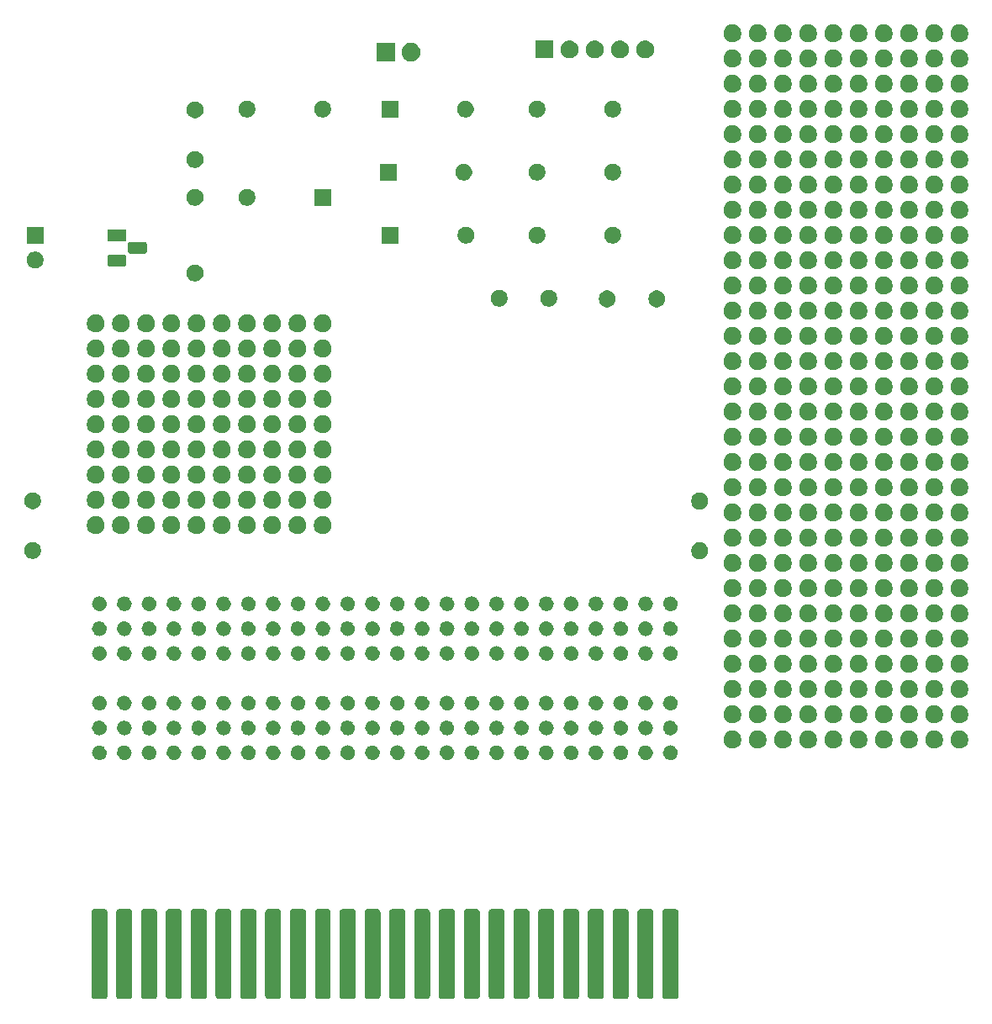
<source format=gbr>
G04 #@! TF.GenerationSoftware,KiCad,Pcbnew,(5.1.5)-3*
G04 #@! TF.CreationDate,2021-01-01T11:58:36-08:00*
G04 #@! TF.ProjectId,uknc_fdd_sds,756b6e63-5f66-4646-945f-7364732e6b69,rev?*
G04 #@! TF.SameCoordinates,Original*
G04 #@! TF.FileFunction,Soldermask,Bot*
G04 #@! TF.FilePolarity,Negative*
%FSLAX46Y46*%
G04 Gerber Fmt 4.6, Leading zero omitted, Abs format (unit mm)*
G04 Created by KiCad (PCBNEW (5.1.5)-3) date 2021-01-01 11:58:36*
%MOMM*%
%LPD*%
G04 APERTURE LIST*
%ADD10C,1.000000*%
%ADD11C,0.100000*%
G04 APERTURE END LIST*
D10*
X161001000Y-64994800D02*
G75*
G03X161001000Y-64994800I-250000J0D01*
G01*
X158501000Y-64994800D02*
G75*
G03X158501000Y-64994800I-250000J0D01*
G01*
X156001000Y-64994800D02*
G75*
G03X156001000Y-64994800I-250000J0D01*
G01*
X153501000Y-64994800D02*
G75*
G03X153501000Y-64994800I-250000J0D01*
G01*
X151001000Y-64994800D02*
G75*
G03X151001000Y-64994800I-250000J0D01*
G01*
X148501000Y-64994800D02*
G75*
G03X148501000Y-64994800I-250000J0D01*
G01*
X146001000Y-64994800D02*
G75*
G03X146001000Y-64994800I-250000J0D01*
G01*
X143501000Y-64994800D02*
G75*
G03X143501000Y-64994800I-250000J0D01*
G01*
X141001000Y-64994800D02*
G75*
G03X141001000Y-64994800I-250000J0D01*
G01*
X138501000Y-64994800D02*
G75*
G03X138501000Y-64994800I-250000J0D01*
G01*
X136001000Y-64994800D02*
G75*
G03X136001000Y-64994800I-250000J0D01*
G01*
X133501000Y-64994800D02*
G75*
G03X133501000Y-64994800I-250000J0D01*
G01*
X131001000Y-64994800D02*
G75*
G03X131001000Y-64994800I-250000J0D01*
G01*
X128501000Y-64994800D02*
G75*
G03X128501000Y-64994800I-250000J0D01*
G01*
X126001000Y-64994800D02*
G75*
G03X126001000Y-64994800I-250000J0D01*
G01*
X123501000Y-64994800D02*
G75*
G03X123501000Y-64994800I-250000J0D01*
G01*
X121001000Y-64994800D02*
G75*
G03X121001000Y-64994800I-250000J0D01*
G01*
X118501000Y-64994800D02*
G75*
G03X118501000Y-64994800I-250000J0D01*
G01*
X116001000Y-64994800D02*
G75*
G03X116001000Y-64994800I-250000J0D01*
G01*
X113501000Y-64994800D02*
G75*
G03X113501000Y-64994800I-250000J0D01*
G01*
X111001000Y-64994800D02*
G75*
G03X111001000Y-64994800I-250000J0D01*
G01*
X108501000Y-64994800D02*
G75*
G03X108501000Y-64994800I-250000J0D01*
G01*
X106001000Y-64994800D02*
G75*
G03X106001000Y-64994800I-250000J0D01*
G01*
X161001000Y-59994800D02*
G75*
G03X161001000Y-59994800I-250000J0D01*
G01*
X158501000Y-59994800D02*
G75*
G03X158501000Y-59994800I-250000J0D01*
G01*
X156001000Y-59994800D02*
G75*
G03X156001000Y-59994800I-250000J0D01*
G01*
X153501000Y-59994800D02*
G75*
G03X153501000Y-59994800I-250000J0D01*
G01*
X151001000Y-59994800D02*
G75*
G03X151001000Y-59994800I-250000J0D01*
G01*
X148501000Y-59994800D02*
G75*
G03X148501000Y-59994800I-250000J0D01*
G01*
X146001000Y-59994800D02*
G75*
G03X146001000Y-59994800I-250000J0D01*
G01*
X143501000Y-59994800D02*
G75*
G03X143501000Y-59994800I-250000J0D01*
G01*
X141001000Y-59994800D02*
G75*
G03X141001000Y-59994800I-250000J0D01*
G01*
X138501000Y-59994800D02*
G75*
G03X138501000Y-59994800I-250000J0D01*
G01*
X136001000Y-59994800D02*
G75*
G03X136001000Y-59994800I-250000J0D01*
G01*
X133501000Y-59994800D02*
G75*
G03X133501000Y-59994800I-250000J0D01*
G01*
X131001000Y-59994800D02*
G75*
G03X131001000Y-59994800I-250000J0D01*
G01*
X128501000Y-59994800D02*
G75*
G03X128501000Y-59994800I-250000J0D01*
G01*
X126001000Y-59994800D02*
G75*
G03X126001000Y-59994800I-250000J0D01*
G01*
X123501000Y-59994800D02*
G75*
G03X123501000Y-59994800I-250000J0D01*
G01*
X121001000Y-59994800D02*
G75*
G03X121001000Y-59994800I-250000J0D01*
G01*
X118501000Y-59994800D02*
G75*
G03X118501000Y-59994800I-250000J0D01*
G01*
X116001000Y-59994800D02*
G75*
G03X116001000Y-59994800I-250000J0D01*
G01*
X113501000Y-59994800D02*
G75*
G03X113501000Y-59994800I-250000J0D01*
G01*
X111001000Y-59994800D02*
G75*
G03X111001000Y-59994800I-250000J0D01*
G01*
X108501000Y-59994800D02*
G75*
G03X108501000Y-59994800I-250000J0D01*
G01*
X106001000Y-59994800D02*
G75*
G03X106001000Y-59994800I-250000J0D01*
G01*
X161001000Y-69994800D02*
G75*
G03X161001000Y-69994800I-250000J0D01*
G01*
X158501000Y-69994800D02*
G75*
G03X158501000Y-69994800I-250000J0D01*
G01*
X156001000Y-69994800D02*
G75*
G03X156001000Y-69994800I-250000J0D01*
G01*
X153501000Y-69994800D02*
G75*
G03X153501000Y-69994800I-250000J0D01*
G01*
X151001000Y-69994800D02*
G75*
G03X151001000Y-69994800I-250000J0D01*
G01*
X148501000Y-69994800D02*
G75*
G03X148501000Y-69994800I-250000J0D01*
G01*
X146001000Y-69994800D02*
G75*
G03X146001000Y-69994800I-250000J0D01*
G01*
X143501000Y-69994800D02*
G75*
G03X143501000Y-69994800I-250000J0D01*
G01*
X141001000Y-69994800D02*
G75*
G03X141001000Y-69994800I-250000J0D01*
G01*
X138501000Y-69994800D02*
G75*
G03X138501000Y-69994800I-250000J0D01*
G01*
X136001000Y-69994800D02*
G75*
G03X136001000Y-69994800I-250000J0D01*
G01*
X133501000Y-69994800D02*
G75*
G03X133501000Y-69994800I-250000J0D01*
G01*
X131001000Y-69994800D02*
G75*
G03X131001000Y-69994800I-250000J0D01*
G01*
X128501000Y-69994800D02*
G75*
G03X128501000Y-69994800I-250000J0D01*
G01*
X126001000Y-69994800D02*
G75*
G03X126001000Y-69994800I-250000J0D01*
G01*
X123501000Y-69994800D02*
G75*
G03X123501000Y-69994800I-250000J0D01*
G01*
X121001000Y-69994800D02*
G75*
G03X121001000Y-69994800I-250000J0D01*
G01*
X118501000Y-69994800D02*
G75*
G03X118501000Y-69994800I-250000J0D01*
G01*
X116001000Y-69994800D02*
G75*
G03X116001000Y-69994800I-250000J0D01*
G01*
X113501000Y-69994800D02*
G75*
G03X113501000Y-69994800I-250000J0D01*
G01*
X111001000Y-69994800D02*
G75*
G03X111001000Y-69994800I-250000J0D01*
G01*
X108501000Y-69994800D02*
G75*
G03X108501000Y-69994800I-250000J0D01*
G01*
X106001000Y-69994800D02*
G75*
G03X106001000Y-69994800I-250000J0D01*
G01*
X161001000Y-72494800D02*
G75*
G03X161001000Y-72494800I-250000J0D01*
G01*
X158501000Y-72494800D02*
G75*
G03X158501000Y-72494800I-250000J0D01*
G01*
X156001000Y-72494800D02*
G75*
G03X156001000Y-72494800I-250000J0D01*
G01*
X153501000Y-72494800D02*
G75*
G03X153501000Y-72494800I-250000J0D01*
G01*
X151001000Y-72494800D02*
G75*
G03X151001000Y-72494800I-250000J0D01*
G01*
X148501000Y-72494800D02*
G75*
G03X148501000Y-72494800I-250000J0D01*
G01*
X146001000Y-72494800D02*
G75*
G03X146001000Y-72494800I-250000J0D01*
G01*
X143501000Y-72494800D02*
G75*
G03X143501000Y-72494800I-250000J0D01*
G01*
X141001000Y-72494800D02*
G75*
G03X141001000Y-72494800I-250000J0D01*
G01*
X138501000Y-72494800D02*
G75*
G03X138501000Y-72494800I-250000J0D01*
G01*
X136001000Y-72494800D02*
G75*
G03X136001000Y-72494800I-250000J0D01*
G01*
X133501000Y-72494800D02*
G75*
G03X133501000Y-72494800I-250000J0D01*
G01*
X131001000Y-72494800D02*
G75*
G03X131001000Y-72494800I-250000J0D01*
G01*
X128501000Y-72494800D02*
G75*
G03X128501000Y-72494800I-250000J0D01*
G01*
X126001000Y-72494800D02*
G75*
G03X126001000Y-72494800I-250000J0D01*
G01*
X123501000Y-72494800D02*
G75*
G03X123501000Y-72494800I-250000J0D01*
G01*
X121001000Y-72494800D02*
G75*
G03X121001000Y-72494800I-250000J0D01*
G01*
X118501000Y-72494800D02*
G75*
G03X118501000Y-72494800I-250000J0D01*
G01*
X116001000Y-72494800D02*
G75*
G03X116001000Y-72494800I-250000J0D01*
G01*
X113501000Y-72494800D02*
G75*
G03X113501000Y-72494800I-250000J0D01*
G01*
X111001000Y-72494800D02*
G75*
G03X111001000Y-72494800I-250000J0D01*
G01*
X108501000Y-72494800D02*
G75*
G03X108501000Y-72494800I-250000J0D01*
G01*
X106001000Y-72494800D02*
G75*
G03X106001000Y-72494800I-250000J0D01*
G01*
X161001000Y-62494800D02*
G75*
G03X161001000Y-62494800I-250000J0D01*
G01*
X158501000Y-62494800D02*
G75*
G03X158501000Y-62494800I-250000J0D01*
G01*
X156001000Y-62494800D02*
G75*
G03X156001000Y-62494800I-250000J0D01*
G01*
X153501000Y-62494800D02*
G75*
G03X153501000Y-62494800I-250000J0D01*
G01*
X151001000Y-62494800D02*
G75*
G03X151001000Y-62494800I-250000J0D01*
G01*
X148501000Y-62494800D02*
G75*
G03X148501000Y-62494800I-250000J0D01*
G01*
X146001000Y-62494800D02*
G75*
G03X146001000Y-62494800I-250000J0D01*
G01*
X143501000Y-62494800D02*
G75*
G03X143501000Y-62494800I-250000J0D01*
G01*
X141001000Y-62494800D02*
G75*
G03X141001000Y-62494800I-250000J0D01*
G01*
X138501000Y-62494800D02*
G75*
G03X138501000Y-62494800I-250000J0D01*
G01*
X136001000Y-62494800D02*
G75*
G03X136001000Y-62494800I-250000J0D01*
G01*
X133501000Y-62494800D02*
G75*
G03X133501000Y-62494800I-250000J0D01*
G01*
X131001000Y-62494800D02*
G75*
G03X131001000Y-62494800I-250000J0D01*
G01*
X128501000Y-62494800D02*
G75*
G03X128501000Y-62494800I-250000J0D01*
G01*
X126001000Y-62494800D02*
G75*
G03X126001000Y-62494800I-250000J0D01*
G01*
X123501000Y-62494800D02*
G75*
G03X123501000Y-62494800I-250000J0D01*
G01*
X121001000Y-62494800D02*
G75*
G03X121001000Y-62494800I-250000J0D01*
G01*
X118501000Y-62494800D02*
G75*
G03X118501000Y-62494800I-250000J0D01*
G01*
X116001000Y-62494800D02*
G75*
G03X116001000Y-62494800I-250000J0D01*
G01*
X113501000Y-62494800D02*
G75*
G03X113501000Y-62494800I-250000J0D01*
G01*
X111001000Y-62494800D02*
G75*
G03X111001000Y-62494800I-250000J0D01*
G01*
X108501000Y-62494800D02*
G75*
G03X108501000Y-62494800I-250000J0D01*
G01*
X106001000Y-62494800D02*
G75*
G03X106001000Y-62494800I-250000J0D01*
G01*
X161001000Y-74994800D02*
G75*
G03X161001000Y-74994800I-250000J0D01*
G01*
X158501000Y-74994800D02*
G75*
G03X158501000Y-74994800I-250000J0D01*
G01*
X156001000Y-74994800D02*
G75*
G03X156001000Y-74994800I-250000J0D01*
G01*
X153501000Y-74994800D02*
G75*
G03X153501000Y-74994800I-250000J0D01*
G01*
X151001000Y-74994800D02*
G75*
G03X151001000Y-74994800I-250000J0D01*
G01*
X148501000Y-74994800D02*
G75*
G03X148501000Y-74994800I-250000J0D01*
G01*
X146001000Y-74994800D02*
G75*
G03X146001000Y-74994800I-250000J0D01*
G01*
X143501000Y-74994800D02*
G75*
G03X143501000Y-74994800I-250000J0D01*
G01*
X141001000Y-74994800D02*
G75*
G03X141001000Y-74994800I-250000J0D01*
G01*
X138501000Y-74994800D02*
G75*
G03X138501000Y-74994800I-250000J0D01*
G01*
X136001000Y-74994800D02*
G75*
G03X136001000Y-74994800I-250000J0D01*
G01*
X133501000Y-74994800D02*
G75*
G03X133501000Y-74994800I-250000J0D01*
G01*
X131001000Y-74994800D02*
G75*
G03X131001000Y-74994800I-250000J0D01*
G01*
X128501000Y-74994800D02*
G75*
G03X128501000Y-74994800I-250000J0D01*
G01*
X126001000Y-74994800D02*
G75*
G03X126001000Y-74994800I-250000J0D01*
G01*
X123501000Y-74994800D02*
G75*
G03X123501000Y-74994800I-250000J0D01*
G01*
X121001000Y-74994800D02*
G75*
G03X121001000Y-74994800I-250000J0D01*
G01*
X118501000Y-74994800D02*
G75*
G03X118501000Y-74994800I-250000J0D01*
G01*
X116001000Y-74994800D02*
G75*
G03X116001000Y-74994800I-250000J0D01*
G01*
X113501000Y-74994800D02*
G75*
G03X113501000Y-74994800I-250000J0D01*
G01*
X111001000Y-74994800D02*
G75*
G03X111001000Y-74994800I-250000J0D01*
G01*
X108501000Y-74994800D02*
G75*
G03X108501000Y-74994800I-250000J0D01*
G01*
X106001000Y-74994800D02*
G75*
G03X106001000Y-74994800I-250000J0D01*
G01*
X103501000Y-62494800D02*
G75*
G03X103501000Y-62494800I-250000J0D01*
G01*
X103501000Y-72494800D02*
G75*
G03X103501000Y-72494800I-250000J0D01*
G01*
X103501000Y-69994800D02*
G75*
G03X103501000Y-69994800I-250000J0D01*
G01*
X103501000Y-59994800D02*
G75*
G03X103501000Y-59994800I-250000J0D01*
G01*
X103501000Y-64994800D02*
G75*
G03X103501000Y-64994800I-250000J0D01*
G01*
X103501000Y-74994800D02*
G75*
G03X103501000Y-74994800I-250000J0D01*
G01*
D11*
G36*
X161278704Y-90706285D02*
G01*
X161341975Y-90725478D01*
X161400292Y-90756650D01*
X161451404Y-90798596D01*
X161493350Y-90849708D01*
X161524522Y-90908025D01*
X161543715Y-90971296D01*
X161550800Y-91043238D01*
X161550800Y-99456762D01*
X161543715Y-99528704D01*
X161524522Y-99591975D01*
X161493350Y-99650292D01*
X161451404Y-99701404D01*
X161400292Y-99743350D01*
X161341975Y-99774522D01*
X161278704Y-99793715D01*
X161206762Y-99800800D01*
X160293238Y-99800800D01*
X160221296Y-99793715D01*
X160158025Y-99774522D01*
X160099708Y-99743350D01*
X160048596Y-99701404D01*
X160006650Y-99650292D01*
X159975478Y-99591975D01*
X159956285Y-99528704D01*
X159949200Y-99456762D01*
X159949200Y-91043238D01*
X159956285Y-90971296D01*
X159975478Y-90908025D01*
X160006650Y-90849708D01*
X160048596Y-90798596D01*
X160099708Y-90756650D01*
X160158025Y-90725478D01*
X160221296Y-90706285D01*
X160293238Y-90699200D01*
X161206762Y-90699200D01*
X161278704Y-90706285D01*
G37*
G36*
X131278704Y-90706285D02*
G01*
X131341975Y-90725478D01*
X131400292Y-90756650D01*
X131451404Y-90798596D01*
X131493350Y-90849708D01*
X131524522Y-90908025D01*
X131543715Y-90971296D01*
X131550800Y-91043238D01*
X131550800Y-99456762D01*
X131543715Y-99528704D01*
X131524522Y-99591975D01*
X131493350Y-99650292D01*
X131451404Y-99701404D01*
X131400292Y-99743350D01*
X131341975Y-99774522D01*
X131278704Y-99793715D01*
X131206762Y-99800800D01*
X130293238Y-99800800D01*
X130221296Y-99793715D01*
X130158025Y-99774522D01*
X130099708Y-99743350D01*
X130048596Y-99701404D01*
X130006650Y-99650292D01*
X129975478Y-99591975D01*
X129956285Y-99528704D01*
X129949200Y-99456762D01*
X129949200Y-91043238D01*
X129956285Y-90971296D01*
X129975478Y-90908025D01*
X130006650Y-90849708D01*
X130048596Y-90798596D01*
X130099708Y-90756650D01*
X130158025Y-90725478D01*
X130221296Y-90706285D01*
X130293238Y-90699200D01*
X131206762Y-90699200D01*
X131278704Y-90706285D01*
G37*
G36*
X156278704Y-90706285D02*
G01*
X156341975Y-90725478D01*
X156400292Y-90756650D01*
X156451404Y-90798596D01*
X156493350Y-90849708D01*
X156524522Y-90908025D01*
X156543715Y-90971296D01*
X156550800Y-91043238D01*
X156550800Y-99456762D01*
X156543715Y-99528704D01*
X156524522Y-99591975D01*
X156493350Y-99650292D01*
X156451404Y-99701404D01*
X156400292Y-99743350D01*
X156341975Y-99774522D01*
X156278704Y-99793715D01*
X156206762Y-99800800D01*
X155293238Y-99800800D01*
X155221296Y-99793715D01*
X155158025Y-99774522D01*
X155099708Y-99743350D01*
X155048596Y-99701404D01*
X155006650Y-99650292D01*
X154975478Y-99591975D01*
X154956285Y-99528704D01*
X154949200Y-99456762D01*
X154949200Y-91043238D01*
X154956285Y-90971296D01*
X154975478Y-90908025D01*
X155006650Y-90849708D01*
X155048596Y-90798596D01*
X155099708Y-90756650D01*
X155158025Y-90725478D01*
X155221296Y-90706285D01*
X155293238Y-90699200D01*
X156206762Y-90699200D01*
X156278704Y-90706285D01*
G37*
G36*
X153778704Y-90706285D02*
G01*
X153841975Y-90725478D01*
X153900292Y-90756650D01*
X153951404Y-90798596D01*
X153993350Y-90849708D01*
X154024522Y-90908025D01*
X154043715Y-90971296D01*
X154050800Y-91043238D01*
X154050800Y-99456762D01*
X154043715Y-99528704D01*
X154024522Y-99591975D01*
X153993350Y-99650292D01*
X153951404Y-99701404D01*
X153900292Y-99743350D01*
X153841975Y-99774522D01*
X153778704Y-99793715D01*
X153706762Y-99800800D01*
X152793238Y-99800800D01*
X152721296Y-99793715D01*
X152658025Y-99774522D01*
X152599708Y-99743350D01*
X152548596Y-99701404D01*
X152506650Y-99650292D01*
X152475478Y-99591975D01*
X152456285Y-99528704D01*
X152449200Y-99456762D01*
X152449200Y-91043238D01*
X152456285Y-90971296D01*
X152475478Y-90908025D01*
X152506650Y-90849708D01*
X152548596Y-90798596D01*
X152599708Y-90756650D01*
X152658025Y-90725478D01*
X152721296Y-90706285D01*
X152793238Y-90699200D01*
X153706762Y-90699200D01*
X153778704Y-90706285D01*
G37*
G36*
X151278704Y-90706285D02*
G01*
X151341975Y-90725478D01*
X151400292Y-90756650D01*
X151451404Y-90798596D01*
X151493350Y-90849708D01*
X151524522Y-90908025D01*
X151543715Y-90971296D01*
X151550800Y-91043238D01*
X151550800Y-99456762D01*
X151543715Y-99528704D01*
X151524522Y-99591975D01*
X151493350Y-99650292D01*
X151451404Y-99701404D01*
X151400292Y-99743350D01*
X151341975Y-99774522D01*
X151278704Y-99793715D01*
X151206762Y-99800800D01*
X150293238Y-99800800D01*
X150221296Y-99793715D01*
X150158025Y-99774522D01*
X150099708Y-99743350D01*
X150048596Y-99701404D01*
X150006650Y-99650292D01*
X149975478Y-99591975D01*
X149956285Y-99528704D01*
X149949200Y-99456762D01*
X149949200Y-91043238D01*
X149956285Y-90971296D01*
X149975478Y-90908025D01*
X150006650Y-90849708D01*
X150048596Y-90798596D01*
X150099708Y-90756650D01*
X150158025Y-90725478D01*
X150221296Y-90706285D01*
X150293238Y-90699200D01*
X151206762Y-90699200D01*
X151278704Y-90706285D01*
G37*
G36*
X148778704Y-90706285D02*
G01*
X148841975Y-90725478D01*
X148900292Y-90756650D01*
X148951404Y-90798596D01*
X148993350Y-90849708D01*
X149024522Y-90908025D01*
X149043715Y-90971296D01*
X149050800Y-91043238D01*
X149050800Y-99456762D01*
X149043715Y-99528704D01*
X149024522Y-99591975D01*
X148993350Y-99650292D01*
X148951404Y-99701404D01*
X148900292Y-99743350D01*
X148841975Y-99774522D01*
X148778704Y-99793715D01*
X148706762Y-99800800D01*
X147793238Y-99800800D01*
X147721296Y-99793715D01*
X147658025Y-99774522D01*
X147599708Y-99743350D01*
X147548596Y-99701404D01*
X147506650Y-99650292D01*
X147475478Y-99591975D01*
X147456285Y-99528704D01*
X147449200Y-99456762D01*
X147449200Y-91043238D01*
X147456285Y-90971296D01*
X147475478Y-90908025D01*
X147506650Y-90849708D01*
X147548596Y-90798596D01*
X147599708Y-90756650D01*
X147658025Y-90725478D01*
X147721296Y-90706285D01*
X147793238Y-90699200D01*
X148706762Y-90699200D01*
X148778704Y-90706285D01*
G37*
G36*
X146278704Y-90706285D02*
G01*
X146341975Y-90725478D01*
X146400292Y-90756650D01*
X146451404Y-90798596D01*
X146493350Y-90849708D01*
X146524522Y-90908025D01*
X146543715Y-90971296D01*
X146550800Y-91043238D01*
X146550800Y-99456762D01*
X146543715Y-99528704D01*
X146524522Y-99591975D01*
X146493350Y-99650292D01*
X146451404Y-99701404D01*
X146400292Y-99743350D01*
X146341975Y-99774522D01*
X146278704Y-99793715D01*
X146206762Y-99800800D01*
X145293238Y-99800800D01*
X145221296Y-99793715D01*
X145158025Y-99774522D01*
X145099708Y-99743350D01*
X145048596Y-99701404D01*
X145006650Y-99650292D01*
X144975478Y-99591975D01*
X144956285Y-99528704D01*
X144949200Y-99456762D01*
X144949200Y-91043238D01*
X144956285Y-90971296D01*
X144975478Y-90908025D01*
X145006650Y-90849708D01*
X145048596Y-90798596D01*
X145099708Y-90756650D01*
X145158025Y-90725478D01*
X145221296Y-90706285D01*
X145293238Y-90699200D01*
X146206762Y-90699200D01*
X146278704Y-90706285D01*
G37*
G36*
X143778704Y-90706285D02*
G01*
X143841975Y-90725478D01*
X143900292Y-90756650D01*
X143951404Y-90798596D01*
X143993350Y-90849708D01*
X144024522Y-90908025D01*
X144043715Y-90971296D01*
X144050800Y-91043238D01*
X144050800Y-99456762D01*
X144043715Y-99528704D01*
X144024522Y-99591975D01*
X143993350Y-99650292D01*
X143951404Y-99701404D01*
X143900292Y-99743350D01*
X143841975Y-99774522D01*
X143778704Y-99793715D01*
X143706762Y-99800800D01*
X142793238Y-99800800D01*
X142721296Y-99793715D01*
X142658025Y-99774522D01*
X142599708Y-99743350D01*
X142548596Y-99701404D01*
X142506650Y-99650292D01*
X142475478Y-99591975D01*
X142456285Y-99528704D01*
X142449200Y-99456762D01*
X142449200Y-91043238D01*
X142456285Y-90971296D01*
X142475478Y-90908025D01*
X142506650Y-90849708D01*
X142548596Y-90798596D01*
X142599708Y-90756650D01*
X142658025Y-90725478D01*
X142721296Y-90706285D01*
X142793238Y-90699200D01*
X143706762Y-90699200D01*
X143778704Y-90706285D01*
G37*
G36*
X141278704Y-90706285D02*
G01*
X141341975Y-90725478D01*
X141400292Y-90756650D01*
X141451404Y-90798596D01*
X141493350Y-90849708D01*
X141524522Y-90908025D01*
X141543715Y-90971296D01*
X141550800Y-91043238D01*
X141550800Y-99456762D01*
X141543715Y-99528704D01*
X141524522Y-99591975D01*
X141493350Y-99650292D01*
X141451404Y-99701404D01*
X141400292Y-99743350D01*
X141341975Y-99774522D01*
X141278704Y-99793715D01*
X141206762Y-99800800D01*
X140293238Y-99800800D01*
X140221296Y-99793715D01*
X140158025Y-99774522D01*
X140099708Y-99743350D01*
X140048596Y-99701404D01*
X140006650Y-99650292D01*
X139975478Y-99591975D01*
X139956285Y-99528704D01*
X139949200Y-99456762D01*
X139949200Y-91043238D01*
X139956285Y-90971296D01*
X139975478Y-90908025D01*
X140006650Y-90849708D01*
X140048596Y-90798596D01*
X140099708Y-90756650D01*
X140158025Y-90725478D01*
X140221296Y-90706285D01*
X140293238Y-90699200D01*
X141206762Y-90699200D01*
X141278704Y-90706285D01*
G37*
G36*
X138778704Y-90706285D02*
G01*
X138841975Y-90725478D01*
X138900292Y-90756650D01*
X138951404Y-90798596D01*
X138993350Y-90849708D01*
X139024522Y-90908025D01*
X139043715Y-90971296D01*
X139050800Y-91043238D01*
X139050800Y-99456762D01*
X139043715Y-99528704D01*
X139024522Y-99591975D01*
X138993350Y-99650292D01*
X138951404Y-99701404D01*
X138900292Y-99743350D01*
X138841975Y-99774522D01*
X138778704Y-99793715D01*
X138706762Y-99800800D01*
X137793238Y-99800800D01*
X137721296Y-99793715D01*
X137658025Y-99774522D01*
X137599708Y-99743350D01*
X137548596Y-99701404D01*
X137506650Y-99650292D01*
X137475478Y-99591975D01*
X137456285Y-99528704D01*
X137449200Y-99456762D01*
X137449200Y-91043238D01*
X137456285Y-90971296D01*
X137475478Y-90908025D01*
X137506650Y-90849708D01*
X137548596Y-90798596D01*
X137599708Y-90756650D01*
X137658025Y-90725478D01*
X137721296Y-90706285D01*
X137793238Y-90699200D01*
X138706762Y-90699200D01*
X138778704Y-90706285D01*
G37*
G36*
X136278704Y-90706285D02*
G01*
X136341975Y-90725478D01*
X136400292Y-90756650D01*
X136451404Y-90798596D01*
X136493350Y-90849708D01*
X136524522Y-90908025D01*
X136543715Y-90971296D01*
X136550800Y-91043238D01*
X136550800Y-99456762D01*
X136543715Y-99528704D01*
X136524522Y-99591975D01*
X136493350Y-99650292D01*
X136451404Y-99701404D01*
X136400292Y-99743350D01*
X136341975Y-99774522D01*
X136278704Y-99793715D01*
X136206762Y-99800800D01*
X135293238Y-99800800D01*
X135221296Y-99793715D01*
X135158025Y-99774522D01*
X135099708Y-99743350D01*
X135048596Y-99701404D01*
X135006650Y-99650292D01*
X134975478Y-99591975D01*
X134956285Y-99528704D01*
X134949200Y-99456762D01*
X134949200Y-91043238D01*
X134956285Y-90971296D01*
X134975478Y-90908025D01*
X135006650Y-90849708D01*
X135048596Y-90798596D01*
X135099708Y-90756650D01*
X135158025Y-90725478D01*
X135221296Y-90706285D01*
X135293238Y-90699200D01*
X136206762Y-90699200D01*
X136278704Y-90706285D01*
G37*
G36*
X133778704Y-90706285D02*
G01*
X133841975Y-90725478D01*
X133900292Y-90756650D01*
X133951404Y-90798596D01*
X133993350Y-90849708D01*
X134024522Y-90908025D01*
X134043715Y-90971296D01*
X134050800Y-91043238D01*
X134050800Y-99456762D01*
X134043715Y-99528704D01*
X134024522Y-99591975D01*
X133993350Y-99650292D01*
X133951404Y-99701404D01*
X133900292Y-99743350D01*
X133841975Y-99774522D01*
X133778704Y-99793715D01*
X133706762Y-99800800D01*
X132793238Y-99800800D01*
X132721296Y-99793715D01*
X132658025Y-99774522D01*
X132599708Y-99743350D01*
X132548596Y-99701404D01*
X132506650Y-99650292D01*
X132475478Y-99591975D01*
X132456285Y-99528704D01*
X132449200Y-99456762D01*
X132449200Y-91043238D01*
X132456285Y-90971296D01*
X132475478Y-90908025D01*
X132506650Y-90849708D01*
X132548596Y-90798596D01*
X132599708Y-90756650D01*
X132658025Y-90725478D01*
X132721296Y-90706285D01*
X132793238Y-90699200D01*
X133706762Y-90699200D01*
X133778704Y-90706285D01*
G37*
G36*
X158778704Y-90706285D02*
G01*
X158841975Y-90725478D01*
X158900292Y-90756650D01*
X158951404Y-90798596D01*
X158993350Y-90849708D01*
X159024522Y-90908025D01*
X159043715Y-90971296D01*
X159050800Y-91043238D01*
X159050800Y-99456762D01*
X159043715Y-99528704D01*
X159024522Y-99591975D01*
X158993350Y-99650292D01*
X158951404Y-99701404D01*
X158900292Y-99743350D01*
X158841975Y-99774522D01*
X158778704Y-99793715D01*
X158706762Y-99800800D01*
X157793238Y-99800800D01*
X157721296Y-99793715D01*
X157658025Y-99774522D01*
X157599708Y-99743350D01*
X157548596Y-99701404D01*
X157506650Y-99650292D01*
X157475478Y-99591975D01*
X157456285Y-99528704D01*
X157449200Y-99456762D01*
X157449200Y-91043238D01*
X157456285Y-90971296D01*
X157475478Y-90908025D01*
X157506650Y-90849708D01*
X157548596Y-90798596D01*
X157599708Y-90756650D01*
X157658025Y-90725478D01*
X157721296Y-90706285D01*
X157793238Y-90699200D01*
X158706762Y-90699200D01*
X158778704Y-90706285D01*
G37*
G36*
X126278704Y-90706285D02*
G01*
X126341975Y-90725478D01*
X126400292Y-90756650D01*
X126451404Y-90798596D01*
X126493350Y-90849708D01*
X126524522Y-90908025D01*
X126543715Y-90971296D01*
X126550800Y-91043238D01*
X126550800Y-99456762D01*
X126543715Y-99528704D01*
X126524522Y-99591975D01*
X126493350Y-99650292D01*
X126451404Y-99701404D01*
X126400292Y-99743350D01*
X126341975Y-99774522D01*
X126278704Y-99793715D01*
X126206762Y-99800800D01*
X125293238Y-99800800D01*
X125221296Y-99793715D01*
X125158025Y-99774522D01*
X125099708Y-99743350D01*
X125048596Y-99701404D01*
X125006650Y-99650292D01*
X124975478Y-99591975D01*
X124956285Y-99528704D01*
X124949200Y-99456762D01*
X124949200Y-91043238D01*
X124956285Y-90971296D01*
X124975478Y-90908025D01*
X125006650Y-90849708D01*
X125048596Y-90798596D01*
X125099708Y-90756650D01*
X125158025Y-90725478D01*
X125221296Y-90706285D01*
X125293238Y-90699200D01*
X126206762Y-90699200D01*
X126278704Y-90706285D01*
G37*
G36*
X123778704Y-90706285D02*
G01*
X123841975Y-90725478D01*
X123900292Y-90756650D01*
X123951404Y-90798596D01*
X123993350Y-90849708D01*
X124024522Y-90908025D01*
X124043715Y-90971296D01*
X124050800Y-91043238D01*
X124050800Y-99456762D01*
X124043715Y-99528704D01*
X124024522Y-99591975D01*
X123993350Y-99650292D01*
X123951404Y-99701404D01*
X123900292Y-99743350D01*
X123841975Y-99774522D01*
X123778704Y-99793715D01*
X123706762Y-99800800D01*
X122793238Y-99800800D01*
X122721296Y-99793715D01*
X122658025Y-99774522D01*
X122599708Y-99743350D01*
X122548596Y-99701404D01*
X122506650Y-99650292D01*
X122475478Y-99591975D01*
X122456285Y-99528704D01*
X122449200Y-99456762D01*
X122449200Y-91043238D01*
X122456285Y-90971296D01*
X122475478Y-90908025D01*
X122506650Y-90849708D01*
X122548596Y-90798596D01*
X122599708Y-90756650D01*
X122658025Y-90725478D01*
X122721296Y-90706285D01*
X122793238Y-90699200D01*
X123706762Y-90699200D01*
X123778704Y-90706285D01*
G37*
G36*
X121278704Y-90706285D02*
G01*
X121341975Y-90725478D01*
X121400292Y-90756650D01*
X121451404Y-90798596D01*
X121493350Y-90849708D01*
X121524522Y-90908025D01*
X121543715Y-90971296D01*
X121550800Y-91043238D01*
X121550800Y-99456762D01*
X121543715Y-99528704D01*
X121524522Y-99591975D01*
X121493350Y-99650292D01*
X121451404Y-99701404D01*
X121400292Y-99743350D01*
X121341975Y-99774522D01*
X121278704Y-99793715D01*
X121206762Y-99800800D01*
X120293238Y-99800800D01*
X120221296Y-99793715D01*
X120158025Y-99774522D01*
X120099708Y-99743350D01*
X120048596Y-99701404D01*
X120006650Y-99650292D01*
X119975478Y-99591975D01*
X119956285Y-99528704D01*
X119949200Y-99456762D01*
X119949200Y-91043238D01*
X119956285Y-90971296D01*
X119975478Y-90908025D01*
X120006650Y-90849708D01*
X120048596Y-90798596D01*
X120099708Y-90756650D01*
X120158025Y-90725478D01*
X120221296Y-90706285D01*
X120293238Y-90699200D01*
X121206762Y-90699200D01*
X121278704Y-90706285D01*
G37*
G36*
X118778704Y-90706285D02*
G01*
X118841975Y-90725478D01*
X118900292Y-90756650D01*
X118951404Y-90798596D01*
X118993350Y-90849708D01*
X119024522Y-90908025D01*
X119043715Y-90971296D01*
X119050800Y-91043238D01*
X119050800Y-99456762D01*
X119043715Y-99528704D01*
X119024522Y-99591975D01*
X118993350Y-99650292D01*
X118951404Y-99701404D01*
X118900292Y-99743350D01*
X118841975Y-99774522D01*
X118778704Y-99793715D01*
X118706762Y-99800800D01*
X117793238Y-99800800D01*
X117721296Y-99793715D01*
X117658025Y-99774522D01*
X117599708Y-99743350D01*
X117548596Y-99701404D01*
X117506650Y-99650292D01*
X117475478Y-99591975D01*
X117456285Y-99528704D01*
X117449200Y-99456762D01*
X117449200Y-91043238D01*
X117456285Y-90971296D01*
X117475478Y-90908025D01*
X117506650Y-90849708D01*
X117548596Y-90798596D01*
X117599708Y-90756650D01*
X117658025Y-90725478D01*
X117721296Y-90706285D01*
X117793238Y-90699200D01*
X118706762Y-90699200D01*
X118778704Y-90706285D01*
G37*
G36*
X116278704Y-90706285D02*
G01*
X116341975Y-90725478D01*
X116400292Y-90756650D01*
X116451404Y-90798596D01*
X116493350Y-90849708D01*
X116524522Y-90908025D01*
X116543715Y-90971296D01*
X116550800Y-91043238D01*
X116550800Y-99456762D01*
X116543715Y-99528704D01*
X116524522Y-99591975D01*
X116493350Y-99650292D01*
X116451404Y-99701404D01*
X116400292Y-99743350D01*
X116341975Y-99774522D01*
X116278704Y-99793715D01*
X116206762Y-99800800D01*
X115293238Y-99800800D01*
X115221296Y-99793715D01*
X115158025Y-99774522D01*
X115099708Y-99743350D01*
X115048596Y-99701404D01*
X115006650Y-99650292D01*
X114975478Y-99591975D01*
X114956285Y-99528704D01*
X114949200Y-99456762D01*
X114949200Y-91043238D01*
X114956285Y-90971296D01*
X114975478Y-90908025D01*
X115006650Y-90849708D01*
X115048596Y-90798596D01*
X115099708Y-90756650D01*
X115158025Y-90725478D01*
X115221296Y-90706285D01*
X115293238Y-90699200D01*
X116206762Y-90699200D01*
X116278704Y-90706285D01*
G37*
G36*
X113778704Y-90706285D02*
G01*
X113841975Y-90725478D01*
X113900292Y-90756650D01*
X113951404Y-90798596D01*
X113993350Y-90849708D01*
X114024522Y-90908025D01*
X114043715Y-90971296D01*
X114050800Y-91043238D01*
X114050800Y-99456762D01*
X114043715Y-99528704D01*
X114024522Y-99591975D01*
X113993350Y-99650292D01*
X113951404Y-99701404D01*
X113900292Y-99743350D01*
X113841975Y-99774522D01*
X113778704Y-99793715D01*
X113706762Y-99800800D01*
X112793238Y-99800800D01*
X112721296Y-99793715D01*
X112658025Y-99774522D01*
X112599708Y-99743350D01*
X112548596Y-99701404D01*
X112506650Y-99650292D01*
X112475478Y-99591975D01*
X112456285Y-99528704D01*
X112449200Y-99456762D01*
X112449200Y-91043238D01*
X112456285Y-90971296D01*
X112475478Y-90908025D01*
X112506650Y-90849708D01*
X112548596Y-90798596D01*
X112599708Y-90756650D01*
X112658025Y-90725478D01*
X112721296Y-90706285D01*
X112793238Y-90699200D01*
X113706762Y-90699200D01*
X113778704Y-90706285D01*
G37*
G36*
X111278704Y-90706285D02*
G01*
X111341975Y-90725478D01*
X111400292Y-90756650D01*
X111451404Y-90798596D01*
X111493350Y-90849708D01*
X111524522Y-90908025D01*
X111543715Y-90971296D01*
X111550800Y-91043238D01*
X111550800Y-99456762D01*
X111543715Y-99528704D01*
X111524522Y-99591975D01*
X111493350Y-99650292D01*
X111451404Y-99701404D01*
X111400292Y-99743350D01*
X111341975Y-99774522D01*
X111278704Y-99793715D01*
X111206762Y-99800800D01*
X110293238Y-99800800D01*
X110221296Y-99793715D01*
X110158025Y-99774522D01*
X110099708Y-99743350D01*
X110048596Y-99701404D01*
X110006650Y-99650292D01*
X109975478Y-99591975D01*
X109956285Y-99528704D01*
X109949200Y-99456762D01*
X109949200Y-91043238D01*
X109956285Y-90971296D01*
X109975478Y-90908025D01*
X110006650Y-90849708D01*
X110048596Y-90798596D01*
X110099708Y-90756650D01*
X110158025Y-90725478D01*
X110221296Y-90706285D01*
X110293238Y-90699200D01*
X111206762Y-90699200D01*
X111278704Y-90706285D01*
G37*
G36*
X108778704Y-90706285D02*
G01*
X108841975Y-90725478D01*
X108900292Y-90756650D01*
X108951404Y-90798596D01*
X108993350Y-90849708D01*
X109024522Y-90908025D01*
X109043715Y-90971296D01*
X109050800Y-91043238D01*
X109050800Y-99456762D01*
X109043715Y-99528704D01*
X109024522Y-99591975D01*
X108993350Y-99650292D01*
X108951404Y-99701404D01*
X108900292Y-99743350D01*
X108841975Y-99774522D01*
X108778704Y-99793715D01*
X108706762Y-99800800D01*
X107793238Y-99800800D01*
X107721296Y-99793715D01*
X107658025Y-99774522D01*
X107599708Y-99743350D01*
X107548596Y-99701404D01*
X107506650Y-99650292D01*
X107475478Y-99591975D01*
X107456285Y-99528704D01*
X107449200Y-99456762D01*
X107449200Y-91043238D01*
X107456285Y-90971296D01*
X107475478Y-90908025D01*
X107506650Y-90849708D01*
X107548596Y-90798596D01*
X107599708Y-90756650D01*
X107658025Y-90725478D01*
X107721296Y-90706285D01*
X107793238Y-90699200D01*
X108706762Y-90699200D01*
X108778704Y-90706285D01*
G37*
G36*
X106278704Y-90706285D02*
G01*
X106341975Y-90725478D01*
X106400292Y-90756650D01*
X106451404Y-90798596D01*
X106493350Y-90849708D01*
X106524522Y-90908025D01*
X106543715Y-90971296D01*
X106550800Y-91043238D01*
X106550800Y-99456762D01*
X106543715Y-99528704D01*
X106524522Y-99591975D01*
X106493350Y-99650292D01*
X106451404Y-99701404D01*
X106400292Y-99743350D01*
X106341975Y-99774522D01*
X106278704Y-99793715D01*
X106206762Y-99800800D01*
X105293238Y-99800800D01*
X105221296Y-99793715D01*
X105158025Y-99774522D01*
X105099708Y-99743350D01*
X105048596Y-99701404D01*
X105006650Y-99650292D01*
X104975478Y-99591975D01*
X104956285Y-99528704D01*
X104949200Y-99456762D01*
X104949200Y-91043238D01*
X104956285Y-90971296D01*
X104975478Y-90908025D01*
X105006650Y-90849708D01*
X105048596Y-90798596D01*
X105099708Y-90756650D01*
X105158025Y-90725478D01*
X105221296Y-90706285D01*
X105293238Y-90699200D01*
X106206762Y-90699200D01*
X106278704Y-90706285D01*
G37*
G36*
X103778704Y-90706285D02*
G01*
X103841975Y-90725478D01*
X103900292Y-90756650D01*
X103951404Y-90798596D01*
X103993350Y-90849708D01*
X104024522Y-90908025D01*
X104043715Y-90971296D01*
X104050800Y-91043238D01*
X104050800Y-99456762D01*
X104043715Y-99528704D01*
X104024522Y-99591975D01*
X103993350Y-99650292D01*
X103951404Y-99701404D01*
X103900292Y-99743350D01*
X103841975Y-99774522D01*
X103778704Y-99793715D01*
X103706762Y-99800800D01*
X102793238Y-99800800D01*
X102721296Y-99793715D01*
X102658025Y-99774522D01*
X102599708Y-99743350D01*
X102548596Y-99701404D01*
X102506650Y-99650292D01*
X102475478Y-99591975D01*
X102456285Y-99528704D01*
X102449200Y-99456762D01*
X102449200Y-91043238D01*
X102456285Y-90971296D01*
X102475478Y-90908025D01*
X102506650Y-90849708D01*
X102548596Y-90798596D01*
X102599708Y-90756650D01*
X102658025Y-90725478D01*
X102721296Y-90706285D01*
X102793238Y-90699200D01*
X103706762Y-90699200D01*
X103778704Y-90706285D01*
G37*
G36*
X128778704Y-90706285D02*
G01*
X128841975Y-90725478D01*
X128900292Y-90756650D01*
X128951404Y-90798596D01*
X128993350Y-90849708D01*
X129024522Y-90908025D01*
X129043715Y-90971296D01*
X129050800Y-91043238D01*
X129050800Y-99456762D01*
X129043715Y-99528704D01*
X129024522Y-99591975D01*
X128993350Y-99650292D01*
X128951404Y-99701404D01*
X128900292Y-99743350D01*
X128841975Y-99774522D01*
X128778704Y-99793715D01*
X128706762Y-99800800D01*
X127793238Y-99800800D01*
X127721296Y-99793715D01*
X127658025Y-99774522D01*
X127599708Y-99743350D01*
X127548596Y-99701404D01*
X127506650Y-99650292D01*
X127475478Y-99591975D01*
X127456285Y-99528704D01*
X127449200Y-99456762D01*
X127449200Y-91043238D01*
X127456285Y-90971296D01*
X127475478Y-90908025D01*
X127506650Y-90849708D01*
X127548596Y-90798596D01*
X127599708Y-90756650D01*
X127658025Y-90725478D01*
X127721296Y-90706285D01*
X127793238Y-90699200D01*
X128706762Y-90699200D01*
X128778704Y-90706285D01*
G37*
G36*
X179818512Y-72763927D02*
G01*
X179967812Y-72793624D01*
X180131784Y-72861544D01*
X180279354Y-72960147D01*
X180404853Y-73085646D01*
X180503456Y-73233216D01*
X180571376Y-73397188D01*
X180606000Y-73571259D01*
X180606000Y-73748741D01*
X180571376Y-73922812D01*
X180503456Y-74086784D01*
X180404853Y-74234354D01*
X180279354Y-74359853D01*
X180131784Y-74458456D01*
X179967812Y-74526376D01*
X179818512Y-74556073D01*
X179793742Y-74561000D01*
X179616258Y-74561000D01*
X179591488Y-74556073D01*
X179442188Y-74526376D01*
X179278216Y-74458456D01*
X179130646Y-74359853D01*
X179005147Y-74234354D01*
X178906544Y-74086784D01*
X178838624Y-73922812D01*
X178804000Y-73748741D01*
X178804000Y-73571259D01*
X178838624Y-73397188D01*
X178906544Y-73233216D01*
X179005147Y-73085646D01*
X179130646Y-72960147D01*
X179278216Y-72861544D01*
X179442188Y-72793624D01*
X179591488Y-72763927D01*
X179616258Y-72759000D01*
X179793742Y-72759000D01*
X179818512Y-72763927D01*
G37*
G36*
X187438512Y-72763927D02*
G01*
X187587812Y-72793624D01*
X187751784Y-72861544D01*
X187899354Y-72960147D01*
X188024853Y-73085646D01*
X188123456Y-73233216D01*
X188191376Y-73397188D01*
X188226000Y-73571259D01*
X188226000Y-73748741D01*
X188191376Y-73922812D01*
X188123456Y-74086784D01*
X188024853Y-74234354D01*
X187899354Y-74359853D01*
X187751784Y-74458456D01*
X187587812Y-74526376D01*
X187438512Y-74556073D01*
X187413742Y-74561000D01*
X187236258Y-74561000D01*
X187211488Y-74556073D01*
X187062188Y-74526376D01*
X186898216Y-74458456D01*
X186750646Y-74359853D01*
X186625147Y-74234354D01*
X186526544Y-74086784D01*
X186458624Y-73922812D01*
X186424000Y-73748741D01*
X186424000Y-73571259D01*
X186458624Y-73397188D01*
X186526544Y-73233216D01*
X186625147Y-73085646D01*
X186750646Y-72960147D01*
X186898216Y-72861544D01*
X187062188Y-72793624D01*
X187211488Y-72763927D01*
X187236258Y-72759000D01*
X187413742Y-72759000D01*
X187438512Y-72763927D01*
G37*
G36*
X189978512Y-72763927D02*
G01*
X190127812Y-72793624D01*
X190291784Y-72861544D01*
X190439354Y-72960147D01*
X190564853Y-73085646D01*
X190663456Y-73233216D01*
X190731376Y-73397188D01*
X190766000Y-73571259D01*
X190766000Y-73748741D01*
X190731376Y-73922812D01*
X190663456Y-74086784D01*
X190564853Y-74234354D01*
X190439354Y-74359853D01*
X190291784Y-74458456D01*
X190127812Y-74526376D01*
X189978512Y-74556073D01*
X189953742Y-74561000D01*
X189776258Y-74561000D01*
X189751488Y-74556073D01*
X189602188Y-74526376D01*
X189438216Y-74458456D01*
X189290646Y-74359853D01*
X189165147Y-74234354D01*
X189066544Y-74086784D01*
X188998624Y-73922812D01*
X188964000Y-73748741D01*
X188964000Y-73571259D01*
X188998624Y-73397188D01*
X189066544Y-73233216D01*
X189165147Y-73085646D01*
X189290646Y-72960147D01*
X189438216Y-72861544D01*
X189602188Y-72793624D01*
X189751488Y-72763927D01*
X189776258Y-72759000D01*
X189953742Y-72759000D01*
X189978512Y-72763927D01*
G37*
G36*
X174738512Y-72763927D02*
G01*
X174887812Y-72793624D01*
X175051784Y-72861544D01*
X175199354Y-72960147D01*
X175324853Y-73085646D01*
X175423456Y-73233216D01*
X175491376Y-73397188D01*
X175526000Y-73571259D01*
X175526000Y-73748741D01*
X175491376Y-73922812D01*
X175423456Y-74086784D01*
X175324853Y-74234354D01*
X175199354Y-74359853D01*
X175051784Y-74458456D01*
X174887812Y-74526376D01*
X174738512Y-74556073D01*
X174713742Y-74561000D01*
X174536258Y-74561000D01*
X174511488Y-74556073D01*
X174362188Y-74526376D01*
X174198216Y-74458456D01*
X174050646Y-74359853D01*
X173925147Y-74234354D01*
X173826544Y-74086784D01*
X173758624Y-73922812D01*
X173724000Y-73748741D01*
X173724000Y-73571259D01*
X173758624Y-73397188D01*
X173826544Y-73233216D01*
X173925147Y-73085646D01*
X174050646Y-72960147D01*
X174198216Y-72861544D01*
X174362188Y-72793624D01*
X174511488Y-72763927D01*
X174536258Y-72759000D01*
X174713742Y-72759000D01*
X174738512Y-72763927D01*
G37*
G36*
X172198512Y-72763927D02*
G01*
X172347812Y-72793624D01*
X172511784Y-72861544D01*
X172659354Y-72960147D01*
X172784853Y-73085646D01*
X172883456Y-73233216D01*
X172951376Y-73397188D01*
X172986000Y-73571259D01*
X172986000Y-73748741D01*
X172951376Y-73922812D01*
X172883456Y-74086784D01*
X172784853Y-74234354D01*
X172659354Y-74359853D01*
X172511784Y-74458456D01*
X172347812Y-74526376D01*
X172198512Y-74556073D01*
X172173742Y-74561000D01*
X171996258Y-74561000D01*
X171971488Y-74556073D01*
X171822188Y-74526376D01*
X171658216Y-74458456D01*
X171510646Y-74359853D01*
X171385147Y-74234354D01*
X171286544Y-74086784D01*
X171218624Y-73922812D01*
X171184000Y-73748741D01*
X171184000Y-73571259D01*
X171218624Y-73397188D01*
X171286544Y-73233216D01*
X171385147Y-73085646D01*
X171510646Y-72960147D01*
X171658216Y-72861544D01*
X171822188Y-72793624D01*
X171971488Y-72763927D01*
X171996258Y-72759000D01*
X172173742Y-72759000D01*
X172198512Y-72763927D01*
G37*
G36*
X169658512Y-72763927D02*
G01*
X169807812Y-72793624D01*
X169971784Y-72861544D01*
X170119354Y-72960147D01*
X170244853Y-73085646D01*
X170343456Y-73233216D01*
X170411376Y-73397188D01*
X170446000Y-73571259D01*
X170446000Y-73748741D01*
X170411376Y-73922812D01*
X170343456Y-74086784D01*
X170244853Y-74234354D01*
X170119354Y-74359853D01*
X169971784Y-74458456D01*
X169807812Y-74526376D01*
X169658512Y-74556073D01*
X169633742Y-74561000D01*
X169456258Y-74561000D01*
X169431488Y-74556073D01*
X169282188Y-74526376D01*
X169118216Y-74458456D01*
X168970646Y-74359853D01*
X168845147Y-74234354D01*
X168746544Y-74086784D01*
X168678624Y-73922812D01*
X168644000Y-73748741D01*
X168644000Y-73571259D01*
X168678624Y-73397188D01*
X168746544Y-73233216D01*
X168845147Y-73085646D01*
X168970646Y-72960147D01*
X169118216Y-72861544D01*
X169282188Y-72793624D01*
X169431488Y-72763927D01*
X169456258Y-72759000D01*
X169633742Y-72759000D01*
X169658512Y-72763927D01*
G37*
G36*
X167118512Y-72763927D02*
G01*
X167267812Y-72793624D01*
X167431784Y-72861544D01*
X167579354Y-72960147D01*
X167704853Y-73085646D01*
X167803456Y-73233216D01*
X167871376Y-73397188D01*
X167906000Y-73571259D01*
X167906000Y-73748741D01*
X167871376Y-73922812D01*
X167803456Y-74086784D01*
X167704853Y-74234354D01*
X167579354Y-74359853D01*
X167431784Y-74458456D01*
X167267812Y-74526376D01*
X167118512Y-74556073D01*
X167093742Y-74561000D01*
X166916258Y-74561000D01*
X166891488Y-74556073D01*
X166742188Y-74526376D01*
X166578216Y-74458456D01*
X166430646Y-74359853D01*
X166305147Y-74234354D01*
X166206544Y-74086784D01*
X166138624Y-73922812D01*
X166104000Y-73748741D01*
X166104000Y-73571259D01*
X166138624Y-73397188D01*
X166206544Y-73233216D01*
X166305147Y-73085646D01*
X166430646Y-72960147D01*
X166578216Y-72861544D01*
X166742188Y-72793624D01*
X166891488Y-72763927D01*
X166916258Y-72759000D01*
X167093742Y-72759000D01*
X167118512Y-72763927D01*
G37*
G36*
X182358512Y-72763927D02*
G01*
X182507812Y-72793624D01*
X182671784Y-72861544D01*
X182819354Y-72960147D01*
X182944853Y-73085646D01*
X183043456Y-73233216D01*
X183111376Y-73397188D01*
X183146000Y-73571259D01*
X183146000Y-73748741D01*
X183111376Y-73922812D01*
X183043456Y-74086784D01*
X182944853Y-74234354D01*
X182819354Y-74359853D01*
X182671784Y-74458456D01*
X182507812Y-74526376D01*
X182358512Y-74556073D01*
X182333742Y-74561000D01*
X182156258Y-74561000D01*
X182131488Y-74556073D01*
X181982188Y-74526376D01*
X181818216Y-74458456D01*
X181670646Y-74359853D01*
X181545147Y-74234354D01*
X181446544Y-74086784D01*
X181378624Y-73922812D01*
X181344000Y-73748741D01*
X181344000Y-73571259D01*
X181378624Y-73397188D01*
X181446544Y-73233216D01*
X181545147Y-73085646D01*
X181670646Y-72960147D01*
X181818216Y-72861544D01*
X181982188Y-72793624D01*
X182131488Y-72763927D01*
X182156258Y-72759000D01*
X182333742Y-72759000D01*
X182358512Y-72763927D01*
G37*
G36*
X184898512Y-72763927D02*
G01*
X185047812Y-72793624D01*
X185211784Y-72861544D01*
X185359354Y-72960147D01*
X185484853Y-73085646D01*
X185583456Y-73233216D01*
X185651376Y-73397188D01*
X185686000Y-73571259D01*
X185686000Y-73748741D01*
X185651376Y-73922812D01*
X185583456Y-74086784D01*
X185484853Y-74234354D01*
X185359354Y-74359853D01*
X185211784Y-74458456D01*
X185047812Y-74526376D01*
X184898512Y-74556073D01*
X184873742Y-74561000D01*
X184696258Y-74561000D01*
X184671488Y-74556073D01*
X184522188Y-74526376D01*
X184358216Y-74458456D01*
X184210646Y-74359853D01*
X184085147Y-74234354D01*
X183986544Y-74086784D01*
X183918624Y-73922812D01*
X183884000Y-73748741D01*
X183884000Y-73571259D01*
X183918624Y-73397188D01*
X183986544Y-73233216D01*
X184085147Y-73085646D01*
X184210646Y-72960147D01*
X184358216Y-72861544D01*
X184522188Y-72793624D01*
X184671488Y-72763927D01*
X184696258Y-72759000D01*
X184873742Y-72759000D01*
X184898512Y-72763927D01*
G37*
G36*
X177278512Y-72763927D02*
G01*
X177427812Y-72793624D01*
X177591784Y-72861544D01*
X177739354Y-72960147D01*
X177864853Y-73085646D01*
X177963456Y-73233216D01*
X178031376Y-73397188D01*
X178066000Y-73571259D01*
X178066000Y-73748741D01*
X178031376Y-73922812D01*
X177963456Y-74086784D01*
X177864853Y-74234354D01*
X177739354Y-74359853D01*
X177591784Y-74458456D01*
X177427812Y-74526376D01*
X177278512Y-74556073D01*
X177253742Y-74561000D01*
X177076258Y-74561000D01*
X177051488Y-74556073D01*
X176902188Y-74526376D01*
X176738216Y-74458456D01*
X176590646Y-74359853D01*
X176465147Y-74234354D01*
X176366544Y-74086784D01*
X176298624Y-73922812D01*
X176264000Y-73748741D01*
X176264000Y-73571259D01*
X176298624Y-73397188D01*
X176366544Y-73233216D01*
X176465147Y-73085646D01*
X176590646Y-72960147D01*
X176738216Y-72861544D01*
X176902188Y-72793624D01*
X177051488Y-72763927D01*
X177076258Y-72759000D01*
X177253742Y-72759000D01*
X177278512Y-72763927D01*
G37*
G36*
X184898512Y-70223927D02*
G01*
X185047812Y-70253624D01*
X185211784Y-70321544D01*
X185359354Y-70420147D01*
X185484853Y-70545646D01*
X185583456Y-70693216D01*
X185651376Y-70857188D01*
X185686000Y-71031259D01*
X185686000Y-71208741D01*
X185651376Y-71382812D01*
X185583456Y-71546784D01*
X185484853Y-71694354D01*
X185359354Y-71819853D01*
X185211784Y-71918456D01*
X185047812Y-71986376D01*
X184898512Y-72016073D01*
X184873742Y-72021000D01*
X184696258Y-72021000D01*
X184671488Y-72016073D01*
X184522188Y-71986376D01*
X184358216Y-71918456D01*
X184210646Y-71819853D01*
X184085147Y-71694354D01*
X183986544Y-71546784D01*
X183918624Y-71382812D01*
X183884000Y-71208741D01*
X183884000Y-71031259D01*
X183918624Y-70857188D01*
X183986544Y-70693216D01*
X184085147Y-70545646D01*
X184210646Y-70420147D01*
X184358216Y-70321544D01*
X184522188Y-70253624D01*
X184671488Y-70223927D01*
X184696258Y-70219000D01*
X184873742Y-70219000D01*
X184898512Y-70223927D01*
G37*
G36*
X189978512Y-70223927D02*
G01*
X190127812Y-70253624D01*
X190291784Y-70321544D01*
X190439354Y-70420147D01*
X190564853Y-70545646D01*
X190663456Y-70693216D01*
X190731376Y-70857188D01*
X190766000Y-71031259D01*
X190766000Y-71208741D01*
X190731376Y-71382812D01*
X190663456Y-71546784D01*
X190564853Y-71694354D01*
X190439354Y-71819853D01*
X190291784Y-71918456D01*
X190127812Y-71986376D01*
X189978512Y-72016073D01*
X189953742Y-72021000D01*
X189776258Y-72021000D01*
X189751488Y-72016073D01*
X189602188Y-71986376D01*
X189438216Y-71918456D01*
X189290646Y-71819853D01*
X189165147Y-71694354D01*
X189066544Y-71546784D01*
X188998624Y-71382812D01*
X188964000Y-71208741D01*
X188964000Y-71031259D01*
X188998624Y-70857188D01*
X189066544Y-70693216D01*
X189165147Y-70545646D01*
X189290646Y-70420147D01*
X189438216Y-70321544D01*
X189602188Y-70253624D01*
X189751488Y-70223927D01*
X189776258Y-70219000D01*
X189953742Y-70219000D01*
X189978512Y-70223927D01*
G37*
G36*
X187438512Y-70223927D02*
G01*
X187587812Y-70253624D01*
X187751784Y-70321544D01*
X187899354Y-70420147D01*
X188024853Y-70545646D01*
X188123456Y-70693216D01*
X188191376Y-70857188D01*
X188226000Y-71031259D01*
X188226000Y-71208741D01*
X188191376Y-71382812D01*
X188123456Y-71546784D01*
X188024853Y-71694354D01*
X187899354Y-71819853D01*
X187751784Y-71918456D01*
X187587812Y-71986376D01*
X187438512Y-72016073D01*
X187413742Y-72021000D01*
X187236258Y-72021000D01*
X187211488Y-72016073D01*
X187062188Y-71986376D01*
X186898216Y-71918456D01*
X186750646Y-71819853D01*
X186625147Y-71694354D01*
X186526544Y-71546784D01*
X186458624Y-71382812D01*
X186424000Y-71208741D01*
X186424000Y-71031259D01*
X186458624Y-70857188D01*
X186526544Y-70693216D01*
X186625147Y-70545646D01*
X186750646Y-70420147D01*
X186898216Y-70321544D01*
X187062188Y-70253624D01*
X187211488Y-70223927D01*
X187236258Y-70219000D01*
X187413742Y-70219000D01*
X187438512Y-70223927D01*
G37*
G36*
X182358512Y-70223927D02*
G01*
X182507812Y-70253624D01*
X182671784Y-70321544D01*
X182819354Y-70420147D01*
X182944853Y-70545646D01*
X183043456Y-70693216D01*
X183111376Y-70857188D01*
X183146000Y-71031259D01*
X183146000Y-71208741D01*
X183111376Y-71382812D01*
X183043456Y-71546784D01*
X182944853Y-71694354D01*
X182819354Y-71819853D01*
X182671784Y-71918456D01*
X182507812Y-71986376D01*
X182358512Y-72016073D01*
X182333742Y-72021000D01*
X182156258Y-72021000D01*
X182131488Y-72016073D01*
X181982188Y-71986376D01*
X181818216Y-71918456D01*
X181670646Y-71819853D01*
X181545147Y-71694354D01*
X181446544Y-71546784D01*
X181378624Y-71382812D01*
X181344000Y-71208741D01*
X181344000Y-71031259D01*
X181378624Y-70857188D01*
X181446544Y-70693216D01*
X181545147Y-70545646D01*
X181670646Y-70420147D01*
X181818216Y-70321544D01*
X181982188Y-70253624D01*
X182131488Y-70223927D01*
X182156258Y-70219000D01*
X182333742Y-70219000D01*
X182358512Y-70223927D01*
G37*
G36*
X167118512Y-70223927D02*
G01*
X167267812Y-70253624D01*
X167431784Y-70321544D01*
X167579354Y-70420147D01*
X167704853Y-70545646D01*
X167803456Y-70693216D01*
X167871376Y-70857188D01*
X167906000Y-71031259D01*
X167906000Y-71208741D01*
X167871376Y-71382812D01*
X167803456Y-71546784D01*
X167704853Y-71694354D01*
X167579354Y-71819853D01*
X167431784Y-71918456D01*
X167267812Y-71986376D01*
X167118512Y-72016073D01*
X167093742Y-72021000D01*
X166916258Y-72021000D01*
X166891488Y-72016073D01*
X166742188Y-71986376D01*
X166578216Y-71918456D01*
X166430646Y-71819853D01*
X166305147Y-71694354D01*
X166206544Y-71546784D01*
X166138624Y-71382812D01*
X166104000Y-71208741D01*
X166104000Y-71031259D01*
X166138624Y-70857188D01*
X166206544Y-70693216D01*
X166305147Y-70545646D01*
X166430646Y-70420147D01*
X166578216Y-70321544D01*
X166742188Y-70253624D01*
X166891488Y-70223927D01*
X166916258Y-70219000D01*
X167093742Y-70219000D01*
X167118512Y-70223927D01*
G37*
G36*
X172198512Y-70223927D02*
G01*
X172347812Y-70253624D01*
X172511784Y-70321544D01*
X172659354Y-70420147D01*
X172784853Y-70545646D01*
X172883456Y-70693216D01*
X172951376Y-70857188D01*
X172986000Y-71031259D01*
X172986000Y-71208741D01*
X172951376Y-71382812D01*
X172883456Y-71546784D01*
X172784853Y-71694354D01*
X172659354Y-71819853D01*
X172511784Y-71918456D01*
X172347812Y-71986376D01*
X172198512Y-72016073D01*
X172173742Y-72021000D01*
X171996258Y-72021000D01*
X171971488Y-72016073D01*
X171822188Y-71986376D01*
X171658216Y-71918456D01*
X171510646Y-71819853D01*
X171385147Y-71694354D01*
X171286544Y-71546784D01*
X171218624Y-71382812D01*
X171184000Y-71208741D01*
X171184000Y-71031259D01*
X171218624Y-70857188D01*
X171286544Y-70693216D01*
X171385147Y-70545646D01*
X171510646Y-70420147D01*
X171658216Y-70321544D01*
X171822188Y-70253624D01*
X171971488Y-70223927D01*
X171996258Y-70219000D01*
X172173742Y-70219000D01*
X172198512Y-70223927D01*
G37*
G36*
X179818512Y-70223927D02*
G01*
X179967812Y-70253624D01*
X180131784Y-70321544D01*
X180279354Y-70420147D01*
X180404853Y-70545646D01*
X180503456Y-70693216D01*
X180571376Y-70857188D01*
X180606000Y-71031259D01*
X180606000Y-71208741D01*
X180571376Y-71382812D01*
X180503456Y-71546784D01*
X180404853Y-71694354D01*
X180279354Y-71819853D01*
X180131784Y-71918456D01*
X179967812Y-71986376D01*
X179818512Y-72016073D01*
X179793742Y-72021000D01*
X179616258Y-72021000D01*
X179591488Y-72016073D01*
X179442188Y-71986376D01*
X179278216Y-71918456D01*
X179130646Y-71819853D01*
X179005147Y-71694354D01*
X178906544Y-71546784D01*
X178838624Y-71382812D01*
X178804000Y-71208741D01*
X178804000Y-71031259D01*
X178838624Y-70857188D01*
X178906544Y-70693216D01*
X179005147Y-70545646D01*
X179130646Y-70420147D01*
X179278216Y-70321544D01*
X179442188Y-70253624D01*
X179591488Y-70223927D01*
X179616258Y-70219000D01*
X179793742Y-70219000D01*
X179818512Y-70223927D01*
G37*
G36*
X174738512Y-70223927D02*
G01*
X174887812Y-70253624D01*
X175051784Y-70321544D01*
X175199354Y-70420147D01*
X175324853Y-70545646D01*
X175423456Y-70693216D01*
X175491376Y-70857188D01*
X175526000Y-71031259D01*
X175526000Y-71208741D01*
X175491376Y-71382812D01*
X175423456Y-71546784D01*
X175324853Y-71694354D01*
X175199354Y-71819853D01*
X175051784Y-71918456D01*
X174887812Y-71986376D01*
X174738512Y-72016073D01*
X174713742Y-72021000D01*
X174536258Y-72021000D01*
X174511488Y-72016073D01*
X174362188Y-71986376D01*
X174198216Y-71918456D01*
X174050646Y-71819853D01*
X173925147Y-71694354D01*
X173826544Y-71546784D01*
X173758624Y-71382812D01*
X173724000Y-71208741D01*
X173724000Y-71031259D01*
X173758624Y-70857188D01*
X173826544Y-70693216D01*
X173925147Y-70545646D01*
X174050646Y-70420147D01*
X174198216Y-70321544D01*
X174362188Y-70253624D01*
X174511488Y-70223927D01*
X174536258Y-70219000D01*
X174713742Y-70219000D01*
X174738512Y-70223927D01*
G37*
G36*
X177278512Y-70223927D02*
G01*
X177427812Y-70253624D01*
X177591784Y-70321544D01*
X177739354Y-70420147D01*
X177864853Y-70545646D01*
X177963456Y-70693216D01*
X178031376Y-70857188D01*
X178066000Y-71031259D01*
X178066000Y-71208741D01*
X178031376Y-71382812D01*
X177963456Y-71546784D01*
X177864853Y-71694354D01*
X177739354Y-71819853D01*
X177591784Y-71918456D01*
X177427812Y-71986376D01*
X177278512Y-72016073D01*
X177253742Y-72021000D01*
X177076258Y-72021000D01*
X177051488Y-72016073D01*
X176902188Y-71986376D01*
X176738216Y-71918456D01*
X176590646Y-71819853D01*
X176465147Y-71694354D01*
X176366544Y-71546784D01*
X176298624Y-71382812D01*
X176264000Y-71208741D01*
X176264000Y-71031259D01*
X176298624Y-70857188D01*
X176366544Y-70693216D01*
X176465147Y-70545646D01*
X176590646Y-70420147D01*
X176738216Y-70321544D01*
X176902188Y-70253624D01*
X177051488Y-70223927D01*
X177076258Y-70219000D01*
X177253742Y-70219000D01*
X177278512Y-70223927D01*
G37*
G36*
X169658512Y-70223927D02*
G01*
X169807812Y-70253624D01*
X169971784Y-70321544D01*
X170119354Y-70420147D01*
X170244853Y-70545646D01*
X170343456Y-70693216D01*
X170411376Y-70857188D01*
X170446000Y-71031259D01*
X170446000Y-71208741D01*
X170411376Y-71382812D01*
X170343456Y-71546784D01*
X170244853Y-71694354D01*
X170119354Y-71819853D01*
X169971784Y-71918456D01*
X169807812Y-71986376D01*
X169658512Y-72016073D01*
X169633742Y-72021000D01*
X169456258Y-72021000D01*
X169431488Y-72016073D01*
X169282188Y-71986376D01*
X169118216Y-71918456D01*
X168970646Y-71819853D01*
X168845147Y-71694354D01*
X168746544Y-71546784D01*
X168678624Y-71382812D01*
X168644000Y-71208741D01*
X168644000Y-71031259D01*
X168678624Y-70857188D01*
X168746544Y-70693216D01*
X168845147Y-70545646D01*
X168970646Y-70420147D01*
X169118216Y-70321544D01*
X169282188Y-70253624D01*
X169431488Y-70223927D01*
X169456258Y-70219000D01*
X169633742Y-70219000D01*
X169658512Y-70223927D01*
G37*
G36*
X174738512Y-67683927D02*
G01*
X174887812Y-67713624D01*
X175051784Y-67781544D01*
X175199354Y-67880147D01*
X175324853Y-68005646D01*
X175423456Y-68153216D01*
X175491376Y-68317188D01*
X175526000Y-68491259D01*
X175526000Y-68668741D01*
X175491376Y-68842812D01*
X175423456Y-69006784D01*
X175324853Y-69154354D01*
X175199354Y-69279853D01*
X175051784Y-69378456D01*
X174887812Y-69446376D01*
X174738512Y-69476073D01*
X174713742Y-69481000D01*
X174536258Y-69481000D01*
X174511488Y-69476073D01*
X174362188Y-69446376D01*
X174198216Y-69378456D01*
X174050646Y-69279853D01*
X173925147Y-69154354D01*
X173826544Y-69006784D01*
X173758624Y-68842812D01*
X173724000Y-68668741D01*
X173724000Y-68491259D01*
X173758624Y-68317188D01*
X173826544Y-68153216D01*
X173925147Y-68005646D01*
X174050646Y-67880147D01*
X174198216Y-67781544D01*
X174362188Y-67713624D01*
X174511488Y-67683927D01*
X174536258Y-67679000D01*
X174713742Y-67679000D01*
X174738512Y-67683927D01*
G37*
G36*
X184898512Y-67683927D02*
G01*
X185047812Y-67713624D01*
X185211784Y-67781544D01*
X185359354Y-67880147D01*
X185484853Y-68005646D01*
X185583456Y-68153216D01*
X185651376Y-68317188D01*
X185686000Y-68491259D01*
X185686000Y-68668741D01*
X185651376Y-68842812D01*
X185583456Y-69006784D01*
X185484853Y-69154354D01*
X185359354Y-69279853D01*
X185211784Y-69378456D01*
X185047812Y-69446376D01*
X184898512Y-69476073D01*
X184873742Y-69481000D01*
X184696258Y-69481000D01*
X184671488Y-69476073D01*
X184522188Y-69446376D01*
X184358216Y-69378456D01*
X184210646Y-69279853D01*
X184085147Y-69154354D01*
X183986544Y-69006784D01*
X183918624Y-68842812D01*
X183884000Y-68668741D01*
X183884000Y-68491259D01*
X183918624Y-68317188D01*
X183986544Y-68153216D01*
X184085147Y-68005646D01*
X184210646Y-67880147D01*
X184358216Y-67781544D01*
X184522188Y-67713624D01*
X184671488Y-67683927D01*
X184696258Y-67679000D01*
X184873742Y-67679000D01*
X184898512Y-67683927D01*
G37*
G36*
X182358512Y-67683927D02*
G01*
X182507812Y-67713624D01*
X182671784Y-67781544D01*
X182819354Y-67880147D01*
X182944853Y-68005646D01*
X183043456Y-68153216D01*
X183111376Y-68317188D01*
X183146000Y-68491259D01*
X183146000Y-68668741D01*
X183111376Y-68842812D01*
X183043456Y-69006784D01*
X182944853Y-69154354D01*
X182819354Y-69279853D01*
X182671784Y-69378456D01*
X182507812Y-69446376D01*
X182358512Y-69476073D01*
X182333742Y-69481000D01*
X182156258Y-69481000D01*
X182131488Y-69476073D01*
X181982188Y-69446376D01*
X181818216Y-69378456D01*
X181670646Y-69279853D01*
X181545147Y-69154354D01*
X181446544Y-69006784D01*
X181378624Y-68842812D01*
X181344000Y-68668741D01*
X181344000Y-68491259D01*
X181378624Y-68317188D01*
X181446544Y-68153216D01*
X181545147Y-68005646D01*
X181670646Y-67880147D01*
X181818216Y-67781544D01*
X181982188Y-67713624D01*
X182131488Y-67683927D01*
X182156258Y-67679000D01*
X182333742Y-67679000D01*
X182358512Y-67683927D01*
G37*
G36*
X179818512Y-67683927D02*
G01*
X179967812Y-67713624D01*
X180131784Y-67781544D01*
X180279354Y-67880147D01*
X180404853Y-68005646D01*
X180503456Y-68153216D01*
X180571376Y-68317188D01*
X180606000Y-68491259D01*
X180606000Y-68668741D01*
X180571376Y-68842812D01*
X180503456Y-69006784D01*
X180404853Y-69154354D01*
X180279354Y-69279853D01*
X180131784Y-69378456D01*
X179967812Y-69446376D01*
X179818512Y-69476073D01*
X179793742Y-69481000D01*
X179616258Y-69481000D01*
X179591488Y-69476073D01*
X179442188Y-69446376D01*
X179278216Y-69378456D01*
X179130646Y-69279853D01*
X179005147Y-69154354D01*
X178906544Y-69006784D01*
X178838624Y-68842812D01*
X178804000Y-68668741D01*
X178804000Y-68491259D01*
X178838624Y-68317188D01*
X178906544Y-68153216D01*
X179005147Y-68005646D01*
X179130646Y-67880147D01*
X179278216Y-67781544D01*
X179442188Y-67713624D01*
X179591488Y-67683927D01*
X179616258Y-67679000D01*
X179793742Y-67679000D01*
X179818512Y-67683927D01*
G37*
G36*
X177278512Y-67683927D02*
G01*
X177427812Y-67713624D01*
X177591784Y-67781544D01*
X177739354Y-67880147D01*
X177864853Y-68005646D01*
X177963456Y-68153216D01*
X178031376Y-68317188D01*
X178066000Y-68491259D01*
X178066000Y-68668741D01*
X178031376Y-68842812D01*
X177963456Y-69006784D01*
X177864853Y-69154354D01*
X177739354Y-69279853D01*
X177591784Y-69378456D01*
X177427812Y-69446376D01*
X177278512Y-69476073D01*
X177253742Y-69481000D01*
X177076258Y-69481000D01*
X177051488Y-69476073D01*
X176902188Y-69446376D01*
X176738216Y-69378456D01*
X176590646Y-69279853D01*
X176465147Y-69154354D01*
X176366544Y-69006784D01*
X176298624Y-68842812D01*
X176264000Y-68668741D01*
X176264000Y-68491259D01*
X176298624Y-68317188D01*
X176366544Y-68153216D01*
X176465147Y-68005646D01*
X176590646Y-67880147D01*
X176738216Y-67781544D01*
X176902188Y-67713624D01*
X177051488Y-67683927D01*
X177076258Y-67679000D01*
X177253742Y-67679000D01*
X177278512Y-67683927D01*
G37*
G36*
X172198512Y-67683927D02*
G01*
X172347812Y-67713624D01*
X172511784Y-67781544D01*
X172659354Y-67880147D01*
X172784853Y-68005646D01*
X172883456Y-68153216D01*
X172951376Y-68317188D01*
X172986000Y-68491259D01*
X172986000Y-68668741D01*
X172951376Y-68842812D01*
X172883456Y-69006784D01*
X172784853Y-69154354D01*
X172659354Y-69279853D01*
X172511784Y-69378456D01*
X172347812Y-69446376D01*
X172198512Y-69476073D01*
X172173742Y-69481000D01*
X171996258Y-69481000D01*
X171971488Y-69476073D01*
X171822188Y-69446376D01*
X171658216Y-69378456D01*
X171510646Y-69279853D01*
X171385147Y-69154354D01*
X171286544Y-69006784D01*
X171218624Y-68842812D01*
X171184000Y-68668741D01*
X171184000Y-68491259D01*
X171218624Y-68317188D01*
X171286544Y-68153216D01*
X171385147Y-68005646D01*
X171510646Y-67880147D01*
X171658216Y-67781544D01*
X171822188Y-67713624D01*
X171971488Y-67683927D01*
X171996258Y-67679000D01*
X172173742Y-67679000D01*
X172198512Y-67683927D01*
G37*
G36*
X169658512Y-67683927D02*
G01*
X169807812Y-67713624D01*
X169971784Y-67781544D01*
X170119354Y-67880147D01*
X170244853Y-68005646D01*
X170343456Y-68153216D01*
X170411376Y-68317188D01*
X170446000Y-68491259D01*
X170446000Y-68668741D01*
X170411376Y-68842812D01*
X170343456Y-69006784D01*
X170244853Y-69154354D01*
X170119354Y-69279853D01*
X169971784Y-69378456D01*
X169807812Y-69446376D01*
X169658512Y-69476073D01*
X169633742Y-69481000D01*
X169456258Y-69481000D01*
X169431488Y-69476073D01*
X169282188Y-69446376D01*
X169118216Y-69378456D01*
X168970646Y-69279853D01*
X168845147Y-69154354D01*
X168746544Y-69006784D01*
X168678624Y-68842812D01*
X168644000Y-68668741D01*
X168644000Y-68491259D01*
X168678624Y-68317188D01*
X168746544Y-68153216D01*
X168845147Y-68005646D01*
X168970646Y-67880147D01*
X169118216Y-67781544D01*
X169282188Y-67713624D01*
X169431488Y-67683927D01*
X169456258Y-67679000D01*
X169633742Y-67679000D01*
X169658512Y-67683927D01*
G37*
G36*
X167118512Y-67683927D02*
G01*
X167267812Y-67713624D01*
X167431784Y-67781544D01*
X167579354Y-67880147D01*
X167704853Y-68005646D01*
X167803456Y-68153216D01*
X167871376Y-68317188D01*
X167906000Y-68491259D01*
X167906000Y-68668741D01*
X167871376Y-68842812D01*
X167803456Y-69006784D01*
X167704853Y-69154354D01*
X167579354Y-69279853D01*
X167431784Y-69378456D01*
X167267812Y-69446376D01*
X167118512Y-69476073D01*
X167093742Y-69481000D01*
X166916258Y-69481000D01*
X166891488Y-69476073D01*
X166742188Y-69446376D01*
X166578216Y-69378456D01*
X166430646Y-69279853D01*
X166305147Y-69154354D01*
X166206544Y-69006784D01*
X166138624Y-68842812D01*
X166104000Y-68668741D01*
X166104000Y-68491259D01*
X166138624Y-68317188D01*
X166206544Y-68153216D01*
X166305147Y-68005646D01*
X166430646Y-67880147D01*
X166578216Y-67781544D01*
X166742188Y-67713624D01*
X166891488Y-67683927D01*
X166916258Y-67679000D01*
X167093742Y-67679000D01*
X167118512Y-67683927D01*
G37*
G36*
X189978512Y-67683927D02*
G01*
X190127812Y-67713624D01*
X190291784Y-67781544D01*
X190439354Y-67880147D01*
X190564853Y-68005646D01*
X190663456Y-68153216D01*
X190731376Y-68317188D01*
X190766000Y-68491259D01*
X190766000Y-68668741D01*
X190731376Y-68842812D01*
X190663456Y-69006784D01*
X190564853Y-69154354D01*
X190439354Y-69279853D01*
X190291784Y-69378456D01*
X190127812Y-69446376D01*
X189978512Y-69476073D01*
X189953742Y-69481000D01*
X189776258Y-69481000D01*
X189751488Y-69476073D01*
X189602188Y-69446376D01*
X189438216Y-69378456D01*
X189290646Y-69279853D01*
X189165147Y-69154354D01*
X189066544Y-69006784D01*
X188998624Y-68842812D01*
X188964000Y-68668741D01*
X188964000Y-68491259D01*
X188998624Y-68317188D01*
X189066544Y-68153216D01*
X189165147Y-68005646D01*
X189290646Y-67880147D01*
X189438216Y-67781544D01*
X189602188Y-67713624D01*
X189751488Y-67683927D01*
X189776258Y-67679000D01*
X189953742Y-67679000D01*
X189978512Y-67683927D01*
G37*
G36*
X187438512Y-67683927D02*
G01*
X187587812Y-67713624D01*
X187751784Y-67781544D01*
X187899354Y-67880147D01*
X188024853Y-68005646D01*
X188123456Y-68153216D01*
X188191376Y-68317188D01*
X188226000Y-68491259D01*
X188226000Y-68668741D01*
X188191376Y-68842812D01*
X188123456Y-69006784D01*
X188024853Y-69154354D01*
X187899354Y-69279853D01*
X187751784Y-69378456D01*
X187587812Y-69446376D01*
X187438512Y-69476073D01*
X187413742Y-69481000D01*
X187236258Y-69481000D01*
X187211488Y-69476073D01*
X187062188Y-69446376D01*
X186898216Y-69378456D01*
X186750646Y-69279853D01*
X186625147Y-69154354D01*
X186526544Y-69006784D01*
X186458624Y-68842812D01*
X186424000Y-68668741D01*
X186424000Y-68491259D01*
X186458624Y-68317188D01*
X186526544Y-68153216D01*
X186625147Y-68005646D01*
X186750646Y-67880147D01*
X186898216Y-67781544D01*
X187062188Y-67713624D01*
X187211488Y-67683927D01*
X187236258Y-67679000D01*
X187413742Y-67679000D01*
X187438512Y-67683927D01*
G37*
G36*
X177278512Y-65143927D02*
G01*
X177427812Y-65173624D01*
X177591784Y-65241544D01*
X177739354Y-65340147D01*
X177864853Y-65465646D01*
X177963456Y-65613216D01*
X178031376Y-65777188D01*
X178066000Y-65951259D01*
X178066000Y-66128741D01*
X178031376Y-66302812D01*
X177963456Y-66466784D01*
X177864853Y-66614354D01*
X177739354Y-66739853D01*
X177591784Y-66838456D01*
X177427812Y-66906376D01*
X177278512Y-66936073D01*
X177253742Y-66941000D01*
X177076258Y-66941000D01*
X177051488Y-66936073D01*
X176902188Y-66906376D01*
X176738216Y-66838456D01*
X176590646Y-66739853D01*
X176465147Y-66614354D01*
X176366544Y-66466784D01*
X176298624Y-66302812D01*
X176264000Y-66128741D01*
X176264000Y-65951259D01*
X176298624Y-65777188D01*
X176366544Y-65613216D01*
X176465147Y-65465646D01*
X176590646Y-65340147D01*
X176738216Y-65241544D01*
X176902188Y-65173624D01*
X177051488Y-65143927D01*
X177076258Y-65139000D01*
X177253742Y-65139000D01*
X177278512Y-65143927D01*
G37*
G36*
X187438512Y-65143927D02*
G01*
X187587812Y-65173624D01*
X187751784Y-65241544D01*
X187899354Y-65340147D01*
X188024853Y-65465646D01*
X188123456Y-65613216D01*
X188191376Y-65777188D01*
X188226000Y-65951259D01*
X188226000Y-66128741D01*
X188191376Y-66302812D01*
X188123456Y-66466784D01*
X188024853Y-66614354D01*
X187899354Y-66739853D01*
X187751784Y-66838456D01*
X187587812Y-66906376D01*
X187438512Y-66936073D01*
X187413742Y-66941000D01*
X187236258Y-66941000D01*
X187211488Y-66936073D01*
X187062188Y-66906376D01*
X186898216Y-66838456D01*
X186750646Y-66739853D01*
X186625147Y-66614354D01*
X186526544Y-66466784D01*
X186458624Y-66302812D01*
X186424000Y-66128741D01*
X186424000Y-65951259D01*
X186458624Y-65777188D01*
X186526544Y-65613216D01*
X186625147Y-65465646D01*
X186750646Y-65340147D01*
X186898216Y-65241544D01*
X187062188Y-65173624D01*
X187211488Y-65143927D01*
X187236258Y-65139000D01*
X187413742Y-65139000D01*
X187438512Y-65143927D01*
G37*
G36*
X184898512Y-65143927D02*
G01*
X185047812Y-65173624D01*
X185211784Y-65241544D01*
X185359354Y-65340147D01*
X185484853Y-65465646D01*
X185583456Y-65613216D01*
X185651376Y-65777188D01*
X185686000Y-65951259D01*
X185686000Y-66128741D01*
X185651376Y-66302812D01*
X185583456Y-66466784D01*
X185484853Y-66614354D01*
X185359354Y-66739853D01*
X185211784Y-66838456D01*
X185047812Y-66906376D01*
X184898512Y-66936073D01*
X184873742Y-66941000D01*
X184696258Y-66941000D01*
X184671488Y-66936073D01*
X184522188Y-66906376D01*
X184358216Y-66838456D01*
X184210646Y-66739853D01*
X184085147Y-66614354D01*
X183986544Y-66466784D01*
X183918624Y-66302812D01*
X183884000Y-66128741D01*
X183884000Y-65951259D01*
X183918624Y-65777188D01*
X183986544Y-65613216D01*
X184085147Y-65465646D01*
X184210646Y-65340147D01*
X184358216Y-65241544D01*
X184522188Y-65173624D01*
X184671488Y-65143927D01*
X184696258Y-65139000D01*
X184873742Y-65139000D01*
X184898512Y-65143927D01*
G37*
G36*
X182358512Y-65143927D02*
G01*
X182507812Y-65173624D01*
X182671784Y-65241544D01*
X182819354Y-65340147D01*
X182944853Y-65465646D01*
X183043456Y-65613216D01*
X183111376Y-65777188D01*
X183146000Y-65951259D01*
X183146000Y-66128741D01*
X183111376Y-66302812D01*
X183043456Y-66466784D01*
X182944853Y-66614354D01*
X182819354Y-66739853D01*
X182671784Y-66838456D01*
X182507812Y-66906376D01*
X182358512Y-66936073D01*
X182333742Y-66941000D01*
X182156258Y-66941000D01*
X182131488Y-66936073D01*
X181982188Y-66906376D01*
X181818216Y-66838456D01*
X181670646Y-66739853D01*
X181545147Y-66614354D01*
X181446544Y-66466784D01*
X181378624Y-66302812D01*
X181344000Y-66128741D01*
X181344000Y-65951259D01*
X181378624Y-65777188D01*
X181446544Y-65613216D01*
X181545147Y-65465646D01*
X181670646Y-65340147D01*
X181818216Y-65241544D01*
X181982188Y-65173624D01*
X182131488Y-65143927D01*
X182156258Y-65139000D01*
X182333742Y-65139000D01*
X182358512Y-65143927D01*
G37*
G36*
X179818512Y-65143927D02*
G01*
X179967812Y-65173624D01*
X180131784Y-65241544D01*
X180279354Y-65340147D01*
X180404853Y-65465646D01*
X180503456Y-65613216D01*
X180571376Y-65777188D01*
X180606000Y-65951259D01*
X180606000Y-66128741D01*
X180571376Y-66302812D01*
X180503456Y-66466784D01*
X180404853Y-66614354D01*
X180279354Y-66739853D01*
X180131784Y-66838456D01*
X179967812Y-66906376D01*
X179818512Y-66936073D01*
X179793742Y-66941000D01*
X179616258Y-66941000D01*
X179591488Y-66936073D01*
X179442188Y-66906376D01*
X179278216Y-66838456D01*
X179130646Y-66739853D01*
X179005147Y-66614354D01*
X178906544Y-66466784D01*
X178838624Y-66302812D01*
X178804000Y-66128741D01*
X178804000Y-65951259D01*
X178838624Y-65777188D01*
X178906544Y-65613216D01*
X179005147Y-65465646D01*
X179130646Y-65340147D01*
X179278216Y-65241544D01*
X179442188Y-65173624D01*
X179591488Y-65143927D01*
X179616258Y-65139000D01*
X179793742Y-65139000D01*
X179818512Y-65143927D01*
G37*
G36*
X174738512Y-65143927D02*
G01*
X174887812Y-65173624D01*
X175051784Y-65241544D01*
X175199354Y-65340147D01*
X175324853Y-65465646D01*
X175423456Y-65613216D01*
X175491376Y-65777188D01*
X175526000Y-65951259D01*
X175526000Y-66128741D01*
X175491376Y-66302812D01*
X175423456Y-66466784D01*
X175324853Y-66614354D01*
X175199354Y-66739853D01*
X175051784Y-66838456D01*
X174887812Y-66906376D01*
X174738512Y-66936073D01*
X174713742Y-66941000D01*
X174536258Y-66941000D01*
X174511488Y-66936073D01*
X174362188Y-66906376D01*
X174198216Y-66838456D01*
X174050646Y-66739853D01*
X173925147Y-66614354D01*
X173826544Y-66466784D01*
X173758624Y-66302812D01*
X173724000Y-66128741D01*
X173724000Y-65951259D01*
X173758624Y-65777188D01*
X173826544Y-65613216D01*
X173925147Y-65465646D01*
X174050646Y-65340147D01*
X174198216Y-65241544D01*
X174362188Y-65173624D01*
X174511488Y-65143927D01*
X174536258Y-65139000D01*
X174713742Y-65139000D01*
X174738512Y-65143927D01*
G37*
G36*
X172198512Y-65143927D02*
G01*
X172347812Y-65173624D01*
X172511784Y-65241544D01*
X172659354Y-65340147D01*
X172784853Y-65465646D01*
X172883456Y-65613216D01*
X172951376Y-65777188D01*
X172986000Y-65951259D01*
X172986000Y-66128741D01*
X172951376Y-66302812D01*
X172883456Y-66466784D01*
X172784853Y-66614354D01*
X172659354Y-66739853D01*
X172511784Y-66838456D01*
X172347812Y-66906376D01*
X172198512Y-66936073D01*
X172173742Y-66941000D01*
X171996258Y-66941000D01*
X171971488Y-66936073D01*
X171822188Y-66906376D01*
X171658216Y-66838456D01*
X171510646Y-66739853D01*
X171385147Y-66614354D01*
X171286544Y-66466784D01*
X171218624Y-66302812D01*
X171184000Y-66128741D01*
X171184000Y-65951259D01*
X171218624Y-65777188D01*
X171286544Y-65613216D01*
X171385147Y-65465646D01*
X171510646Y-65340147D01*
X171658216Y-65241544D01*
X171822188Y-65173624D01*
X171971488Y-65143927D01*
X171996258Y-65139000D01*
X172173742Y-65139000D01*
X172198512Y-65143927D01*
G37*
G36*
X169658512Y-65143927D02*
G01*
X169807812Y-65173624D01*
X169971784Y-65241544D01*
X170119354Y-65340147D01*
X170244853Y-65465646D01*
X170343456Y-65613216D01*
X170411376Y-65777188D01*
X170446000Y-65951259D01*
X170446000Y-66128741D01*
X170411376Y-66302812D01*
X170343456Y-66466784D01*
X170244853Y-66614354D01*
X170119354Y-66739853D01*
X169971784Y-66838456D01*
X169807812Y-66906376D01*
X169658512Y-66936073D01*
X169633742Y-66941000D01*
X169456258Y-66941000D01*
X169431488Y-66936073D01*
X169282188Y-66906376D01*
X169118216Y-66838456D01*
X168970646Y-66739853D01*
X168845147Y-66614354D01*
X168746544Y-66466784D01*
X168678624Y-66302812D01*
X168644000Y-66128741D01*
X168644000Y-65951259D01*
X168678624Y-65777188D01*
X168746544Y-65613216D01*
X168845147Y-65465646D01*
X168970646Y-65340147D01*
X169118216Y-65241544D01*
X169282188Y-65173624D01*
X169431488Y-65143927D01*
X169456258Y-65139000D01*
X169633742Y-65139000D01*
X169658512Y-65143927D01*
G37*
G36*
X167118512Y-65143927D02*
G01*
X167267812Y-65173624D01*
X167431784Y-65241544D01*
X167579354Y-65340147D01*
X167704853Y-65465646D01*
X167803456Y-65613216D01*
X167871376Y-65777188D01*
X167906000Y-65951259D01*
X167906000Y-66128741D01*
X167871376Y-66302812D01*
X167803456Y-66466784D01*
X167704853Y-66614354D01*
X167579354Y-66739853D01*
X167431784Y-66838456D01*
X167267812Y-66906376D01*
X167118512Y-66936073D01*
X167093742Y-66941000D01*
X166916258Y-66941000D01*
X166891488Y-66936073D01*
X166742188Y-66906376D01*
X166578216Y-66838456D01*
X166430646Y-66739853D01*
X166305147Y-66614354D01*
X166206544Y-66466784D01*
X166138624Y-66302812D01*
X166104000Y-66128741D01*
X166104000Y-65951259D01*
X166138624Y-65777188D01*
X166206544Y-65613216D01*
X166305147Y-65465646D01*
X166430646Y-65340147D01*
X166578216Y-65241544D01*
X166742188Y-65173624D01*
X166891488Y-65143927D01*
X166916258Y-65139000D01*
X167093742Y-65139000D01*
X167118512Y-65143927D01*
G37*
G36*
X189978512Y-65143927D02*
G01*
X190127812Y-65173624D01*
X190291784Y-65241544D01*
X190439354Y-65340147D01*
X190564853Y-65465646D01*
X190663456Y-65613216D01*
X190731376Y-65777188D01*
X190766000Y-65951259D01*
X190766000Y-66128741D01*
X190731376Y-66302812D01*
X190663456Y-66466784D01*
X190564853Y-66614354D01*
X190439354Y-66739853D01*
X190291784Y-66838456D01*
X190127812Y-66906376D01*
X189978512Y-66936073D01*
X189953742Y-66941000D01*
X189776258Y-66941000D01*
X189751488Y-66936073D01*
X189602188Y-66906376D01*
X189438216Y-66838456D01*
X189290646Y-66739853D01*
X189165147Y-66614354D01*
X189066544Y-66466784D01*
X188998624Y-66302812D01*
X188964000Y-66128741D01*
X188964000Y-65951259D01*
X188998624Y-65777188D01*
X189066544Y-65613216D01*
X189165147Y-65465646D01*
X189290646Y-65340147D01*
X189438216Y-65241544D01*
X189602188Y-65173624D01*
X189751488Y-65143927D01*
X189776258Y-65139000D01*
X189953742Y-65139000D01*
X189978512Y-65143927D01*
G37*
G36*
X182358512Y-62603927D02*
G01*
X182507812Y-62633624D01*
X182671784Y-62701544D01*
X182819354Y-62800147D01*
X182944853Y-62925646D01*
X183043456Y-63073216D01*
X183111376Y-63237188D01*
X183146000Y-63411259D01*
X183146000Y-63588741D01*
X183111376Y-63762812D01*
X183043456Y-63926784D01*
X182944853Y-64074354D01*
X182819354Y-64199853D01*
X182671784Y-64298456D01*
X182507812Y-64366376D01*
X182358512Y-64396073D01*
X182333742Y-64401000D01*
X182156258Y-64401000D01*
X182131488Y-64396073D01*
X181982188Y-64366376D01*
X181818216Y-64298456D01*
X181670646Y-64199853D01*
X181545147Y-64074354D01*
X181446544Y-63926784D01*
X181378624Y-63762812D01*
X181344000Y-63588741D01*
X181344000Y-63411259D01*
X181378624Y-63237188D01*
X181446544Y-63073216D01*
X181545147Y-62925646D01*
X181670646Y-62800147D01*
X181818216Y-62701544D01*
X181982188Y-62633624D01*
X182131488Y-62603927D01*
X182156258Y-62599000D01*
X182333742Y-62599000D01*
X182358512Y-62603927D01*
G37*
G36*
X167118512Y-62603927D02*
G01*
X167267812Y-62633624D01*
X167431784Y-62701544D01*
X167579354Y-62800147D01*
X167704853Y-62925646D01*
X167803456Y-63073216D01*
X167871376Y-63237188D01*
X167906000Y-63411259D01*
X167906000Y-63588741D01*
X167871376Y-63762812D01*
X167803456Y-63926784D01*
X167704853Y-64074354D01*
X167579354Y-64199853D01*
X167431784Y-64298456D01*
X167267812Y-64366376D01*
X167118512Y-64396073D01*
X167093742Y-64401000D01*
X166916258Y-64401000D01*
X166891488Y-64396073D01*
X166742188Y-64366376D01*
X166578216Y-64298456D01*
X166430646Y-64199853D01*
X166305147Y-64074354D01*
X166206544Y-63926784D01*
X166138624Y-63762812D01*
X166104000Y-63588741D01*
X166104000Y-63411259D01*
X166138624Y-63237188D01*
X166206544Y-63073216D01*
X166305147Y-62925646D01*
X166430646Y-62800147D01*
X166578216Y-62701544D01*
X166742188Y-62633624D01*
X166891488Y-62603927D01*
X166916258Y-62599000D01*
X167093742Y-62599000D01*
X167118512Y-62603927D01*
G37*
G36*
X169658512Y-62603927D02*
G01*
X169807812Y-62633624D01*
X169971784Y-62701544D01*
X170119354Y-62800147D01*
X170244853Y-62925646D01*
X170343456Y-63073216D01*
X170411376Y-63237188D01*
X170446000Y-63411259D01*
X170446000Y-63588741D01*
X170411376Y-63762812D01*
X170343456Y-63926784D01*
X170244853Y-64074354D01*
X170119354Y-64199853D01*
X169971784Y-64298456D01*
X169807812Y-64366376D01*
X169658512Y-64396073D01*
X169633742Y-64401000D01*
X169456258Y-64401000D01*
X169431488Y-64396073D01*
X169282188Y-64366376D01*
X169118216Y-64298456D01*
X168970646Y-64199853D01*
X168845147Y-64074354D01*
X168746544Y-63926784D01*
X168678624Y-63762812D01*
X168644000Y-63588741D01*
X168644000Y-63411259D01*
X168678624Y-63237188D01*
X168746544Y-63073216D01*
X168845147Y-62925646D01*
X168970646Y-62800147D01*
X169118216Y-62701544D01*
X169282188Y-62633624D01*
X169431488Y-62603927D01*
X169456258Y-62599000D01*
X169633742Y-62599000D01*
X169658512Y-62603927D01*
G37*
G36*
X172198512Y-62603927D02*
G01*
X172347812Y-62633624D01*
X172511784Y-62701544D01*
X172659354Y-62800147D01*
X172784853Y-62925646D01*
X172883456Y-63073216D01*
X172951376Y-63237188D01*
X172986000Y-63411259D01*
X172986000Y-63588741D01*
X172951376Y-63762812D01*
X172883456Y-63926784D01*
X172784853Y-64074354D01*
X172659354Y-64199853D01*
X172511784Y-64298456D01*
X172347812Y-64366376D01*
X172198512Y-64396073D01*
X172173742Y-64401000D01*
X171996258Y-64401000D01*
X171971488Y-64396073D01*
X171822188Y-64366376D01*
X171658216Y-64298456D01*
X171510646Y-64199853D01*
X171385147Y-64074354D01*
X171286544Y-63926784D01*
X171218624Y-63762812D01*
X171184000Y-63588741D01*
X171184000Y-63411259D01*
X171218624Y-63237188D01*
X171286544Y-63073216D01*
X171385147Y-62925646D01*
X171510646Y-62800147D01*
X171658216Y-62701544D01*
X171822188Y-62633624D01*
X171971488Y-62603927D01*
X171996258Y-62599000D01*
X172173742Y-62599000D01*
X172198512Y-62603927D01*
G37*
G36*
X174738512Y-62603927D02*
G01*
X174887812Y-62633624D01*
X175051784Y-62701544D01*
X175199354Y-62800147D01*
X175324853Y-62925646D01*
X175423456Y-63073216D01*
X175491376Y-63237188D01*
X175526000Y-63411259D01*
X175526000Y-63588741D01*
X175491376Y-63762812D01*
X175423456Y-63926784D01*
X175324853Y-64074354D01*
X175199354Y-64199853D01*
X175051784Y-64298456D01*
X174887812Y-64366376D01*
X174738512Y-64396073D01*
X174713742Y-64401000D01*
X174536258Y-64401000D01*
X174511488Y-64396073D01*
X174362188Y-64366376D01*
X174198216Y-64298456D01*
X174050646Y-64199853D01*
X173925147Y-64074354D01*
X173826544Y-63926784D01*
X173758624Y-63762812D01*
X173724000Y-63588741D01*
X173724000Y-63411259D01*
X173758624Y-63237188D01*
X173826544Y-63073216D01*
X173925147Y-62925646D01*
X174050646Y-62800147D01*
X174198216Y-62701544D01*
X174362188Y-62633624D01*
X174511488Y-62603927D01*
X174536258Y-62599000D01*
X174713742Y-62599000D01*
X174738512Y-62603927D01*
G37*
G36*
X179818512Y-62603927D02*
G01*
X179967812Y-62633624D01*
X180131784Y-62701544D01*
X180279354Y-62800147D01*
X180404853Y-62925646D01*
X180503456Y-63073216D01*
X180571376Y-63237188D01*
X180606000Y-63411259D01*
X180606000Y-63588741D01*
X180571376Y-63762812D01*
X180503456Y-63926784D01*
X180404853Y-64074354D01*
X180279354Y-64199853D01*
X180131784Y-64298456D01*
X179967812Y-64366376D01*
X179818512Y-64396073D01*
X179793742Y-64401000D01*
X179616258Y-64401000D01*
X179591488Y-64396073D01*
X179442188Y-64366376D01*
X179278216Y-64298456D01*
X179130646Y-64199853D01*
X179005147Y-64074354D01*
X178906544Y-63926784D01*
X178838624Y-63762812D01*
X178804000Y-63588741D01*
X178804000Y-63411259D01*
X178838624Y-63237188D01*
X178906544Y-63073216D01*
X179005147Y-62925646D01*
X179130646Y-62800147D01*
X179278216Y-62701544D01*
X179442188Y-62633624D01*
X179591488Y-62603927D01*
X179616258Y-62599000D01*
X179793742Y-62599000D01*
X179818512Y-62603927D01*
G37*
G36*
X189978512Y-62603927D02*
G01*
X190127812Y-62633624D01*
X190291784Y-62701544D01*
X190439354Y-62800147D01*
X190564853Y-62925646D01*
X190663456Y-63073216D01*
X190731376Y-63237188D01*
X190766000Y-63411259D01*
X190766000Y-63588741D01*
X190731376Y-63762812D01*
X190663456Y-63926784D01*
X190564853Y-64074354D01*
X190439354Y-64199853D01*
X190291784Y-64298456D01*
X190127812Y-64366376D01*
X189978512Y-64396073D01*
X189953742Y-64401000D01*
X189776258Y-64401000D01*
X189751488Y-64396073D01*
X189602188Y-64366376D01*
X189438216Y-64298456D01*
X189290646Y-64199853D01*
X189165147Y-64074354D01*
X189066544Y-63926784D01*
X188998624Y-63762812D01*
X188964000Y-63588741D01*
X188964000Y-63411259D01*
X188998624Y-63237188D01*
X189066544Y-63073216D01*
X189165147Y-62925646D01*
X189290646Y-62800147D01*
X189438216Y-62701544D01*
X189602188Y-62633624D01*
X189751488Y-62603927D01*
X189776258Y-62599000D01*
X189953742Y-62599000D01*
X189978512Y-62603927D01*
G37*
G36*
X184898512Y-62603927D02*
G01*
X185047812Y-62633624D01*
X185211784Y-62701544D01*
X185359354Y-62800147D01*
X185484853Y-62925646D01*
X185583456Y-63073216D01*
X185651376Y-63237188D01*
X185686000Y-63411259D01*
X185686000Y-63588741D01*
X185651376Y-63762812D01*
X185583456Y-63926784D01*
X185484853Y-64074354D01*
X185359354Y-64199853D01*
X185211784Y-64298456D01*
X185047812Y-64366376D01*
X184898512Y-64396073D01*
X184873742Y-64401000D01*
X184696258Y-64401000D01*
X184671488Y-64396073D01*
X184522188Y-64366376D01*
X184358216Y-64298456D01*
X184210646Y-64199853D01*
X184085147Y-64074354D01*
X183986544Y-63926784D01*
X183918624Y-63762812D01*
X183884000Y-63588741D01*
X183884000Y-63411259D01*
X183918624Y-63237188D01*
X183986544Y-63073216D01*
X184085147Y-62925646D01*
X184210646Y-62800147D01*
X184358216Y-62701544D01*
X184522188Y-62633624D01*
X184671488Y-62603927D01*
X184696258Y-62599000D01*
X184873742Y-62599000D01*
X184898512Y-62603927D01*
G37*
G36*
X187438512Y-62603927D02*
G01*
X187587812Y-62633624D01*
X187751784Y-62701544D01*
X187899354Y-62800147D01*
X188024853Y-62925646D01*
X188123456Y-63073216D01*
X188191376Y-63237188D01*
X188226000Y-63411259D01*
X188226000Y-63588741D01*
X188191376Y-63762812D01*
X188123456Y-63926784D01*
X188024853Y-64074354D01*
X187899354Y-64199853D01*
X187751784Y-64298456D01*
X187587812Y-64366376D01*
X187438512Y-64396073D01*
X187413742Y-64401000D01*
X187236258Y-64401000D01*
X187211488Y-64396073D01*
X187062188Y-64366376D01*
X186898216Y-64298456D01*
X186750646Y-64199853D01*
X186625147Y-64074354D01*
X186526544Y-63926784D01*
X186458624Y-63762812D01*
X186424000Y-63588741D01*
X186424000Y-63411259D01*
X186458624Y-63237188D01*
X186526544Y-63073216D01*
X186625147Y-62925646D01*
X186750646Y-62800147D01*
X186898216Y-62701544D01*
X187062188Y-62633624D01*
X187211488Y-62603927D01*
X187236258Y-62599000D01*
X187413742Y-62599000D01*
X187438512Y-62603927D01*
G37*
G36*
X177278512Y-62603927D02*
G01*
X177427812Y-62633624D01*
X177591784Y-62701544D01*
X177739354Y-62800147D01*
X177864853Y-62925646D01*
X177963456Y-63073216D01*
X178031376Y-63237188D01*
X178066000Y-63411259D01*
X178066000Y-63588741D01*
X178031376Y-63762812D01*
X177963456Y-63926784D01*
X177864853Y-64074354D01*
X177739354Y-64199853D01*
X177591784Y-64298456D01*
X177427812Y-64366376D01*
X177278512Y-64396073D01*
X177253742Y-64401000D01*
X177076258Y-64401000D01*
X177051488Y-64396073D01*
X176902188Y-64366376D01*
X176738216Y-64298456D01*
X176590646Y-64199853D01*
X176465147Y-64074354D01*
X176366544Y-63926784D01*
X176298624Y-63762812D01*
X176264000Y-63588741D01*
X176264000Y-63411259D01*
X176298624Y-63237188D01*
X176366544Y-63073216D01*
X176465147Y-62925646D01*
X176590646Y-62800147D01*
X176738216Y-62701544D01*
X176902188Y-62633624D01*
X177051488Y-62603927D01*
X177076258Y-62599000D01*
X177253742Y-62599000D01*
X177278512Y-62603927D01*
G37*
G36*
X177278512Y-60063927D02*
G01*
X177427812Y-60093624D01*
X177591784Y-60161544D01*
X177739354Y-60260147D01*
X177864853Y-60385646D01*
X177963456Y-60533216D01*
X178031376Y-60697188D01*
X178066000Y-60871259D01*
X178066000Y-61048741D01*
X178031376Y-61222812D01*
X177963456Y-61386784D01*
X177864853Y-61534354D01*
X177739354Y-61659853D01*
X177591784Y-61758456D01*
X177427812Y-61826376D01*
X177278512Y-61856073D01*
X177253742Y-61861000D01*
X177076258Y-61861000D01*
X177051488Y-61856073D01*
X176902188Y-61826376D01*
X176738216Y-61758456D01*
X176590646Y-61659853D01*
X176465147Y-61534354D01*
X176366544Y-61386784D01*
X176298624Y-61222812D01*
X176264000Y-61048741D01*
X176264000Y-60871259D01*
X176298624Y-60697188D01*
X176366544Y-60533216D01*
X176465147Y-60385646D01*
X176590646Y-60260147D01*
X176738216Y-60161544D01*
X176902188Y-60093624D01*
X177051488Y-60063927D01*
X177076258Y-60059000D01*
X177253742Y-60059000D01*
X177278512Y-60063927D01*
G37*
G36*
X182358512Y-60063927D02*
G01*
X182507812Y-60093624D01*
X182671784Y-60161544D01*
X182819354Y-60260147D01*
X182944853Y-60385646D01*
X183043456Y-60533216D01*
X183111376Y-60697188D01*
X183146000Y-60871259D01*
X183146000Y-61048741D01*
X183111376Y-61222812D01*
X183043456Y-61386784D01*
X182944853Y-61534354D01*
X182819354Y-61659853D01*
X182671784Y-61758456D01*
X182507812Y-61826376D01*
X182358512Y-61856073D01*
X182333742Y-61861000D01*
X182156258Y-61861000D01*
X182131488Y-61856073D01*
X181982188Y-61826376D01*
X181818216Y-61758456D01*
X181670646Y-61659853D01*
X181545147Y-61534354D01*
X181446544Y-61386784D01*
X181378624Y-61222812D01*
X181344000Y-61048741D01*
X181344000Y-60871259D01*
X181378624Y-60697188D01*
X181446544Y-60533216D01*
X181545147Y-60385646D01*
X181670646Y-60260147D01*
X181818216Y-60161544D01*
X181982188Y-60093624D01*
X182131488Y-60063927D01*
X182156258Y-60059000D01*
X182333742Y-60059000D01*
X182358512Y-60063927D01*
G37*
G36*
X187438512Y-60063927D02*
G01*
X187587812Y-60093624D01*
X187751784Y-60161544D01*
X187899354Y-60260147D01*
X188024853Y-60385646D01*
X188123456Y-60533216D01*
X188191376Y-60697188D01*
X188226000Y-60871259D01*
X188226000Y-61048741D01*
X188191376Y-61222812D01*
X188123456Y-61386784D01*
X188024853Y-61534354D01*
X187899354Y-61659853D01*
X187751784Y-61758456D01*
X187587812Y-61826376D01*
X187438512Y-61856073D01*
X187413742Y-61861000D01*
X187236258Y-61861000D01*
X187211488Y-61856073D01*
X187062188Y-61826376D01*
X186898216Y-61758456D01*
X186750646Y-61659853D01*
X186625147Y-61534354D01*
X186526544Y-61386784D01*
X186458624Y-61222812D01*
X186424000Y-61048741D01*
X186424000Y-60871259D01*
X186458624Y-60697188D01*
X186526544Y-60533216D01*
X186625147Y-60385646D01*
X186750646Y-60260147D01*
X186898216Y-60161544D01*
X187062188Y-60093624D01*
X187211488Y-60063927D01*
X187236258Y-60059000D01*
X187413742Y-60059000D01*
X187438512Y-60063927D01*
G37*
G36*
X184898512Y-60063927D02*
G01*
X185047812Y-60093624D01*
X185211784Y-60161544D01*
X185359354Y-60260147D01*
X185484853Y-60385646D01*
X185583456Y-60533216D01*
X185651376Y-60697188D01*
X185686000Y-60871259D01*
X185686000Y-61048741D01*
X185651376Y-61222812D01*
X185583456Y-61386784D01*
X185484853Y-61534354D01*
X185359354Y-61659853D01*
X185211784Y-61758456D01*
X185047812Y-61826376D01*
X184898512Y-61856073D01*
X184873742Y-61861000D01*
X184696258Y-61861000D01*
X184671488Y-61856073D01*
X184522188Y-61826376D01*
X184358216Y-61758456D01*
X184210646Y-61659853D01*
X184085147Y-61534354D01*
X183986544Y-61386784D01*
X183918624Y-61222812D01*
X183884000Y-61048741D01*
X183884000Y-60871259D01*
X183918624Y-60697188D01*
X183986544Y-60533216D01*
X184085147Y-60385646D01*
X184210646Y-60260147D01*
X184358216Y-60161544D01*
X184522188Y-60093624D01*
X184671488Y-60063927D01*
X184696258Y-60059000D01*
X184873742Y-60059000D01*
X184898512Y-60063927D01*
G37*
G36*
X179818512Y-60063927D02*
G01*
X179967812Y-60093624D01*
X180131784Y-60161544D01*
X180279354Y-60260147D01*
X180404853Y-60385646D01*
X180503456Y-60533216D01*
X180571376Y-60697188D01*
X180606000Y-60871259D01*
X180606000Y-61048741D01*
X180571376Y-61222812D01*
X180503456Y-61386784D01*
X180404853Y-61534354D01*
X180279354Y-61659853D01*
X180131784Y-61758456D01*
X179967812Y-61826376D01*
X179818512Y-61856073D01*
X179793742Y-61861000D01*
X179616258Y-61861000D01*
X179591488Y-61856073D01*
X179442188Y-61826376D01*
X179278216Y-61758456D01*
X179130646Y-61659853D01*
X179005147Y-61534354D01*
X178906544Y-61386784D01*
X178838624Y-61222812D01*
X178804000Y-61048741D01*
X178804000Y-60871259D01*
X178838624Y-60697188D01*
X178906544Y-60533216D01*
X179005147Y-60385646D01*
X179130646Y-60260147D01*
X179278216Y-60161544D01*
X179442188Y-60093624D01*
X179591488Y-60063927D01*
X179616258Y-60059000D01*
X179793742Y-60059000D01*
X179818512Y-60063927D01*
G37*
G36*
X174738512Y-60063927D02*
G01*
X174887812Y-60093624D01*
X175051784Y-60161544D01*
X175199354Y-60260147D01*
X175324853Y-60385646D01*
X175423456Y-60533216D01*
X175491376Y-60697188D01*
X175526000Y-60871259D01*
X175526000Y-61048741D01*
X175491376Y-61222812D01*
X175423456Y-61386784D01*
X175324853Y-61534354D01*
X175199354Y-61659853D01*
X175051784Y-61758456D01*
X174887812Y-61826376D01*
X174738512Y-61856073D01*
X174713742Y-61861000D01*
X174536258Y-61861000D01*
X174511488Y-61856073D01*
X174362188Y-61826376D01*
X174198216Y-61758456D01*
X174050646Y-61659853D01*
X173925147Y-61534354D01*
X173826544Y-61386784D01*
X173758624Y-61222812D01*
X173724000Y-61048741D01*
X173724000Y-60871259D01*
X173758624Y-60697188D01*
X173826544Y-60533216D01*
X173925147Y-60385646D01*
X174050646Y-60260147D01*
X174198216Y-60161544D01*
X174362188Y-60093624D01*
X174511488Y-60063927D01*
X174536258Y-60059000D01*
X174713742Y-60059000D01*
X174738512Y-60063927D01*
G37*
G36*
X172198512Y-60063927D02*
G01*
X172347812Y-60093624D01*
X172511784Y-60161544D01*
X172659354Y-60260147D01*
X172784853Y-60385646D01*
X172883456Y-60533216D01*
X172951376Y-60697188D01*
X172986000Y-60871259D01*
X172986000Y-61048741D01*
X172951376Y-61222812D01*
X172883456Y-61386784D01*
X172784853Y-61534354D01*
X172659354Y-61659853D01*
X172511784Y-61758456D01*
X172347812Y-61826376D01*
X172198512Y-61856073D01*
X172173742Y-61861000D01*
X171996258Y-61861000D01*
X171971488Y-61856073D01*
X171822188Y-61826376D01*
X171658216Y-61758456D01*
X171510646Y-61659853D01*
X171385147Y-61534354D01*
X171286544Y-61386784D01*
X171218624Y-61222812D01*
X171184000Y-61048741D01*
X171184000Y-60871259D01*
X171218624Y-60697188D01*
X171286544Y-60533216D01*
X171385147Y-60385646D01*
X171510646Y-60260147D01*
X171658216Y-60161544D01*
X171822188Y-60093624D01*
X171971488Y-60063927D01*
X171996258Y-60059000D01*
X172173742Y-60059000D01*
X172198512Y-60063927D01*
G37*
G36*
X169658512Y-60063927D02*
G01*
X169807812Y-60093624D01*
X169971784Y-60161544D01*
X170119354Y-60260147D01*
X170244853Y-60385646D01*
X170343456Y-60533216D01*
X170411376Y-60697188D01*
X170446000Y-60871259D01*
X170446000Y-61048741D01*
X170411376Y-61222812D01*
X170343456Y-61386784D01*
X170244853Y-61534354D01*
X170119354Y-61659853D01*
X169971784Y-61758456D01*
X169807812Y-61826376D01*
X169658512Y-61856073D01*
X169633742Y-61861000D01*
X169456258Y-61861000D01*
X169431488Y-61856073D01*
X169282188Y-61826376D01*
X169118216Y-61758456D01*
X168970646Y-61659853D01*
X168845147Y-61534354D01*
X168746544Y-61386784D01*
X168678624Y-61222812D01*
X168644000Y-61048741D01*
X168644000Y-60871259D01*
X168678624Y-60697188D01*
X168746544Y-60533216D01*
X168845147Y-60385646D01*
X168970646Y-60260147D01*
X169118216Y-60161544D01*
X169282188Y-60093624D01*
X169431488Y-60063927D01*
X169456258Y-60059000D01*
X169633742Y-60059000D01*
X169658512Y-60063927D01*
G37*
G36*
X167118512Y-60063927D02*
G01*
X167267812Y-60093624D01*
X167431784Y-60161544D01*
X167579354Y-60260147D01*
X167704853Y-60385646D01*
X167803456Y-60533216D01*
X167871376Y-60697188D01*
X167906000Y-60871259D01*
X167906000Y-61048741D01*
X167871376Y-61222812D01*
X167803456Y-61386784D01*
X167704853Y-61534354D01*
X167579354Y-61659853D01*
X167431784Y-61758456D01*
X167267812Y-61826376D01*
X167118512Y-61856073D01*
X167093742Y-61861000D01*
X166916258Y-61861000D01*
X166891488Y-61856073D01*
X166742188Y-61826376D01*
X166578216Y-61758456D01*
X166430646Y-61659853D01*
X166305147Y-61534354D01*
X166206544Y-61386784D01*
X166138624Y-61222812D01*
X166104000Y-61048741D01*
X166104000Y-60871259D01*
X166138624Y-60697188D01*
X166206544Y-60533216D01*
X166305147Y-60385646D01*
X166430646Y-60260147D01*
X166578216Y-60161544D01*
X166742188Y-60093624D01*
X166891488Y-60063927D01*
X166916258Y-60059000D01*
X167093742Y-60059000D01*
X167118512Y-60063927D01*
G37*
G36*
X189978512Y-60063927D02*
G01*
X190127812Y-60093624D01*
X190291784Y-60161544D01*
X190439354Y-60260147D01*
X190564853Y-60385646D01*
X190663456Y-60533216D01*
X190731376Y-60697188D01*
X190766000Y-60871259D01*
X190766000Y-61048741D01*
X190731376Y-61222812D01*
X190663456Y-61386784D01*
X190564853Y-61534354D01*
X190439354Y-61659853D01*
X190291784Y-61758456D01*
X190127812Y-61826376D01*
X189978512Y-61856073D01*
X189953742Y-61861000D01*
X189776258Y-61861000D01*
X189751488Y-61856073D01*
X189602188Y-61826376D01*
X189438216Y-61758456D01*
X189290646Y-61659853D01*
X189165147Y-61534354D01*
X189066544Y-61386784D01*
X188998624Y-61222812D01*
X188964000Y-61048741D01*
X188964000Y-60871259D01*
X188998624Y-60697188D01*
X189066544Y-60533216D01*
X189165147Y-60385646D01*
X189290646Y-60260147D01*
X189438216Y-60161544D01*
X189602188Y-60093624D01*
X189751488Y-60063927D01*
X189776258Y-60059000D01*
X189953742Y-60059000D01*
X189978512Y-60063927D01*
G37*
G36*
X172198512Y-57523927D02*
G01*
X172347812Y-57553624D01*
X172511784Y-57621544D01*
X172659354Y-57720147D01*
X172784853Y-57845646D01*
X172883456Y-57993216D01*
X172951376Y-58157188D01*
X172986000Y-58331259D01*
X172986000Y-58508741D01*
X172951376Y-58682812D01*
X172883456Y-58846784D01*
X172784853Y-58994354D01*
X172659354Y-59119853D01*
X172511784Y-59218456D01*
X172347812Y-59286376D01*
X172198512Y-59316073D01*
X172173742Y-59321000D01*
X171996258Y-59321000D01*
X171971488Y-59316073D01*
X171822188Y-59286376D01*
X171658216Y-59218456D01*
X171510646Y-59119853D01*
X171385147Y-58994354D01*
X171286544Y-58846784D01*
X171218624Y-58682812D01*
X171184000Y-58508741D01*
X171184000Y-58331259D01*
X171218624Y-58157188D01*
X171286544Y-57993216D01*
X171385147Y-57845646D01*
X171510646Y-57720147D01*
X171658216Y-57621544D01*
X171822188Y-57553624D01*
X171971488Y-57523927D01*
X171996258Y-57519000D01*
X172173742Y-57519000D01*
X172198512Y-57523927D01*
G37*
G36*
X169658512Y-57523927D02*
G01*
X169807812Y-57553624D01*
X169971784Y-57621544D01*
X170119354Y-57720147D01*
X170244853Y-57845646D01*
X170343456Y-57993216D01*
X170411376Y-58157188D01*
X170446000Y-58331259D01*
X170446000Y-58508741D01*
X170411376Y-58682812D01*
X170343456Y-58846784D01*
X170244853Y-58994354D01*
X170119354Y-59119853D01*
X169971784Y-59218456D01*
X169807812Y-59286376D01*
X169658512Y-59316073D01*
X169633742Y-59321000D01*
X169456258Y-59321000D01*
X169431488Y-59316073D01*
X169282188Y-59286376D01*
X169118216Y-59218456D01*
X168970646Y-59119853D01*
X168845147Y-58994354D01*
X168746544Y-58846784D01*
X168678624Y-58682812D01*
X168644000Y-58508741D01*
X168644000Y-58331259D01*
X168678624Y-58157188D01*
X168746544Y-57993216D01*
X168845147Y-57845646D01*
X168970646Y-57720147D01*
X169118216Y-57621544D01*
X169282188Y-57553624D01*
X169431488Y-57523927D01*
X169456258Y-57519000D01*
X169633742Y-57519000D01*
X169658512Y-57523927D01*
G37*
G36*
X167118512Y-57523927D02*
G01*
X167267812Y-57553624D01*
X167431784Y-57621544D01*
X167579354Y-57720147D01*
X167704853Y-57845646D01*
X167803456Y-57993216D01*
X167871376Y-58157188D01*
X167906000Y-58331259D01*
X167906000Y-58508741D01*
X167871376Y-58682812D01*
X167803456Y-58846784D01*
X167704853Y-58994354D01*
X167579354Y-59119853D01*
X167431784Y-59218456D01*
X167267812Y-59286376D01*
X167118512Y-59316073D01*
X167093742Y-59321000D01*
X166916258Y-59321000D01*
X166891488Y-59316073D01*
X166742188Y-59286376D01*
X166578216Y-59218456D01*
X166430646Y-59119853D01*
X166305147Y-58994354D01*
X166206544Y-58846784D01*
X166138624Y-58682812D01*
X166104000Y-58508741D01*
X166104000Y-58331259D01*
X166138624Y-58157188D01*
X166206544Y-57993216D01*
X166305147Y-57845646D01*
X166430646Y-57720147D01*
X166578216Y-57621544D01*
X166742188Y-57553624D01*
X166891488Y-57523927D01*
X166916258Y-57519000D01*
X167093742Y-57519000D01*
X167118512Y-57523927D01*
G37*
G36*
X189978512Y-57523927D02*
G01*
X190127812Y-57553624D01*
X190291784Y-57621544D01*
X190439354Y-57720147D01*
X190564853Y-57845646D01*
X190663456Y-57993216D01*
X190731376Y-58157188D01*
X190766000Y-58331259D01*
X190766000Y-58508741D01*
X190731376Y-58682812D01*
X190663456Y-58846784D01*
X190564853Y-58994354D01*
X190439354Y-59119853D01*
X190291784Y-59218456D01*
X190127812Y-59286376D01*
X189978512Y-59316073D01*
X189953742Y-59321000D01*
X189776258Y-59321000D01*
X189751488Y-59316073D01*
X189602188Y-59286376D01*
X189438216Y-59218456D01*
X189290646Y-59119853D01*
X189165147Y-58994354D01*
X189066544Y-58846784D01*
X188998624Y-58682812D01*
X188964000Y-58508741D01*
X188964000Y-58331259D01*
X188998624Y-58157188D01*
X189066544Y-57993216D01*
X189165147Y-57845646D01*
X189290646Y-57720147D01*
X189438216Y-57621544D01*
X189602188Y-57553624D01*
X189751488Y-57523927D01*
X189776258Y-57519000D01*
X189953742Y-57519000D01*
X189978512Y-57523927D01*
G37*
G36*
X187438512Y-57523927D02*
G01*
X187587812Y-57553624D01*
X187751784Y-57621544D01*
X187899354Y-57720147D01*
X188024853Y-57845646D01*
X188123456Y-57993216D01*
X188191376Y-58157188D01*
X188226000Y-58331259D01*
X188226000Y-58508741D01*
X188191376Y-58682812D01*
X188123456Y-58846784D01*
X188024853Y-58994354D01*
X187899354Y-59119853D01*
X187751784Y-59218456D01*
X187587812Y-59286376D01*
X187438512Y-59316073D01*
X187413742Y-59321000D01*
X187236258Y-59321000D01*
X187211488Y-59316073D01*
X187062188Y-59286376D01*
X186898216Y-59218456D01*
X186750646Y-59119853D01*
X186625147Y-58994354D01*
X186526544Y-58846784D01*
X186458624Y-58682812D01*
X186424000Y-58508741D01*
X186424000Y-58331259D01*
X186458624Y-58157188D01*
X186526544Y-57993216D01*
X186625147Y-57845646D01*
X186750646Y-57720147D01*
X186898216Y-57621544D01*
X187062188Y-57553624D01*
X187211488Y-57523927D01*
X187236258Y-57519000D01*
X187413742Y-57519000D01*
X187438512Y-57523927D01*
G37*
G36*
X184898512Y-57523927D02*
G01*
X185047812Y-57553624D01*
X185211784Y-57621544D01*
X185359354Y-57720147D01*
X185484853Y-57845646D01*
X185583456Y-57993216D01*
X185651376Y-58157188D01*
X185686000Y-58331259D01*
X185686000Y-58508741D01*
X185651376Y-58682812D01*
X185583456Y-58846784D01*
X185484853Y-58994354D01*
X185359354Y-59119853D01*
X185211784Y-59218456D01*
X185047812Y-59286376D01*
X184898512Y-59316073D01*
X184873742Y-59321000D01*
X184696258Y-59321000D01*
X184671488Y-59316073D01*
X184522188Y-59286376D01*
X184358216Y-59218456D01*
X184210646Y-59119853D01*
X184085147Y-58994354D01*
X183986544Y-58846784D01*
X183918624Y-58682812D01*
X183884000Y-58508741D01*
X183884000Y-58331259D01*
X183918624Y-58157188D01*
X183986544Y-57993216D01*
X184085147Y-57845646D01*
X184210646Y-57720147D01*
X184358216Y-57621544D01*
X184522188Y-57553624D01*
X184671488Y-57523927D01*
X184696258Y-57519000D01*
X184873742Y-57519000D01*
X184898512Y-57523927D01*
G37*
G36*
X182358512Y-57523927D02*
G01*
X182507812Y-57553624D01*
X182671784Y-57621544D01*
X182819354Y-57720147D01*
X182944853Y-57845646D01*
X183043456Y-57993216D01*
X183111376Y-58157188D01*
X183146000Y-58331259D01*
X183146000Y-58508741D01*
X183111376Y-58682812D01*
X183043456Y-58846784D01*
X182944853Y-58994354D01*
X182819354Y-59119853D01*
X182671784Y-59218456D01*
X182507812Y-59286376D01*
X182358512Y-59316073D01*
X182333742Y-59321000D01*
X182156258Y-59321000D01*
X182131488Y-59316073D01*
X181982188Y-59286376D01*
X181818216Y-59218456D01*
X181670646Y-59119853D01*
X181545147Y-58994354D01*
X181446544Y-58846784D01*
X181378624Y-58682812D01*
X181344000Y-58508741D01*
X181344000Y-58331259D01*
X181378624Y-58157188D01*
X181446544Y-57993216D01*
X181545147Y-57845646D01*
X181670646Y-57720147D01*
X181818216Y-57621544D01*
X181982188Y-57553624D01*
X182131488Y-57523927D01*
X182156258Y-57519000D01*
X182333742Y-57519000D01*
X182358512Y-57523927D01*
G37*
G36*
X179818512Y-57523927D02*
G01*
X179967812Y-57553624D01*
X180131784Y-57621544D01*
X180279354Y-57720147D01*
X180404853Y-57845646D01*
X180503456Y-57993216D01*
X180571376Y-58157188D01*
X180606000Y-58331259D01*
X180606000Y-58508741D01*
X180571376Y-58682812D01*
X180503456Y-58846784D01*
X180404853Y-58994354D01*
X180279354Y-59119853D01*
X180131784Y-59218456D01*
X179967812Y-59286376D01*
X179818512Y-59316073D01*
X179793742Y-59321000D01*
X179616258Y-59321000D01*
X179591488Y-59316073D01*
X179442188Y-59286376D01*
X179278216Y-59218456D01*
X179130646Y-59119853D01*
X179005147Y-58994354D01*
X178906544Y-58846784D01*
X178838624Y-58682812D01*
X178804000Y-58508741D01*
X178804000Y-58331259D01*
X178838624Y-58157188D01*
X178906544Y-57993216D01*
X179005147Y-57845646D01*
X179130646Y-57720147D01*
X179278216Y-57621544D01*
X179442188Y-57553624D01*
X179591488Y-57523927D01*
X179616258Y-57519000D01*
X179793742Y-57519000D01*
X179818512Y-57523927D01*
G37*
G36*
X177278512Y-57523927D02*
G01*
X177427812Y-57553624D01*
X177591784Y-57621544D01*
X177739354Y-57720147D01*
X177864853Y-57845646D01*
X177963456Y-57993216D01*
X178031376Y-58157188D01*
X178066000Y-58331259D01*
X178066000Y-58508741D01*
X178031376Y-58682812D01*
X177963456Y-58846784D01*
X177864853Y-58994354D01*
X177739354Y-59119853D01*
X177591784Y-59218456D01*
X177427812Y-59286376D01*
X177278512Y-59316073D01*
X177253742Y-59321000D01*
X177076258Y-59321000D01*
X177051488Y-59316073D01*
X176902188Y-59286376D01*
X176738216Y-59218456D01*
X176590646Y-59119853D01*
X176465147Y-58994354D01*
X176366544Y-58846784D01*
X176298624Y-58682812D01*
X176264000Y-58508741D01*
X176264000Y-58331259D01*
X176298624Y-58157188D01*
X176366544Y-57993216D01*
X176465147Y-57845646D01*
X176590646Y-57720147D01*
X176738216Y-57621544D01*
X176902188Y-57553624D01*
X177051488Y-57523927D01*
X177076258Y-57519000D01*
X177253742Y-57519000D01*
X177278512Y-57523927D01*
G37*
G36*
X174738512Y-57523927D02*
G01*
X174887812Y-57553624D01*
X175051784Y-57621544D01*
X175199354Y-57720147D01*
X175324853Y-57845646D01*
X175423456Y-57993216D01*
X175491376Y-58157188D01*
X175526000Y-58331259D01*
X175526000Y-58508741D01*
X175491376Y-58682812D01*
X175423456Y-58846784D01*
X175324853Y-58994354D01*
X175199354Y-59119853D01*
X175051784Y-59218456D01*
X174887812Y-59286376D01*
X174738512Y-59316073D01*
X174713742Y-59321000D01*
X174536258Y-59321000D01*
X174511488Y-59316073D01*
X174362188Y-59286376D01*
X174198216Y-59218456D01*
X174050646Y-59119853D01*
X173925147Y-58994354D01*
X173826544Y-58846784D01*
X173758624Y-58682812D01*
X173724000Y-58508741D01*
X173724000Y-58331259D01*
X173758624Y-58157188D01*
X173826544Y-57993216D01*
X173925147Y-57845646D01*
X174050646Y-57720147D01*
X174198216Y-57621544D01*
X174362188Y-57553624D01*
X174511488Y-57523927D01*
X174536258Y-57519000D01*
X174713742Y-57519000D01*
X174738512Y-57523927D01*
G37*
G36*
X189978512Y-54983927D02*
G01*
X190127812Y-55013624D01*
X190291784Y-55081544D01*
X190439354Y-55180147D01*
X190564853Y-55305646D01*
X190663456Y-55453216D01*
X190731376Y-55617188D01*
X190766000Y-55791259D01*
X190766000Y-55968741D01*
X190731376Y-56142812D01*
X190663456Y-56306784D01*
X190564853Y-56454354D01*
X190439354Y-56579853D01*
X190291784Y-56678456D01*
X190127812Y-56746376D01*
X189978512Y-56776073D01*
X189953742Y-56781000D01*
X189776258Y-56781000D01*
X189751488Y-56776073D01*
X189602188Y-56746376D01*
X189438216Y-56678456D01*
X189290646Y-56579853D01*
X189165147Y-56454354D01*
X189066544Y-56306784D01*
X188998624Y-56142812D01*
X188964000Y-55968741D01*
X188964000Y-55791259D01*
X188998624Y-55617188D01*
X189066544Y-55453216D01*
X189165147Y-55305646D01*
X189290646Y-55180147D01*
X189438216Y-55081544D01*
X189602188Y-55013624D01*
X189751488Y-54983927D01*
X189776258Y-54979000D01*
X189953742Y-54979000D01*
X189978512Y-54983927D01*
G37*
G36*
X169658512Y-54983927D02*
G01*
X169807812Y-55013624D01*
X169971784Y-55081544D01*
X170119354Y-55180147D01*
X170244853Y-55305646D01*
X170343456Y-55453216D01*
X170411376Y-55617188D01*
X170446000Y-55791259D01*
X170446000Y-55968741D01*
X170411376Y-56142812D01*
X170343456Y-56306784D01*
X170244853Y-56454354D01*
X170119354Y-56579853D01*
X169971784Y-56678456D01*
X169807812Y-56746376D01*
X169658512Y-56776073D01*
X169633742Y-56781000D01*
X169456258Y-56781000D01*
X169431488Y-56776073D01*
X169282188Y-56746376D01*
X169118216Y-56678456D01*
X168970646Y-56579853D01*
X168845147Y-56454354D01*
X168746544Y-56306784D01*
X168678624Y-56142812D01*
X168644000Y-55968741D01*
X168644000Y-55791259D01*
X168678624Y-55617188D01*
X168746544Y-55453216D01*
X168845147Y-55305646D01*
X168970646Y-55180147D01*
X169118216Y-55081544D01*
X169282188Y-55013624D01*
X169431488Y-54983927D01*
X169456258Y-54979000D01*
X169633742Y-54979000D01*
X169658512Y-54983927D01*
G37*
G36*
X187438512Y-54983927D02*
G01*
X187587812Y-55013624D01*
X187751784Y-55081544D01*
X187899354Y-55180147D01*
X188024853Y-55305646D01*
X188123456Y-55453216D01*
X188191376Y-55617188D01*
X188226000Y-55791259D01*
X188226000Y-55968741D01*
X188191376Y-56142812D01*
X188123456Y-56306784D01*
X188024853Y-56454354D01*
X187899354Y-56579853D01*
X187751784Y-56678456D01*
X187587812Y-56746376D01*
X187438512Y-56776073D01*
X187413742Y-56781000D01*
X187236258Y-56781000D01*
X187211488Y-56776073D01*
X187062188Y-56746376D01*
X186898216Y-56678456D01*
X186750646Y-56579853D01*
X186625147Y-56454354D01*
X186526544Y-56306784D01*
X186458624Y-56142812D01*
X186424000Y-55968741D01*
X186424000Y-55791259D01*
X186458624Y-55617188D01*
X186526544Y-55453216D01*
X186625147Y-55305646D01*
X186750646Y-55180147D01*
X186898216Y-55081544D01*
X187062188Y-55013624D01*
X187211488Y-54983927D01*
X187236258Y-54979000D01*
X187413742Y-54979000D01*
X187438512Y-54983927D01*
G37*
G36*
X184898512Y-54983927D02*
G01*
X185047812Y-55013624D01*
X185211784Y-55081544D01*
X185359354Y-55180147D01*
X185484853Y-55305646D01*
X185583456Y-55453216D01*
X185651376Y-55617188D01*
X185686000Y-55791259D01*
X185686000Y-55968741D01*
X185651376Y-56142812D01*
X185583456Y-56306784D01*
X185484853Y-56454354D01*
X185359354Y-56579853D01*
X185211784Y-56678456D01*
X185047812Y-56746376D01*
X184898512Y-56776073D01*
X184873742Y-56781000D01*
X184696258Y-56781000D01*
X184671488Y-56776073D01*
X184522188Y-56746376D01*
X184358216Y-56678456D01*
X184210646Y-56579853D01*
X184085147Y-56454354D01*
X183986544Y-56306784D01*
X183918624Y-56142812D01*
X183884000Y-55968741D01*
X183884000Y-55791259D01*
X183918624Y-55617188D01*
X183986544Y-55453216D01*
X184085147Y-55305646D01*
X184210646Y-55180147D01*
X184358216Y-55081544D01*
X184522188Y-55013624D01*
X184671488Y-54983927D01*
X184696258Y-54979000D01*
X184873742Y-54979000D01*
X184898512Y-54983927D01*
G37*
G36*
X182358512Y-54983927D02*
G01*
X182507812Y-55013624D01*
X182671784Y-55081544D01*
X182819354Y-55180147D01*
X182944853Y-55305646D01*
X183043456Y-55453216D01*
X183111376Y-55617188D01*
X183146000Y-55791259D01*
X183146000Y-55968741D01*
X183111376Y-56142812D01*
X183043456Y-56306784D01*
X182944853Y-56454354D01*
X182819354Y-56579853D01*
X182671784Y-56678456D01*
X182507812Y-56746376D01*
X182358512Y-56776073D01*
X182333742Y-56781000D01*
X182156258Y-56781000D01*
X182131488Y-56776073D01*
X181982188Y-56746376D01*
X181818216Y-56678456D01*
X181670646Y-56579853D01*
X181545147Y-56454354D01*
X181446544Y-56306784D01*
X181378624Y-56142812D01*
X181344000Y-55968741D01*
X181344000Y-55791259D01*
X181378624Y-55617188D01*
X181446544Y-55453216D01*
X181545147Y-55305646D01*
X181670646Y-55180147D01*
X181818216Y-55081544D01*
X181982188Y-55013624D01*
X182131488Y-54983927D01*
X182156258Y-54979000D01*
X182333742Y-54979000D01*
X182358512Y-54983927D01*
G37*
G36*
X177278512Y-54983927D02*
G01*
X177427812Y-55013624D01*
X177591784Y-55081544D01*
X177739354Y-55180147D01*
X177864853Y-55305646D01*
X177963456Y-55453216D01*
X178031376Y-55617188D01*
X178066000Y-55791259D01*
X178066000Y-55968741D01*
X178031376Y-56142812D01*
X177963456Y-56306784D01*
X177864853Y-56454354D01*
X177739354Y-56579853D01*
X177591784Y-56678456D01*
X177427812Y-56746376D01*
X177278512Y-56776073D01*
X177253742Y-56781000D01*
X177076258Y-56781000D01*
X177051488Y-56776073D01*
X176902188Y-56746376D01*
X176738216Y-56678456D01*
X176590646Y-56579853D01*
X176465147Y-56454354D01*
X176366544Y-56306784D01*
X176298624Y-56142812D01*
X176264000Y-55968741D01*
X176264000Y-55791259D01*
X176298624Y-55617188D01*
X176366544Y-55453216D01*
X176465147Y-55305646D01*
X176590646Y-55180147D01*
X176738216Y-55081544D01*
X176902188Y-55013624D01*
X177051488Y-54983927D01*
X177076258Y-54979000D01*
X177253742Y-54979000D01*
X177278512Y-54983927D01*
G37*
G36*
X174738512Y-54983927D02*
G01*
X174887812Y-55013624D01*
X175051784Y-55081544D01*
X175199354Y-55180147D01*
X175324853Y-55305646D01*
X175423456Y-55453216D01*
X175491376Y-55617188D01*
X175526000Y-55791259D01*
X175526000Y-55968741D01*
X175491376Y-56142812D01*
X175423456Y-56306784D01*
X175324853Y-56454354D01*
X175199354Y-56579853D01*
X175051784Y-56678456D01*
X174887812Y-56746376D01*
X174738512Y-56776073D01*
X174713742Y-56781000D01*
X174536258Y-56781000D01*
X174511488Y-56776073D01*
X174362188Y-56746376D01*
X174198216Y-56678456D01*
X174050646Y-56579853D01*
X173925147Y-56454354D01*
X173826544Y-56306784D01*
X173758624Y-56142812D01*
X173724000Y-55968741D01*
X173724000Y-55791259D01*
X173758624Y-55617188D01*
X173826544Y-55453216D01*
X173925147Y-55305646D01*
X174050646Y-55180147D01*
X174198216Y-55081544D01*
X174362188Y-55013624D01*
X174511488Y-54983927D01*
X174536258Y-54979000D01*
X174713742Y-54979000D01*
X174738512Y-54983927D01*
G37*
G36*
X172198512Y-54983927D02*
G01*
X172347812Y-55013624D01*
X172511784Y-55081544D01*
X172659354Y-55180147D01*
X172784853Y-55305646D01*
X172883456Y-55453216D01*
X172951376Y-55617188D01*
X172986000Y-55791259D01*
X172986000Y-55968741D01*
X172951376Y-56142812D01*
X172883456Y-56306784D01*
X172784853Y-56454354D01*
X172659354Y-56579853D01*
X172511784Y-56678456D01*
X172347812Y-56746376D01*
X172198512Y-56776073D01*
X172173742Y-56781000D01*
X171996258Y-56781000D01*
X171971488Y-56776073D01*
X171822188Y-56746376D01*
X171658216Y-56678456D01*
X171510646Y-56579853D01*
X171385147Y-56454354D01*
X171286544Y-56306784D01*
X171218624Y-56142812D01*
X171184000Y-55968741D01*
X171184000Y-55791259D01*
X171218624Y-55617188D01*
X171286544Y-55453216D01*
X171385147Y-55305646D01*
X171510646Y-55180147D01*
X171658216Y-55081544D01*
X171822188Y-55013624D01*
X171971488Y-54983927D01*
X171996258Y-54979000D01*
X172173742Y-54979000D01*
X172198512Y-54983927D01*
G37*
G36*
X167118512Y-54983927D02*
G01*
X167267812Y-55013624D01*
X167431784Y-55081544D01*
X167579354Y-55180147D01*
X167704853Y-55305646D01*
X167803456Y-55453216D01*
X167871376Y-55617188D01*
X167906000Y-55791259D01*
X167906000Y-55968741D01*
X167871376Y-56142812D01*
X167803456Y-56306784D01*
X167704853Y-56454354D01*
X167579354Y-56579853D01*
X167431784Y-56678456D01*
X167267812Y-56746376D01*
X167118512Y-56776073D01*
X167093742Y-56781000D01*
X166916258Y-56781000D01*
X166891488Y-56776073D01*
X166742188Y-56746376D01*
X166578216Y-56678456D01*
X166430646Y-56579853D01*
X166305147Y-56454354D01*
X166206544Y-56306784D01*
X166138624Y-56142812D01*
X166104000Y-55968741D01*
X166104000Y-55791259D01*
X166138624Y-55617188D01*
X166206544Y-55453216D01*
X166305147Y-55305646D01*
X166430646Y-55180147D01*
X166578216Y-55081544D01*
X166742188Y-55013624D01*
X166891488Y-54983927D01*
X166916258Y-54979000D01*
X167093742Y-54979000D01*
X167118512Y-54983927D01*
G37*
G36*
X179818512Y-54983927D02*
G01*
X179967812Y-55013624D01*
X180131784Y-55081544D01*
X180279354Y-55180147D01*
X180404853Y-55305646D01*
X180503456Y-55453216D01*
X180571376Y-55617188D01*
X180606000Y-55791259D01*
X180606000Y-55968741D01*
X180571376Y-56142812D01*
X180503456Y-56306784D01*
X180404853Y-56454354D01*
X180279354Y-56579853D01*
X180131784Y-56678456D01*
X179967812Y-56746376D01*
X179818512Y-56776073D01*
X179793742Y-56781000D01*
X179616258Y-56781000D01*
X179591488Y-56776073D01*
X179442188Y-56746376D01*
X179278216Y-56678456D01*
X179130646Y-56579853D01*
X179005147Y-56454354D01*
X178906544Y-56306784D01*
X178838624Y-56142812D01*
X178804000Y-55968741D01*
X178804000Y-55791259D01*
X178838624Y-55617188D01*
X178906544Y-55453216D01*
X179005147Y-55305646D01*
X179130646Y-55180147D01*
X179278216Y-55081544D01*
X179442188Y-55013624D01*
X179591488Y-54983927D01*
X179616258Y-54979000D01*
X179793742Y-54979000D01*
X179818512Y-54983927D01*
G37*
G36*
X163951228Y-53817103D02*
G01*
X164106100Y-53881253D01*
X164245481Y-53974385D01*
X164364015Y-54092919D01*
X164457147Y-54232300D01*
X164521297Y-54387172D01*
X164554000Y-54551584D01*
X164554000Y-54719216D01*
X164521297Y-54883628D01*
X164457147Y-55038500D01*
X164364015Y-55177881D01*
X164245481Y-55296415D01*
X164106100Y-55389547D01*
X163951228Y-55453697D01*
X163786816Y-55486400D01*
X163619184Y-55486400D01*
X163454772Y-55453697D01*
X163299900Y-55389547D01*
X163160519Y-55296415D01*
X163041985Y-55177881D01*
X162948853Y-55038500D01*
X162884703Y-54883628D01*
X162852000Y-54719216D01*
X162852000Y-54551584D01*
X162884703Y-54387172D01*
X162948853Y-54232300D01*
X163041985Y-54092919D01*
X163160519Y-53974385D01*
X163299900Y-53881253D01*
X163454772Y-53817103D01*
X163619184Y-53784400D01*
X163786816Y-53784400D01*
X163951228Y-53817103D01*
G37*
G36*
X96768228Y-53791703D02*
G01*
X96923100Y-53855853D01*
X97062481Y-53948985D01*
X97181015Y-54067519D01*
X97274147Y-54206900D01*
X97338297Y-54361772D01*
X97371000Y-54526184D01*
X97371000Y-54693816D01*
X97338297Y-54858228D01*
X97274147Y-55013100D01*
X97181015Y-55152481D01*
X97062481Y-55271015D01*
X96923100Y-55364147D01*
X96768228Y-55428297D01*
X96603816Y-55461000D01*
X96436184Y-55461000D01*
X96271772Y-55428297D01*
X96116900Y-55364147D01*
X95977519Y-55271015D01*
X95858985Y-55152481D01*
X95765853Y-55013100D01*
X95701703Y-54858228D01*
X95669000Y-54693816D01*
X95669000Y-54526184D01*
X95701703Y-54361772D01*
X95765853Y-54206900D01*
X95858985Y-54067519D01*
X95977519Y-53948985D01*
X96116900Y-53855853D01*
X96271772Y-53791703D01*
X96436184Y-53759000D01*
X96603816Y-53759000D01*
X96768228Y-53791703D01*
G37*
G36*
X177278512Y-52443927D02*
G01*
X177427812Y-52473624D01*
X177591784Y-52541544D01*
X177739354Y-52640147D01*
X177864853Y-52765646D01*
X177963456Y-52913216D01*
X178031376Y-53077188D01*
X178066000Y-53251259D01*
X178066000Y-53428741D01*
X178031376Y-53602812D01*
X177963456Y-53766784D01*
X177864853Y-53914354D01*
X177739354Y-54039853D01*
X177591784Y-54138456D01*
X177427812Y-54206376D01*
X177278512Y-54236073D01*
X177253742Y-54241000D01*
X177076258Y-54241000D01*
X177051488Y-54236073D01*
X176902188Y-54206376D01*
X176738216Y-54138456D01*
X176590646Y-54039853D01*
X176465147Y-53914354D01*
X176366544Y-53766784D01*
X176298624Y-53602812D01*
X176264000Y-53428741D01*
X176264000Y-53251259D01*
X176298624Y-53077188D01*
X176366544Y-52913216D01*
X176465147Y-52765646D01*
X176590646Y-52640147D01*
X176738216Y-52541544D01*
X176902188Y-52473624D01*
X177051488Y-52443927D01*
X177076258Y-52439000D01*
X177253742Y-52439000D01*
X177278512Y-52443927D01*
G37*
G36*
X189978512Y-52443927D02*
G01*
X190127812Y-52473624D01*
X190291784Y-52541544D01*
X190439354Y-52640147D01*
X190564853Y-52765646D01*
X190663456Y-52913216D01*
X190731376Y-53077188D01*
X190766000Y-53251259D01*
X190766000Y-53428741D01*
X190731376Y-53602812D01*
X190663456Y-53766784D01*
X190564853Y-53914354D01*
X190439354Y-54039853D01*
X190291784Y-54138456D01*
X190127812Y-54206376D01*
X189978512Y-54236073D01*
X189953742Y-54241000D01*
X189776258Y-54241000D01*
X189751488Y-54236073D01*
X189602188Y-54206376D01*
X189438216Y-54138456D01*
X189290646Y-54039853D01*
X189165147Y-53914354D01*
X189066544Y-53766784D01*
X188998624Y-53602812D01*
X188964000Y-53428741D01*
X188964000Y-53251259D01*
X188998624Y-53077188D01*
X189066544Y-52913216D01*
X189165147Y-52765646D01*
X189290646Y-52640147D01*
X189438216Y-52541544D01*
X189602188Y-52473624D01*
X189751488Y-52443927D01*
X189776258Y-52439000D01*
X189953742Y-52439000D01*
X189978512Y-52443927D01*
G37*
G36*
X187438512Y-52443927D02*
G01*
X187587812Y-52473624D01*
X187751784Y-52541544D01*
X187899354Y-52640147D01*
X188024853Y-52765646D01*
X188123456Y-52913216D01*
X188191376Y-53077188D01*
X188226000Y-53251259D01*
X188226000Y-53428741D01*
X188191376Y-53602812D01*
X188123456Y-53766784D01*
X188024853Y-53914354D01*
X187899354Y-54039853D01*
X187751784Y-54138456D01*
X187587812Y-54206376D01*
X187438512Y-54236073D01*
X187413742Y-54241000D01*
X187236258Y-54241000D01*
X187211488Y-54236073D01*
X187062188Y-54206376D01*
X186898216Y-54138456D01*
X186750646Y-54039853D01*
X186625147Y-53914354D01*
X186526544Y-53766784D01*
X186458624Y-53602812D01*
X186424000Y-53428741D01*
X186424000Y-53251259D01*
X186458624Y-53077188D01*
X186526544Y-52913216D01*
X186625147Y-52765646D01*
X186750646Y-52640147D01*
X186898216Y-52541544D01*
X187062188Y-52473624D01*
X187211488Y-52443927D01*
X187236258Y-52439000D01*
X187413742Y-52439000D01*
X187438512Y-52443927D01*
G37*
G36*
X184898512Y-52443927D02*
G01*
X185047812Y-52473624D01*
X185211784Y-52541544D01*
X185359354Y-52640147D01*
X185484853Y-52765646D01*
X185583456Y-52913216D01*
X185651376Y-53077188D01*
X185686000Y-53251259D01*
X185686000Y-53428741D01*
X185651376Y-53602812D01*
X185583456Y-53766784D01*
X185484853Y-53914354D01*
X185359354Y-54039853D01*
X185211784Y-54138456D01*
X185047812Y-54206376D01*
X184898512Y-54236073D01*
X184873742Y-54241000D01*
X184696258Y-54241000D01*
X184671488Y-54236073D01*
X184522188Y-54206376D01*
X184358216Y-54138456D01*
X184210646Y-54039853D01*
X184085147Y-53914354D01*
X183986544Y-53766784D01*
X183918624Y-53602812D01*
X183884000Y-53428741D01*
X183884000Y-53251259D01*
X183918624Y-53077188D01*
X183986544Y-52913216D01*
X184085147Y-52765646D01*
X184210646Y-52640147D01*
X184358216Y-52541544D01*
X184522188Y-52473624D01*
X184671488Y-52443927D01*
X184696258Y-52439000D01*
X184873742Y-52439000D01*
X184898512Y-52443927D01*
G37*
G36*
X182358512Y-52443927D02*
G01*
X182507812Y-52473624D01*
X182671784Y-52541544D01*
X182819354Y-52640147D01*
X182944853Y-52765646D01*
X183043456Y-52913216D01*
X183111376Y-53077188D01*
X183146000Y-53251259D01*
X183146000Y-53428741D01*
X183111376Y-53602812D01*
X183043456Y-53766784D01*
X182944853Y-53914354D01*
X182819354Y-54039853D01*
X182671784Y-54138456D01*
X182507812Y-54206376D01*
X182358512Y-54236073D01*
X182333742Y-54241000D01*
X182156258Y-54241000D01*
X182131488Y-54236073D01*
X181982188Y-54206376D01*
X181818216Y-54138456D01*
X181670646Y-54039853D01*
X181545147Y-53914354D01*
X181446544Y-53766784D01*
X181378624Y-53602812D01*
X181344000Y-53428741D01*
X181344000Y-53251259D01*
X181378624Y-53077188D01*
X181446544Y-52913216D01*
X181545147Y-52765646D01*
X181670646Y-52640147D01*
X181818216Y-52541544D01*
X181982188Y-52473624D01*
X182131488Y-52443927D01*
X182156258Y-52439000D01*
X182333742Y-52439000D01*
X182358512Y-52443927D01*
G37*
G36*
X179818512Y-52443927D02*
G01*
X179967812Y-52473624D01*
X180131784Y-52541544D01*
X180279354Y-52640147D01*
X180404853Y-52765646D01*
X180503456Y-52913216D01*
X180571376Y-53077188D01*
X180606000Y-53251259D01*
X180606000Y-53428741D01*
X180571376Y-53602812D01*
X180503456Y-53766784D01*
X180404853Y-53914354D01*
X180279354Y-54039853D01*
X180131784Y-54138456D01*
X179967812Y-54206376D01*
X179818512Y-54236073D01*
X179793742Y-54241000D01*
X179616258Y-54241000D01*
X179591488Y-54236073D01*
X179442188Y-54206376D01*
X179278216Y-54138456D01*
X179130646Y-54039853D01*
X179005147Y-53914354D01*
X178906544Y-53766784D01*
X178838624Y-53602812D01*
X178804000Y-53428741D01*
X178804000Y-53251259D01*
X178838624Y-53077188D01*
X178906544Y-52913216D01*
X179005147Y-52765646D01*
X179130646Y-52640147D01*
X179278216Y-52541544D01*
X179442188Y-52473624D01*
X179591488Y-52443927D01*
X179616258Y-52439000D01*
X179793742Y-52439000D01*
X179818512Y-52443927D01*
G37*
G36*
X174738512Y-52443927D02*
G01*
X174887812Y-52473624D01*
X175051784Y-52541544D01*
X175199354Y-52640147D01*
X175324853Y-52765646D01*
X175423456Y-52913216D01*
X175491376Y-53077188D01*
X175526000Y-53251259D01*
X175526000Y-53428741D01*
X175491376Y-53602812D01*
X175423456Y-53766784D01*
X175324853Y-53914354D01*
X175199354Y-54039853D01*
X175051784Y-54138456D01*
X174887812Y-54206376D01*
X174738512Y-54236073D01*
X174713742Y-54241000D01*
X174536258Y-54241000D01*
X174511488Y-54236073D01*
X174362188Y-54206376D01*
X174198216Y-54138456D01*
X174050646Y-54039853D01*
X173925147Y-53914354D01*
X173826544Y-53766784D01*
X173758624Y-53602812D01*
X173724000Y-53428741D01*
X173724000Y-53251259D01*
X173758624Y-53077188D01*
X173826544Y-52913216D01*
X173925147Y-52765646D01*
X174050646Y-52640147D01*
X174198216Y-52541544D01*
X174362188Y-52473624D01*
X174511488Y-52443927D01*
X174536258Y-52439000D01*
X174713742Y-52439000D01*
X174738512Y-52443927D01*
G37*
G36*
X167118512Y-52443927D02*
G01*
X167267812Y-52473624D01*
X167431784Y-52541544D01*
X167579354Y-52640147D01*
X167704853Y-52765646D01*
X167803456Y-52913216D01*
X167871376Y-53077188D01*
X167906000Y-53251259D01*
X167906000Y-53428741D01*
X167871376Y-53602812D01*
X167803456Y-53766784D01*
X167704853Y-53914354D01*
X167579354Y-54039853D01*
X167431784Y-54138456D01*
X167267812Y-54206376D01*
X167118512Y-54236073D01*
X167093742Y-54241000D01*
X166916258Y-54241000D01*
X166891488Y-54236073D01*
X166742188Y-54206376D01*
X166578216Y-54138456D01*
X166430646Y-54039853D01*
X166305147Y-53914354D01*
X166206544Y-53766784D01*
X166138624Y-53602812D01*
X166104000Y-53428741D01*
X166104000Y-53251259D01*
X166138624Y-53077188D01*
X166206544Y-52913216D01*
X166305147Y-52765646D01*
X166430646Y-52640147D01*
X166578216Y-52541544D01*
X166742188Y-52473624D01*
X166891488Y-52443927D01*
X166916258Y-52439000D01*
X167093742Y-52439000D01*
X167118512Y-52443927D01*
G37*
G36*
X169658512Y-52443927D02*
G01*
X169807812Y-52473624D01*
X169971784Y-52541544D01*
X170119354Y-52640147D01*
X170244853Y-52765646D01*
X170343456Y-52913216D01*
X170411376Y-53077188D01*
X170446000Y-53251259D01*
X170446000Y-53428741D01*
X170411376Y-53602812D01*
X170343456Y-53766784D01*
X170244853Y-53914354D01*
X170119354Y-54039853D01*
X169971784Y-54138456D01*
X169807812Y-54206376D01*
X169658512Y-54236073D01*
X169633742Y-54241000D01*
X169456258Y-54241000D01*
X169431488Y-54236073D01*
X169282188Y-54206376D01*
X169118216Y-54138456D01*
X168970646Y-54039853D01*
X168845147Y-53914354D01*
X168746544Y-53766784D01*
X168678624Y-53602812D01*
X168644000Y-53428741D01*
X168644000Y-53251259D01*
X168678624Y-53077188D01*
X168746544Y-52913216D01*
X168845147Y-52765646D01*
X168970646Y-52640147D01*
X169118216Y-52541544D01*
X169282188Y-52473624D01*
X169431488Y-52443927D01*
X169456258Y-52439000D01*
X169633742Y-52439000D01*
X169658512Y-52443927D01*
G37*
G36*
X172198512Y-52443927D02*
G01*
X172347812Y-52473624D01*
X172511784Y-52541544D01*
X172659354Y-52640147D01*
X172784853Y-52765646D01*
X172883456Y-52913216D01*
X172951376Y-53077188D01*
X172986000Y-53251259D01*
X172986000Y-53428741D01*
X172951376Y-53602812D01*
X172883456Y-53766784D01*
X172784853Y-53914354D01*
X172659354Y-54039853D01*
X172511784Y-54138456D01*
X172347812Y-54206376D01*
X172198512Y-54236073D01*
X172173742Y-54241000D01*
X171996258Y-54241000D01*
X171971488Y-54236073D01*
X171822188Y-54206376D01*
X171658216Y-54138456D01*
X171510646Y-54039853D01*
X171385147Y-53914354D01*
X171286544Y-53766784D01*
X171218624Y-53602812D01*
X171184000Y-53428741D01*
X171184000Y-53251259D01*
X171218624Y-53077188D01*
X171286544Y-52913216D01*
X171385147Y-52765646D01*
X171510646Y-52640147D01*
X171658216Y-52541544D01*
X171822188Y-52473624D01*
X171971488Y-52443927D01*
X171996258Y-52439000D01*
X172173742Y-52439000D01*
X172198512Y-52443927D01*
G37*
G36*
X102983512Y-51173927D02*
G01*
X103132812Y-51203624D01*
X103296784Y-51271544D01*
X103444354Y-51370147D01*
X103569853Y-51495646D01*
X103668456Y-51643216D01*
X103736376Y-51807188D01*
X103771000Y-51981259D01*
X103771000Y-52158741D01*
X103736376Y-52332812D01*
X103668456Y-52496784D01*
X103569853Y-52644354D01*
X103444354Y-52769853D01*
X103296784Y-52868456D01*
X103132812Y-52936376D01*
X102983512Y-52966073D01*
X102958742Y-52971000D01*
X102781258Y-52971000D01*
X102756488Y-52966073D01*
X102607188Y-52936376D01*
X102443216Y-52868456D01*
X102295646Y-52769853D01*
X102170147Y-52644354D01*
X102071544Y-52496784D01*
X102003624Y-52332812D01*
X101969000Y-52158741D01*
X101969000Y-51981259D01*
X102003624Y-51807188D01*
X102071544Y-51643216D01*
X102170147Y-51495646D01*
X102295646Y-51370147D01*
X102443216Y-51271544D01*
X102607188Y-51203624D01*
X102756488Y-51173927D01*
X102781258Y-51169000D01*
X102958742Y-51169000D01*
X102983512Y-51173927D01*
G37*
G36*
X105523512Y-51173927D02*
G01*
X105672812Y-51203624D01*
X105836784Y-51271544D01*
X105984354Y-51370147D01*
X106109853Y-51495646D01*
X106208456Y-51643216D01*
X106276376Y-51807188D01*
X106311000Y-51981259D01*
X106311000Y-52158741D01*
X106276376Y-52332812D01*
X106208456Y-52496784D01*
X106109853Y-52644354D01*
X105984354Y-52769853D01*
X105836784Y-52868456D01*
X105672812Y-52936376D01*
X105523512Y-52966073D01*
X105498742Y-52971000D01*
X105321258Y-52971000D01*
X105296488Y-52966073D01*
X105147188Y-52936376D01*
X104983216Y-52868456D01*
X104835646Y-52769853D01*
X104710147Y-52644354D01*
X104611544Y-52496784D01*
X104543624Y-52332812D01*
X104509000Y-52158741D01*
X104509000Y-51981259D01*
X104543624Y-51807188D01*
X104611544Y-51643216D01*
X104710147Y-51495646D01*
X104835646Y-51370147D01*
X104983216Y-51271544D01*
X105147188Y-51203624D01*
X105296488Y-51173927D01*
X105321258Y-51169000D01*
X105498742Y-51169000D01*
X105523512Y-51173927D01*
G37*
G36*
X120763512Y-51173927D02*
G01*
X120912812Y-51203624D01*
X121076784Y-51271544D01*
X121224354Y-51370147D01*
X121349853Y-51495646D01*
X121448456Y-51643216D01*
X121516376Y-51807188D01*
X121551000Y-51981259D01*
X121551000Y-52158741D01*
X121516376Y-52332812D01*
X121448456Y-52496784D01*
X121349853Y-52644354D01*
X121224354Y-52769853D01*
X121076784Y-52868456D01*
X120912812Y-52936376D01*
X120763512Y-52966073D01*
X120738742Y-52971000D01*
X120561258Y-52971000D01*
X120536488Y-52966073D01*
X120387188Y-52936376D01*
X120223216Y-52868456D01*
X120075646Y-52769853D01*
X119950147Y-52644354D01*
X119851544Y-52496784D01*
X119783624Y-52332812D01*
X119749000Y-52158741D01*
X119749000Y-51981259D01*
X119783624Y-51807188D01*
X119851544Y-51643216D01*
X119950147Y-51495646D01*
X120075646Y-51370147D01*
X120223216Y-51271544D01*
X120387188Y-51203624D01*
X120536488Y-51173927D01*
X120561258Y-51169000D01*
X120738742Y-51169000D01*
X120763512Y-51173927D01*
G37*
G36*
X108063512Y-51173927D02*
G01*
X108212812Y-51203624D01*
X108376784Y-51271544D01*
X108524354Y-51370147D01*
X108649853Y-51495646D01*
X108748456Y-51643216D01*
X108816376Y-51807188D01*
X108851000Y-51981259D01*
X108851000Y-52158741D01*
X108816376Y-52332812D01*
X108748456Y-52496784D01*
X108649853Y-52644354D01*
X108524354Y-52769853D01*
X108376784Y-52868456D01*
X108212812Y-52936376D01*
X108063512Y-52966073D01*
X108038742Y-52971000D01*
X107861258Y-52971000D01*
X107836488Y-52966073D01*
X107687188Y-52936376D01*
X107523216Y-52868456D01*
X107375646Y-52769853D01*
X107250147Y-52644354D01*
X107151544Y-52496784D01*
X107083624Y-52332812D01*
X107049000Y-52158741D01*
X107049000Y-51981259D01*
X107083624Y-51807188D01*
X107151544Y-51643216D01*
X107250147Y-51495646D01*
X107375646Y-51370147D01*
X107523216Y-51271544D01*
X107687188Y-51203624D01*
X107836488Y-51173927D01*
X107861258Y-51169000D01*
X108038742Y-51169000D01*
X108063512Y-51173927D01*
G37*
G36*
X110603512Y-51173927D02*
G01*
X110752812Y-51203624D01*
X110916784Y-51271544D01*
X111064354Y-51370147D01*
X111189853Y-51495646D01*
X111288456Y-51643216D01*
X111356376Y-51807188D01*
X111391000Y-51981259D01*
X111391000Y-52158741D01*
X111356376Y-52332812D01*
X111288456Y-52496784D01*
X111189853Y-52644354D01*
X111064354Y-52769853D01*
X110916784Y-52868456D01*
X110752812Y-52936376D01*
X110603512Y-52966073D01*
X110578742Y-52971000D01*
X110401258Y-52971000D01*
X110376488Y-52966073D01*
X110227188Y-52936376D01*
X110063216Y-52868456D01*
X109915646Y-52769853D01*
X109790147Y-52644354D01*
X109691544Y-52496784D01*
X109623624Y-52332812D01*
X109589000Y-52158741D01*
X109589000Y-51981259D01*
X109623624Y-51807188D01*
X109691544Y-51643216D01*
X109790147Y-51495646D01*
X109915646Y-51370147D01*
X110063216Y-51271544D01*
X110227188Y-51203624D01*
X110376488Y-51173927D01*
X110401258Y-51169000D01*
X110578742Y-51169000D01*
X110603512Y-51173927D01*
G37*
G36*
X115683512Y-51173927D02*
G01*
X115832812Y-51203624D01*
X115996784Y-51271544D01*
X116144354Y-51370147D01*
X116269853Y-51495646D01*
X116368456Y-51643216D01*
X116436376Y-51807188D01*
X116471000Y-51981259D01*
X116471000Y-52158741D01*
X116436376Y-52332812D01*
X116368456Y-52496784D01*
X116269853Y-52644354D01*
X116144354Y-52769853D01*
X115996784Y-52868456D01*
X115832812Y-52936376D01*
X115683512Y-52966073D01*
X115658742Y-52971000D01*
X115481258Y-52971000D01*
X115456488Y-52966073D01*
X115307188Y-52936376D01*
X115143216Y-52868456D01*
X114995646Y-52769853D01*
X114870147Y-52644354D01*
X114771544Y-52496784D01*
X114703624Y-52332812D01*
X114669000Y-52158741D01*
X114669000Y-51981259D01*
X114703624Y-51807188D01*
X114771544Y-51643216D01*
X114870147Y-51495646D01*
X114995646Y-51370147D01*
X115143216Y-51271544D01*
X115307188Y-51203624D01*
X115456488Y-51173927D01*
X115481258Y-51169000D01*
X115658742Y-51169000D01*
X115683512Y-51173927D01*
G37*
G36*
X113143512Y-51173927D02*
G01*
X113292812Y-51203624D01*
X113456784Y-51271544D01*
X113604354Y-51370147D01*
X113729853Y-51495646D01*
X113828456Y-51643216D01*
X113896376Y-51807188D01*
X113931000Y-51981259D01*
X113931000Y-52158741D01*
X113896376Y-52332812D01*
X113828456Y-52496784D01*
X113729853Y-52644354D01*
X113604354Y-52769853D01*
X113456784Y-52868456D01*
X113292812Y-52936376D01*
X113143512Y-52966073D01*
X113118742Y-52971000D01*
X112941258Y-52971000D01*
X112916488Y-52966073D01*
X112767188Y-52936376D01*
X112603216Y-52868456D01*
X112455646Y-52769853D01*
X112330147Y-52644354D01*
X112231544Y-52496784D01*
X112163624Y-52332812D01*
X112129000Y-52158741D01*
X112129000Y-51981259D01*
X112163624Y-51807188D01*
X112231544Y-51643216D01*
X112330147Y-51495646D01*
X112455646Y-51370147D01*
X112603216Y-51271544D01*
X112767188Y-51203624D01*
X112916488Y-51173927D01*
X112941258Y-51169000D01*
X113118742Y-51169000D01*
X113143512Y-51173927D01*
G37*
G36*
X125843512Y-51173927D02*
G01*
X125992812Y-51203624D01*
X126156784Y-51271544D01*
X126304354Y-51370147D01*
X126429853Y-51495646D01*
X126528456Y-51643216D01*
X126596376Y-51807188D01*
X126631000Y-51981259D01*
X126631000Y-52158741D01*
X126596376Y-52332812D01*
X126528456Y-52496784D01*
X126429853Y-52644354D01*
X126304354Y-52769853D01*
X126156784Y-52868456D01*
X125992812Y-52936376D01*
X125843512Y-52966073D01*
X125818742Y-52971000D01*
X125641258Y-52971000D01*
X125616488Y-52966073D01*
X125467188Y-52936376D01*
X125303216Y-52868456D01*
X125155646Y-52769853D01*
X125030147Y-52644354D01*
X124931544Y-52496784D01*
X124863624Y-52332812D01*
X124829000Y-52158741D01*
X124829000Y-51981259D01*
X124863624Y-51807188D01*
X124931544Y-51643216D01*
X125030147Y-51495646D01*
X125155646Y-51370147D01*
X125303216Y-51271544D01*
X125467188Y-51203624D01*
X125616488Y-51173927D01*
X125641258Y-51169000D01*
X125818742Y-51169000D01*
X125843512Y-51173927D01*
G37*
G36*
X118223512Y-51173927D02*
G01*
X118372812Y-51203624D01*
X118536784Y-51271544D01*
X118684354Y-51370147D01*
X118809853Y-51495646D01*
X118908456Y-51643216D01*
X118976376Y-51807188D01*
X119011000Y-51981259D01*
X119011000Y-52158741D01*
X118976376Y-52332812D01*
X118908456Y-52496784D01*
X118809853Y-52644354D01*
X118684354Y-52769853D01*
X118536784Y-52868456D01*
X118372812Y-52936376D01*
X118223512Y-52966073D01*
X118198742Y-52971000D01*
X118021258Y-52971000D01*
X117996488Y-52966073D01*
X117847188Y-52936376D01*
X117683216Y-52868456D01*
X117535646Y-52769853D01*
X117410147Y-52644354D01*
X117311544Y-52496784D01*
X117243624Y-52332812D01*
X117209000Y-52158741D01*
X117209000Y-51981259D01*
X117243624Y-51807188D01*
X117311544Y-51643216D01*
X117410147Y-51495646D01*
X117535646Y-51370147D01*
X117683216Y-51271544D01*
X117847188Y-51203624D01*
X117996488Y-51173927D01*
X118021258Y-51169000D01*
X118198742Y-51169000D01*
X118223512Y-51173927D01*
G37*
G36*
X123303512Y-51173927D02*
G01*
X123452812Y-51203624D01*
X123616784Y-51271544D01*
X123764354Y-51370147D01*
X123889853Y-51495646D01*
X123988456Y-51643216D01*
X124056376Y-51807188D01*
X124091000Y-51981259D01*
X124091000Y-52158741D01*
X124056376Y-52332812D01*
X123988456Y-52496784D01*
X123889853Y-52644354D01*
X123764354Y-52769853D01*
X123616784Y-52868456D01*
X123452812Y-52936376D01*
X123303512Y-52966073D01*
X123278742Y-52971000D01*
X123101258Y-52971000D01*
X123076488Y-52966073D01*
X122927188Y-52936376D01*
X122763216Y-52868456D01*
X122615646Y-52769853D01*
X122490147Y-52644354D01*
X122391544Y-52496784D01*
X122323624Y-52332812D01*
X122289000Y-52158741D01*
X122289000Y-51981259D01*
X122323624Y-51807188D01*
X122391544Y-51643216D01*
X122490147Y-51495646D01*
X122615646Y-51370147D01*
X122763216Y-51271544D01*
X122927188Y-51203624D01*
X123076488Y-51173927D01*
X123101258Y-51169000D01*
X123278742Y-51169000D01*
X123303512Y-51173927D01*
G37*
G36*
X169658512Y-49903927D02*
G01*
X169807812Y-49933624D01*
X169971784Y-50001544D01*
X170119354Y-50100147D01*
X170244853Y-50225646D01*
X170343456Y-50373216D01*
X170411376Y-50537188D01*
X170446000Y-50711259D01*
X170446000Y-50888741D01*
X170411376Y-51062812D01*
X170343456Y-51226784D01*
X170244853Y-51374354D01*
X170119354Y-51499853D01*
X169971784Y-51598456D01*
X169807812Y-51666376D01*
X169658512Y-51696073D01*
X169633742Y-51701000D01*
X169456258Y-51701000D01*
X169431488Y-51696073D01*
X169282188Y-51666376D01*
X169118216Y-51598456D01*
X168970646Y-51499853D01*
X168845147Y-51374354D01*
X168746544Y-51226784D01*
X168678624Y-51062812D01*
X168644000Y-50888741D01*
X168644000Y-50711259D01*
X168678624Y-50537188D01*
X168746544Y-50373216D01*
X168845147Y-50225646D01*
X168970646Y-50100147D01*
X169118216Y-50001544D01*
X169282188Y-49933624D01*
X169431488Y-49903927D01*
X169456258Y-49899000D01*
X169633742Y-49899000D01*
X169658512Y-49903927D01*
G37*
G36*
X189978512Y-49903927D02*
G01*
X190127812Y-49933624D01*
X190291784Y-50001544D01*
X190439354Y-50100147D01*
X190564853Y-50225646D01*
X190663456Y-50373216D01*
X190731376Y-50537188D01*
X190766000Y-50711259D01*
X190766000Y-50888741D01*
X190731376Y-51062812D01*
X190663456Y-51226784D01*
X190564853Y-51374354D01*
X190439354Y-51499853D01*
X190291784Y-51598456D01*
X190127812Y-51666376D01*
X189978512Y-51696073D01*
X189953742Y-51701000D01*
X189776258Y-51701000D01*
X189751488Y-51696073D01*
X189602188Y-51666376D01*
X189438216Y-51598456D01*
X189290646Y-51499853D01*
X189165147Y-51374354D01*
X189066544Y-51226784D01*
X188998624Y-51062812D01*
X188964000Y-50888741D01*
X188964000Y-50711259D01*
X188998624Y-50537188D01*
X189066544Y-50373216D01*
X189165147Y-50225646D01*
X189290646Y-50100147D01*
X189438216Y-50001544D01*
X189602188Y-49933624D01*
X189751488Y-49903927D01*
X189776258Y-49899000D01*
X189953742Y-49899000D01*
X189978512Y-49903927D01*
G37*
G36*
X167118512Y-49903927D02*
G01*
X167267812Y-49933624D01*
X167431784Y-50001544D01*
X167579354Y-50100147D01*
X167704853Y-50225646D01*
X167803456Y-50373216D01*
X167871376Y-50537188D01*
X167906000Y-50711259D01*
X167906000Y-50888741D01*
X167871376Y-51062812D01*
X167803456Y-51226784D01*
X167704853Y-51374354D01*
X167579354Y-51499853D01*
X167431784Y-51598456D01*
X167267812Y-51666376D01*
X167118512Y-51696073D01*
X167093742Y-51701000D01*
X166916258Y-51701000D01*
X166891488Y-51696073D01*
X166742188Y-51666376D01*
X166578216Y-51598456D01*
X166430646Y-51499853D01*
X166305147Y-51374354D01*
X166206544Y-51226784D01*
X166138624Y-51062812D01*
X166104000Y-50888741D01*
X166104000Y-50711259D01*
X166138624Y-50537188D01*
X166206544Y-50373216D01*
X166305147Y-50225646D01*
X166430646Y-50100147D01*
X166578216Y-50001544D01*
X166742188Y-49933624D01*
X166891488Y-49903927D01*
X166916258Y-49899000D01*
X167093742Y-49899000D01*
X167118512Y-49903927D01*
G37*
G36*
X172198512Y-49903927D02*
G01*
X172347812Y-49933624D01*
X172511784Y-50001544D01*
X172659354Y-50100147D01*
X172784853Y-50225646D01*
X172883456Y-50373216D01*
X172951376Y-50537188D01*
X172986000Y-50711259D01*
X172986000Y-50888741D01*
X172951376Y-51062812D01*
X172883456Y-51226784D01*
X172784853Y-51374354D01*
X172659354Y-51499853D01*
X172511784Y-51598456D01*
X172347812Y-51666376D01*
X172198512Y-51696073D01*
X172173742Y-51701000D01*
X171996258Y-51701000D01*
X171971488Y-51696073D01*
X171822188Y-51666376D01*
X171658216Y-51598456D01*
X171510646Y-51499853D01*
X171385147Y-51374354D01*
X171286544Y-51226784D01*
X171218624Y-51062812D01*
X171184000Y-50888741D01*
X171184000Y-50711259D01*
X171218624Y-50537188D01*
X171286544Y-50373216D01*
X171385147Y-50225646D01*
X171510646Y-50100147D01*
X171658216Y-50001544D01*
X171822188Y-49933624D01*
X171971488Y-49903927D01*
X171996258Y-49899000D01*
X172173742Y-49899000D01*
X172198512Y-49903927D01*
G37*
G36*
X174738512Y-49903927D02*
G01*
X174887812Y-49933624D01*
X175051784Y-50001544D01*
X175199354Y-50100147D01*
X175324853Y-50225646D01*
X175423456Y-50373216D01*
X175491376Y-50537188D01*
X175526000Y-50711259D01*
X175526000Y-50888741D01*
X175491376Y-51062812D01*
X175423456Y-51226784D01*
X175324853Y-51374354D01*
X175199354Y-51499853D01*
X175051784Y-51598456D01*
X174887812Y-51666376D01*
X174738512Y-51696073D01*
X174713742Y-51701000D01*
X174536258Y-51701000D01*
X174511488Y-51696073D01*
X174362188Y-51666376D01*
X174198216Y-51598456D01*
X174050646Y-51499853D01*
X173925147Y-51374354D01*
X173826544Y-51226784D01*
X173758624Y-51062812D01*
X173724000Y-50888741D01*
X173724000Y-50711259D01*
X173758624Y-50537188D01*
X173826544Y-50373216D01*
X173925147Y-50225646D01*
X174050646Y-50100147D01*
X174198216Y-50001544D01*
X174362188Y-49933624D01*
X174511488Y-49903927D01*
X174536258Y-49899000D01*
X174713742Y-49899000D01*
X174738512Y-49903927D01*
G37*
G36*
X177278512Y-49903927D02*
G01*
X177427812Y-49933624D01*
X177591784Y-50001544D01*
X177739354Y-50100147D01*
X177864853Y-50225646D01*
X177963456Y-50373216D01*
X178031376Y-50537188D01*
X178066000Y-50711259D01*
X178066000Y-50888741D01*
X178031376Y-51062812D01*
X177963456Y-51226784D01*
X177864853Y-51374354D01*
X177739354Y-51499853D01*
X177591784Y-51598456D01*
X177427812Y-51666376D01*
X177278512Y-51696073D01*
X177253742Y-51701000D01*
X177076258Y-51701000D01*
X177051488Y-51696073D01*
X176902188Y-51666376D01*
X176738216Y-51598456D01*
X176590646Y-51499853D01*
X176465147Y-51374354D01*
X176366544Y-51226784D01*
X176298624Y-51062812D01*
X176264000Y-50888741D01*
X176264000Y-50711259D01*
X176298624Y-50537188D01*
X176366544Y-50373216D01*
X176465147Y-50225646D01*
X176590646Y-50100147D01*
X176738216Y-50001544D01*
X176902188Y-49933624D01*
X177051488Y-49903927D01*
X177076258Y-49899000D01*
X177253742Y-49899000D01*
X177278512Y-49903927D01*
G37*
G36*
X179818512Y-49903927D02*
G01*
X179967812Y-49933624D01*
X180131784Y-50001544D01*
X180279354Y-50100147D01*
X180404853Y-50225646D01*
X180503456Y-50373216D01*
X180571376Y-50537188D01*
X180606000Y-50711259D01*
X180606000Y-50888741D01*
X180571376Y-51062812D01*
X180503456Y-51226784D01*
X180404853Y-51374354D01*
X180279354Y-51499853D01*
X180131784Y-51598456D01*
X179967812Y-51666376D01*
X179818512Y-51696073D01*
X179793742Y-51701000D01*
X179616258Y-51701000D01*
X179591488Y-51696073D01*
X179442188Y-51666376D01*
X179278216Y-51598456D01*
X179130646Y-51499853D01*
X179005147Y-51374354D01*
X178906544Y-51226784D01*
X178838624Y-51062812D01*
X178804000Y-50888741D01*
X178804000Y-50711259D01*
X178838624Y-50537188D01*
X178906544Y-50373216D01*
X179005147Y-50225646D01*
X179130646Y-50100147D01*
X179278216Y-50001544D01*
X179442188Y-49933624D01*
X179591488Y-49903927D01*
X179616258Y-49899000D01*
X179793742Y-49899000D01*
X179818512Y-49903927D01*
G37*
G36*
X182358512Y-49903927D02*
G01*
X182507812Y-49933624D01*
X182671784Y-50001544D01*
X182819354Y-50100147D01*
X182944853Y-50225646D01*
X183043456Y-50373216D01*
X183111376Y-50537188D01*
X183146000Y-50711259D01*
X183146000Y-50888741D01*
X183111376Y-51062812D01*
X183043456Y-51226784D01*
X182944853Y-51374354D01*
X182819354Y-51499853D01*
X182671784Y-51598456D01*
X182507812Y-51666376D01*
X182358512Y-51696073D01*
X182333742Y-51701000D01*
X182156258Y-51701000D01*
X182131488Y-51696073D01*
X181982188Y-51666376D01*
X181818216Y-51598456D01*
X181670646Y-51499853D01*
X181545147Y-51374354D01*
X181446544Y-51226784D01*
X181378624Y-51062812D01*
X181344000Y-50888741D01*
X181344000Y-50711259D01*
X181378624Y-50537188D01*
X181446544Y-50373216D01*
X181545147Y-50225646D01*
X181670646Y-50100147D01*
X181818216Y-50001544D01*
X181982188Y-49933624D01*
X182131488Y-49903927D01*
X182156258Y-49899000D01*
X182333742Y-49899000D01*
X182358512Y-49903927D01*
G37*
G36*
X184898512Y-49903927D02*
G01*
X185047812Y-49933624D01*
X185211784Y-50001544D01*
X185359354Y-50100147D01*
X185484853Y-50225646D01*
X185583456Y-50373216D01*
X185651376Y-50537188D01*
X185686000Y-50711259D01*
X185686000Y-50888741D01*
X185651376Y-51062812D01*
X185583456Y-51226784D01*
X185484853Y-51374354D01*
X185359354Y-51499853D01*
X185211784Y-51598456D01*
X185047812Y-51666376D01*
X184898512Y-51696073D01*
X184873742Y-51701000D01*
X184696258Y-51701000D01*
X184671488Y-51696073D01*
X184522188Y-51666376D01*
X184358216Y-51598456D01*
X184210646Y-51499853D01*
X184085147Y-51374354D01*
X183986544Y-51226784D01*
X183918624Y-51062812D01*
X183884000Y-50888741D01*
X183884000Y-50711259D01*
X183918624Y-50537188D01*
X183986544Y-50373216D01*
X184085147Y-50225646D01*
X184210646Y-50100147D01*
X184358216Y-50001544D01*
X184522188Y-49933624D01*
X184671488Y-49903927D01*
X184696258Y-49899000D01*
X184873742Y-49899000D01*
X184898512Y-49903927D01*
G37*
G36*
X187438512Y-49903927D02*
G01*
X187587812Y-49933624D01*
X187751784Y-50001544D01*
X187899354Y-50100147D01*
X188024853Y-50225646D01*
X188123456Y-50373216D01*
X188191376Y-50537188D01*
X188226000Y-50711259D01*
X188226000Y-50888741D01*
X188191376Y-51062812D01*
X188123456Y-51226784D01*
X188024853Y-51374354D01*
X187899354Y-51499853D01*
X187751784Y-51598456D01*
X187587812Y-51666376D01*
X187438512Y-51696073D01*
X187413742Y-51701000D01*
X187236258Y-51701000D01*
X187211488Y-51696073D01*
X187062188Y-51666376D01*
X186898216Y-51598456D01*
X186750646Y-51499853D01*
X186625147Y-51374354D01*
X186526544Y-51226784D01*
X186458624Y-51062812D01*
X186424000Y-50888741D01*
X186424000Y-50711259D01*
X186458624Y-50537188D01*
X186526544Y-50373216D01*
X186625147Y-50225646D01*
X186750646Y-50100147D01*
X186898216Y-50001544D01*
X187062188Y-49933624D01*
X187211488Y-49903927D01*
X187236258Y-49899000D01*
X187413742Y-49899000D01*
X187438512Y-49903927D01*
G37*
G36*
X163951228Y-48817103D02*
G01*
X164106100Y-48881253D01*
X164245481Y-48974385D01*
X164364015Y-49092919D01*
X164457147Y-49232300D01*
X164521297Y-49387172D01*
X164554000Y-49551584D01*
X164554000Y-49719216D01*
X164521297Y-49883628D01*
X164457147Y-50038500D01*
X164364015Y-50177881D01*
X164245481Y-50296415D01*
X164106100Y-50389547D01*
X163951228Y-50453697D01*
X163786816Y-50486400D01*
X163619184Y-50486400D01*
X163454772Y-50453697D01*
X163299900Y-50389547D01*
X163160519Y-50296415D01*
X163041985Y-50177881D01*
X162948853Y-50038500D01*
X162884703Y-49883628D01*
X162852000Y-49719216D01*
X162852000Y-49551584D01*
X162884703Y-49387172D01*
X162948853Y-49232300D01*
X163041985Y-49092919D01*
X163160519Y-48974385D01*
X163299900Y-48881253D01*
X163454772Y-48817103D01*
X163619184Y-48784400D01*
X163786816Y-48784400D01*
X163951228Y-48817103D01*
G37*
G36*
X96768228Y-48791703D02*
G01*
X96923100Y-48855853D01*
X97062481Y-48948985D01*
X97181015Y-49067519D01*
X97274147Y-49206900D01*
X97338297Y-49361772D01*
X97371000Y-49526184D01*
X97371000Y-49693816D01*
X97338297Y-49858228D01*
X97274147Y-50013100D01*
X97181015Y-50152481D01*
X97062481Y-50271015D01*
X96923100Y-50364147D01*
X96768228Y-50428297D01*
X96603816Y-50461000D01*
X96436184Y-50461000D01*
X96271772Y-50428297D01*
X96116900Y-50364147D01*
X95977519Y-50271015D01*
X95858985Y-50152481D01*
X95765853Y-50013100D01*
X95701703Y-49858228D01*
X95669000Y-49693816D01*
X95669000Y-49526184D01*
X95701703Y-49361772D01*
X95765853Y-49206900D01*
X95858985Y-49067519D01*
X95977519Y-48948985D01*
X96116900Y-48855853D01*
X96271772Y-48791703D01*
X96436184Y-48759000D01*
X96603816Y-48759000D01*
X96768228Y-48791703D01*
G37*
G36*
X123303512Y-48633927D02*
G01*
X123452812Y-48663624D01*
X123616784Y-48731544D01*
X123764354Y-48830147D01*
X123889853Y-48955646D01*
X123988456Y-49103216D01*
X124056376Y-49267188D01*
X124091000Y-49441259D01*
X124091000Y-49618741D01*
X124056376Y-49792812D01*
X123988456Y-49956784D01*
X123889853Y-50104354D01*
X123764354Y-50229853D01*
X123616784Y-50328456D01*
X123452812Y-50396376D01*
X123303512Y-50426073D01*
X123278742Y-50431000D01*
X123101258Y-50431000D01*
X123076488Y-50426073D01*
X122927188Y-50396376D01*
X122763216Y-50328456D01*
X122615646Y-50229853D01*
X122490147Y-50104354D01*
X122391544Y-49956784D01*
X122323624Y-49792812D01*
X122289000Y-49618741D01*
X122289000Y-49441259D01*
X122323624Y-49267188D01*
X122391544Y-49103216D01*
X122490147Y-48955646D01*
X122615646Y-48830147D01*
X122763216Y-48731544D01*
X122927188Y-48663624D01*
X123076488Y-48633927D01*
X123101258Y-48629000D01*
X123278742Y-48629000D01*
X123303512Y-48633927D01*
G37*
G36*
X125843512Y-48633927D02*
G01*
X125992812Y-48663624D01*
X126156784Y-48731544D01*
X126304354Y-48830147D01*
X126429853Y-48955646D01*
X126528456Y-49103216D01*
X126596376Y-49267188D01*
X126631000Y-49441259D01*
X126631000Y-49618741D01*
X126596376Y-49792812D01*
X126528456Y-49956784D01*
X126429853Y-50104354D01*
X126304354Y-50229853D01*
X126156784Y-50328456D01*
X125992812Y-50396376D01*
X125843512Y-50426073D01*
X125818742Y-50431000D01*
X125641258Y-50431000D01*
X125616488Y-50426073D01*
X125467188Y-50396376D01*
X125303216Y-50328456D01*
X125155646Y-50229853D01*
X125030147Y-50104354D01*
X124931544Y-49956784D01*
X124863624Y-49792812D01*
X124829000Y-49618741D01*
X124829000Y-49441259D01*
X124863624Y-49267188D01*
X124931544Y-49103216D01*
X125030147Y-48955646D01*
X125155646Y-48830147D01*
X125303216Y-48731544D01*
X125467188Y-48663624D01*
X125616488Y-48633927D01*
X125641258Y-48629000D01*
X125818742Y-48629000D01*
X125843512Y-48633927D01*
G37*
G36*
X120763512Y-48633927D02*
G01*
X120912812Y-48663624D01*
X121076784Y-48731544D01*
X121224354Y-48830147D01*
X121349853Y-48955646D01*
X121448456Y-49103216D01*
X121516376Y-49267188D01*
X121551000Y-49441259D01*
X121551000Y-49618741D01*
X121516376Y-49792812D01*
X121448456Y-49956784D01*
X121349853Y-50104354D01*
X121224354Y-50229853D01*
X121076784Y-50328456D01*
X120912812Y-50396376D01*
X120763512Y-50426073D01*
X120738742Y-50431000D01*
X120561258Y-50431000D01*
X120536488Y-50426073D01*
X120387188Y-50396376D01*
X120223216Y-50328456D01*
X120075646Y-50229853D01*
X119950147Y-50104354D01*
X119851544Y-49956784D01*
X119783624Y-49792812D01*
X119749000Y-49618741D01*
X119749000Y-49441259D01*
X119783624Y-49267188D01*
X119851544Y-49103216D01*
X119950147Y-48955646D01*
X120075646Y-48830147D01*
X120223216Y-48731544D01*
X120387188Y-48663624D01*
X120536488Y-48633927D01*
X120561258Y-48629000D01*
X120738742Y-48629000D01*
X120763512Y-48633927D01*
G37*
G36*
X118223512Y-48633927D02*
G01*
X118372812Y-48663624D01*
X118536784Y-48731544D01*
X118684354Y-48830147D01*
X118809853Y-48955646D01*
X118908456Y-49103216D01*
X118976376Y-49267188D01*
X119011000Y-49441259D01*
X119011000Y-49618741D01*
X118976376Y-49792812D01*
X118908456Y-49956784D01*
X118809853Y-50104354D01*
X118684354Y-50229853D01*
X118536784Y-50328456D01*
X118372812Y-50396376D01*
X118223512Y-50426073D01*
X118198742Y-50431000D01*
X118021258Y-50431000D01*
X117996488Y-50426073D01*
X117847188Y-50396376D01*
X117683216Y-50328456D01*
X117535646Y-50229853D01*
X117410147Y-50104354D01*
X117311544Y-49956784D01*
X117243624Y-49792812D01*
X117209000Y-49618741D01*
X117209000Y-49441259D01*
X117243624Y-49267188D01*
X117311544Y-49103216D01*
X117410147Y-48955646D01*
X117535646Y-48830147D01*
X117683216Y-48731544D01*
X117847188Y-48663624D01*
X117996488Y-48633927D01*
X118021258Y-48629000D01*
X118198742Y-48629000D01*
X118223512Y-48633927D01*
G37*
G36*
X102983512Y-48633927D02*
G01*
X103132812Y-48663624D01*
X103296784Y-48731544D01*
X103444354Y-48830147D01*
X103569853Y-48955646D01*
X103668456Y-49103216D01*
X103736376Y-49267188D01*
X103771000Y-49441259D01*
X103771000Y-49618741D01*
X103736376Y-49792812D01*
X103668456Y-49956784D01*
X103569853Y-50104354D01*
X103444354Y-50229853D01*
X103296784Y-50328456D01*
X103132812Y-50396376D01*
X102983512Y-50426073D01*
X102958742Y-50431000D01*
X102781258Y-50431000D01*
X102756488Y-50426073D01*
X102607188Y-50396376D01*
X102443216Y-50328456D01*
X102295646Y-50229853D01*
X102170147Y-50104354D01*
X102071544Y-49956784D01*
X102003624Y-49792812D01*
X101969000Y-49618741D01*
X101969000Y-49441259D01*
X102003624Y-49267188D01*
X102071544Y-49103216D01*
X102170147Y-48955646D01*
X102295646Y-48830147D01*
X102443216Y-48731544D01*
X102607188Y-48663624D01*
X102756488Y-48633927D01*
X102781258Y-48629000D01*
X102958742Y-48629000D01*
X102983512Y-48633927D01*
G37*
G36*
X105523512Y-48633927D02*
G01*
X105672812Y-48663624D01*
X105836784Y-48731544D01*
X105984354Y-48830147D01*
X106109853Y-48955646D01*
X106208456Y-49103216D01*
X106276376Y-49267188D01*
X106311000Y-49441259D01*
X106311000Y-49618741D01*
X106276376Y-49792812D01*
X106208456Y-49956784D01*
X106109853Y-50104354D01*
X105984354Y-50229853D01*
X105836784Y-50328456D01*
X105672812Y-50396376D01*
X105523512Y-50426073D01*
X105498742Y-50431000D01*
X105321258Y-50431000D01*
X105296488Y-50426073D01*
X105147188Y-50396376D01*
X104983216Y-50328456D01*
X104835646Y-50229853D01*
X104710147Y-50104354D01*
X104611544Y-49956784D01*
X104543624Y-49792812D01*
X104509000Y-49618741D01*
X104509000Y-49441259D01*
X104543624Y-49267188D01*
X104611544Y-49103216D01*
X104710147Y-48955646D01*
X104835646Y-48830147D01*
X104983216Y-48731544D01*
X105147188Y-48663624D01*
X105296488Y-48633927D01*
X105321258Y-48629000D01*
X105498742Y-48629000D01*
X105523512Y-48633927D01*
G37*
G36*
X108063512Y-48633927D02*
G01*
X108212812Y-48663624D01*
X108376784Y-48731544D01*
X108524354Y-48830147D01*
X108649853Y-48955646D01*
X108748456Y-49103216D01*
X108816376Y-49267188D01*
X108851000Y-49441259D01*
X108851000Y-49618741D01*
X108816376Y-49792812D01*
X108748456Y-49956784D01*
X108649853Y-50104354D01*
X108524354Y-50229853D01*
X108376784Y-50328456D01*
X108212812Y-50396376D01*
X108063512Y-50426073D01*
X108038742Y-50431000D01*
X107861258Y-50431000D01*
X107836488Y-50426073D01*
X107687188Y-50396376D01*
X107523216Y-50328456D01*
X107375646Y-50229853D01*
X107250147Y-50104354D01*
X107151544Y-49956784D01*
X107083624Y-49792812D01*
X107049000Y-49618741D01*
X107049000Y-49441259D01*
X107083624Y-49267188D01*
X107151544Y-49103216D01*
X107250147Y-48955646D01*
X107375646Y-48830147D01*
X107523216Y-48731544D01*
X107687188Y-48663624D01*
X107836488Y-48633927D01*
X107861258Y-48629000D01*
X108038742Y-48629000D01*
X108063512Y-48633927D01*
G37*
G36*
X110603512Y-48633927D02*
G01*
X110752812Y-48663624D01*
X110916784Y-48731544D01*
X111064354Y-48830147D01*
X111189853Y-48955646D01*
X111288456Y-49103216D01*
X111356376Y-49267188D01*
X111391000Y-49441259D01*
X111391000Y-49618741D01*
X111356376Y-49792812D01*
X111288456Y-49956784D01*
X111189853Y-50104354D01*
X111064354Y-50229853D01*
X110916784Y-50328456D01*
X110752812Y-50396376D01*
X110603512Y-50426073D01*
X110578742Y-50431000D01*
X110401258Y-50431000D01*
X110376488Y-50426073D01*
X110227188Y-50396376D01*
X110063216Y-50328456D01*
X109915646Y-50229853D01*
X109790147Y-50104354D01*
X109691544Y-49956784D01*
X109623624Y-49792812D01*
X109589000Y-49618741D01*
X109589000Y-49441259D01*
X109623624Y-49267188D01*
X109691544Y-49103216D01*
X109790147Y-48955646D01*
X109915646Y-48830147D01*
X110063216Y-48731544D01*
X110227188Y-48663624D01*
X110376488Y-48633927D01*
X110401258Y-48629000D01*
X110578742Y-48629000D01*
X110603512Y-48633927D01*
G37*
G36*
X113143512Y-48633927D02*
G01*
X113292812Y-48663624D01*
X113456784Y-48731544D01*
X113604354Y-48830147D01*
X113729853Y-48955646D01*
X113828456Y-49103216D01*
X113896376Y-49267188D01*
X113931000Y-49441259D01*
X113931000Y-49618741D01*
X113896376Y-49792812D01*
X113828456Y-49956784D01*
X113729853Y-50104354D01*
X113604354Y-50229853D01*
X113456784Y-50328456D01*
X113292812Y-50396376D01*
X113143512Y-50426073D01*
X113118742Y-50431000D01*
X112941258Y-50431000D01*
X112916488Y-50426073D01*
X112767188Y-50396376D01*
X112603216Y-50328456D01*
X112455646Y-50229853D01*
X112330147Y-50104354D01*
X112231544Y-49956784D01*
X112163624Y-49792812D01*
X112129000Y-49618741D01*
X112129000Y-49441259D01*
X112163624Y-49267188D01*
X112231544Y-49103216D01*
X112330147Y-48955646D01*
X112455646Y-48830147D01*
X112603216Y-48731544D01*
X112767188Y-48663624D01*
X112916488Y-48633927D01*
X112941258Y-48629000D01*
X113118742Y-48629000D01*
X113143512Y-48633927D01*
G37*
G36*
X115683512Y-48633927D02*
G01*
X115832812Y-48663624D01*
X115996784Y-48731544D01*
X116144354Y-48830147D01*
X116269853Y-48955646D01*
X116368456Y-49103216D01*
X116436376Y-49267188D01*
X116471000Y-49441259D01*
X116471000Y-49618741D01*
X116436376Y-49792812D01*
X116368456Y-49956784D01*
X116269853Y-50104354D01*
X116144354Y-50229853D01*
X115996784Y-50328456D01*
X115832812Y-50396376D01*
X115683512Y-50426073D01*
X115658742Y-50431000D01*
X115481258Y-50431000D01*
X115456488Y-50426073D01*
X115307188Y-50396376D01*
X115143216Y-50328456D01*
X114995646Y-50229853D01*
X114870147Y-50104354D01*
X114771544Y-49956784D01*
X114703624Y-49792812D01*
X114669000Y-49618741D01*
X114669000Y-49441259D01*
X114703624Y-49267188D01*
X114771544Y-49103216D01*
X114870147Y-48955646D01*
X114995646Y-48830147D01*
X115143216Y-48731544D01*
X115307188Y-48663624D01*
X115456488Y-48633927D01*
X115481258Y-48629000D01*
X115658742Y-48629000D01*
X115683512Y-48633927D01*
G37*
G36*
X177278512Y-47363927D02*
G01*
X177427812Y-47393624D01*
X177591784Y-47461544D01*
X177739354Y-47560147D01*
X177864853Y-47685646D01*
X177963456Y-47833216D01*
X178031376Y-47997188D01*
X178066000Y-48171259D01*
X178066000Y-48348741D01*
X178031376Y-48522812D01*
X177963456Y-48686784D01*
X177864853Y-48834354D01*
X177739354Y-48959853D01*
X177591784Y-49058456D01*
X177427812Y-49126376D01*
X177278512Y-49156073D01*
X177253742Y-49161000D01*
X177076258Y-49161000D01*
X177051488Y-49156073D01*
X176902188Y-49126376D01*
X176738216Y-49058456D01*
X176590646Y-48959853D01*
X176465147Y-48834354D01*
X176366544Y-48686784D01*
X176298624Y-48522812D01*
X176264000Y-48348741D01*
X176264000Y-48171259D01*
X176298624Y-47997188D01*
X176366544Y-47833216D01*
X176465147Y-47685646D01*
X176590646Y-47560147D01*
X176738216Y-47461544D01*
X176902188Y-47393624D01*
X177051488Y-47363927D01*
X177076258Y-47359000D01*
X177253742Y-47359000D01*
X177278512Y-47363927D01*
G37*
G36*
X174738512Y-47363927D02*
G01*
X174887812Y-47393624D01*
X175051784Y-47461544D01*
X175199354Y-47560147D01*
X175324853Y-47685646D01*
X175423456Y-47833216D01*
X175491376Y-47997188D01*
X175526000Y-48171259D01*
X175526000Y-48348741D01*
X175491376Y-48522812D01*
X175423456Y-48686784D01*
X175324853Y-48834354D01*
X175199354Y-48959853D01*
X175051784Y-49058456D01*
X174887812Y-49126376D01*
X174738512Y-49156073D01*
X174713742Y-49161000D01*
X174536258Y-49161000D01*
X174511488Y-49156073D01*
X174362188Y-49126376D01*
X174198216Y-49058456D01*
X174050646Y-48959853D01*
X173925147Y-48834354D01*
X173826544Y-48686784D01*
X173758624Y-48522812D01*
X173724000Y-48348741D01*
X173724000Y-48171259D01*
X173758624Y-47997188D01*
X173826544Y-47833216D01*
X173925147Y-47685646D01*
X174050646Y-47560147D01*
X174198216Y-47461544D01*
X174362188Y-47393624D01*
X174511488Y-47363927D01*
X174536258Y-47359000D01*
X174713742Y-47359000D01*
X174738512Y-47363927D01*
G37*
G36*
X172198512Y-47363927D02*
G01*
X172347812Y-47393624D01*
X172511784Y-47461544D01*
X172659354Y-47560147D01*
X172784853Y-47685646D01*
X172883456Y-47833216D01*
X172951376Y-47997188D01*
X172986000Y-48171259D01*
X172986000Y-48348741D01*
X172951376Y-48522812D01*
X172883456Y-48686784D01*
X172784853Y-48834354D01*
X172659354Y-48959853D01*
X172511784Y-49058456D01*
X172347812Y-49126376D01*
X172198512Y-49156073D01*
X172173742Y-49161000D01*
X171996258Y-49161000D01*
X171971488Y-49156073D01*
X171822188Y-49126376D01*
X171658216Y-49058456D01*
X171510646Y-48959853D01*
X171385147Y-48834354D01*
X171286544Y-48686784D01*
X171218624Y-48522812D01*
X171184000Y-48348741D01*
X171184000Y-48171259D01*
X171218624Y-47997188D01*
X171286544Y-47833216D01*
X171385147Y-47685646D01*
X171510646Y-47560147D01*
X171658216Y-47461544D01*
X171822188Y-47393624D01*
X171971488Y-47363927D01*
X171996258Y-47359000D01*
X172173742Y-47359000D01*
X172198512Y-47363927D01*
G37*
G36*
X169658512Y-47363927D02*
G01*
X169807812Y-47393624D01*
X169971784Y-47461544D01*
X170119354Y-47560147D01*
X170244853Y-47685646D01*
X170343456Y-47833216D01*
X170411376Y-47997188D01*
X170446000Y-48171259D01*
X170446000Y-48348741D01*
X170411376Y-48522812D01*
X170343456Y-48686784D01*
X170244853Y-48834354D01*
X170119354Y-48959853D01*
X169971784Y-49058456D01*
X169807812Y-49126376D01*
X169658512Y-49156073D01*
X169633742Y-49161000D01*
X169456258Y-49161000D01*
X169431488Y-49156073D01*
X169282188Y-49126376D01*
X169118216Y-49058456D01*
X168970646Y-48959853D01*
X168845147Y-48834354D01*
X168746544Y-48686784D01*
X168678624Y-48522812D01*
X168644000Y-48348741D01*
X168644000Y-48171259D01*
X168678624Y-47997188D01*
X168746544Y-47833216D01*
X168845147Y-47685646D01*
X168970646Y-47560147D01*
X169118216Y-47461544D01*
X169282188Y-47393624D01*
X169431488Y-47363927D01*
X169456258Y-47359000D01*
X169633742Y-47359000D01*
X169658512Y-47363927D01*
G37*
G36*
X167118512Y-47363927D02*
G01*
X167267812Y-47393624D01*
X167431784Y-47461544D01*
X167579354Y-47560147D01*
X167704853Y-47685646D01*
X167803456Y-47833216D01*
X167871376Y-47997188D01*
X167906000Y-48171259D01*
X167906000Y-48348741D01*
X167871376Y-48522812D01*
X167803456Y-48686784D01*
X167704853Y-48834354D01*
X167579354Y-48959853D01*
X167431784Y-49058456D01*
X167267812Y-49126376D01*
X167118512Y-49156073D01*
X167093742Y-49161000D01*
X166916258Y-49161000D01*
X166891488Y-49156073D01*
X166742188Y-49126376D01*
X166578216Y-49058456D01*
X166430646Y-48959853D01*
X166305147Y-48834354D01*
X166206544Y-48686784D01*
X166138624Y-48522812D01*
X166104000Y-48348741D01*
X166104000Y-48171259D01*
X166138624Y-47997188D01*
X166206544Y-47833216D01*
X166305147Y-47685646D01*
X166430646Y-47560147D01*
X166578216Y-47461544D01*
X166742188Y-47393624D01*
X166891488Y-47363927D01*
X166916258Y-47359000D01*
X167093742Y-47359000D01*
X167118512Y-47363927D01*
G37*
G36*
X182358512Y-47363927D02*
G01*
X182507812Y-47393624D01*
X182671784Y-47461544D01*
X182819354Y-47560147D01*
X182944853Y-47685646D01*
X183043456Y-47833216D01*
X183111376Y-47997188D01*
X183146000Y-48171259D01*
X183146000Y-48348741D01*
X183111376Y-48522812D01*
X183043456Y-48686784D01*
X182944853Y-48834354D01*
X182819354Y-48959853D01*
X182671784Y-49058456D01*
X182507812Y-49126376D01*
X182358512Y-49156073D01*
X182333742Y-49161000D01*
X182156258Y-49161000D01*
X182131488Y-49156073D01*
X181982188Y-49126376D01*
X181818216Y-49058456D01*
X181670646Y-48959853D01*
X181545147Y-48834354D01*
X181446544Y-48686784D01*
X181378624Y-48522812D01*
X181344000Y-48348741D01*
X181344000Y-48171259D01*
X181378624Y-47997188D01*
X181446544Y-47833216D01*
X181545147Y-47685646D01*
X181670646Y-47560147D01*
X181818216Y-47461544D01*
X181982188Y-47393624D01*
X182131488Y-47363927D01*
X182156258Y-47359000D01*
X182333742Y-47359000D01*
X182358512Y-47363927D01*
G37*
G36*
X184898512Y-47363927D02*
G01*
X185047812Y-47393624D01*
X185211784Y-47461544D01*
X185359354Y-47560147D01*
X185484853Y-47685646D01*
X185583456Y-47833216D01*
X185651376Y-47997188D01*
X185686000Y-48171259D01*
X185686000Y-48348741D01*
X185651376Y-48522812D01*
X185583456Y-48686784D01*
X185484853Y-48834354D01*
X185359354Y-48959853D01*
X185211784Y-49058456D01*
X185047812Y-49126376D01*
X184898512Y-49156073D01*
X184873742Y-49161000D01*
X184696258Y-49161000D01*
X184671488Y-49156073D01*
X184522188Y-49126376D01*
X184358216Y-49058456D01*
X184210646Y-48959853D01*
X184085147Y-48834354D01*
X183986544Y-48686784D01*
X183918624Y-48522812D01*
X183884000Y-48348741D01*
X183884000Y-48171259D01*
X183918624Y-47997188D01*
X183986544Y-47833216D01*
X184085147Y-47685646D01*
X184210646Y-47560147D01*
X184358216Y-47461544D01*
X184522188Y-47393624D01*
X184671488Y-47363927D01*
X184696258Y-47359000D01*
X184873742Y-47359000D01*
X184898512Y-47363927D01*
G37*
G36*
X187438512Y-47363927D02*
G01*
X187587812Y-47393624D01*
X187751784Y-47461544D01*
X187899354Y-47560147D01*
X188024853Y-47685646D01*
X188123456Y-47833216D01*
X188191376Y-47997188D01*
X188226000Y-48171259D01*
X188226000Y-48348741D01*
X188191376Y-48522812D01*
X188123456Y-48686784D01*
X188024853Y-48834354D01*
X187899354Y-48959853D01*
X187751784Y-49058456D01*
X187587812Y-49126376D01*
X187438512Y-49156073D01*
X187413742Y-49161000D01*
X187236258Y-49161000D01*
X187211488Y-49156073D01*
X187062188Y-49126376D01*
X186898216Y-49058456D01*
X186750646Y-48959853D01*
X186625147Y-48834354D01*
X186526544Y-48686784D01*
X186458624Y-48522812D01*
X186424000Y-48348741D01*
X186424000Y-48171259D01*
X186458624Y-47997188D01*
X186526544Y-47833216D01*
X186625147Y-47685646D01*
X186750646Y-47560147D01*
X186898216Y-47461544D01*
X187062188Y-47393624D01*
X187211488Y-47363927D01*
X187236258Y-47359000D01*
X187413742Y-47359000D01*
X187438512Y-47363927D01*
G37*
G36*
X189978512Y-47363927D02*
G01*
X190127812Y-47393624D01*
X190291784Y-47461544D01*
X190439354Y-47560147D01*
X190564853Y-47685646D01*
X190663456Y-47833216D01*
X190731376Y-47997188D01*
X190766000Y-48171259D01*
X190766000Y-48348741D01*
X190731376Y-48522812D01*
X190663456Y-48686784D01*
X190564853Y-48834354D01*
X190439354Y-48959853D01*
X190291784Y-49058456D01*
X190127812Y-49126376D01*
X189978512Y-49156073D01*
X189953742Y-49161000D01*
X189776258Y-49161000D01*
X189751488Y-49156073D01*
X189602188Y-49126376D01*
X189438216Y-49058456D01*
X189290646Y-48959853D01*
X189165147Y-48834354D01*
X189066544Y-48686784D01*
X188998624Y-48522812D01*
X188964000Y-48348741D01*
X188964000Y-48171259D01*
X188998624Y-47997188D01*
X189066544Y-47833216D01*
X189165147Y-47685646D01*
X189290646Y-47560147D01*
X189438216Y-47461544D01*
X189602188Y-47393624D01*
X189751488Y-47363927D01*
X189776258Y-47359000D01*
X189953742Y-47359000D01*
X189978512Y-47363927D01*
G37*
G36*
X179818512Y-47363927D02*
G01*
X179967812Y-47393624D01*
X180131784Y-47461544D01*
X180279354Y-47560147D01*
X180404853Y-47685646D01*
X180503456Y-47833216D01*
X180571376Y-47997188D01*
X180606000Y-48171259D01*
X180606000Y-48348741D01*
X180571376Y-48522812D01*
X180503456Y-48686784D01*
X180404853Y-48834354D01*
X180279354Y-48959853D01*
X180131784Y-49058456D01*
X179967812Y-49126376D01*
X179818512Y-49156073D01*
X179793742Y-49161000D01*
X179616258Y-49161000D01*
X179591488Y-49156073D01*
X179442188Y-49126376D01*
X179278216Y-49058456D01*
X179130646Y-48959853D01*
X179005147Y-48834354D01*
X178906544Y-48686784D01*
X178838624Y-48522812D01*
X178804000Y-48348741D01*
X178804000Y-48171259D01*
X178838624Y-47997188D01*
X178906544Y-47833216D01*
X179005147Y-47685646D01*
X179130646Y-47560147D01*
X179278216Y-47461544D01*
X179442188Y-47393624D01*
X179591488Y-47363927D01*
X179616258Y-47359000D01*
X179793742Y-47359000D01*
X179818512Y-47363927D01*
G37*
G36*
X115683512Y-46093927D02*
G01*
X115832812Y-46123624D01*
X115996784Y-46191544D01*
X116144354Y-46290147D01*
X116269853Y-46415646D01*
X116368456Y-46563216D01*
X116436376Y-46727188D01*
X116471000Y-46901259D01*
X116471000Y-47078741D01*
X116436376Y-47252812D01*
X116368456Y-47416784D01*
X116269853Y-47564354D01*
X116144354Y-47689853D01*
X115996784Y-47788456D01*
X115832812Y-47856376D01*
X115683512Y-47886073D01*
X115658742Y-47891000D01*
X115481258Y-47891000D01*
X115456488Y-47886073D01*
X115307188Y-47856376D01*
X115143216Y-47788456D01*
X114995646Y-47689853D01*
X114870147Y-47564354D01*
X114771544Y-47416784D01*
X114703624Y-47252812D01*
X114669000Y-47078741D01*
X114669000Y-46901259D01*
X114703624Y-46727188D01*
X114771544Y-46563216D01*
X114870147Y-46415646D01*
X114995646Y-46290147D01*
X115143216Y-46191544D01*
X115307188Y-46123624D01*
X115456488Y-46093927D01*
X115481258Y-46089000D01*
X115658742Y-46089000D01*
X115683512Y-46093927D01*
G37*
G36*
X113143512Y-46093927D02*
G01*
X113292812Y-46123624D01*
X113456784Y-46191544D01*
X113604354Y-46290147D01*
X113729853Y-46415646D01*
X113828456Y-46563216D01*
X113896376Y-46727188D01*
X113931000Y-46901259D01*
X113931000Y-47078741D01*
X113896376Y-47252812D01*
X113828456Y-47416784D01*
X113729853Y-47564354D01*
X113604354Y-47689853D01*
X113456784Y-47788456D01*
X113292812Y-47856376D01*
X113143512Y-47886073D01*
X113118742Y-47891000D01*
X112941258Y-47891000D01*
X112916488Y-47886073D01*
X112767188Y-47856376D01*
X112603216Y-47788456D01*
X112455646Y-47689853D01*
X112330147Y-47564354D01*
X112231544Y-47416784D01*
X112163624Y-47252812D01*
X112129000Y-47078741D01*
X112129000Y-46901259D01*
X112163624Y-46727188D01*
X112231544Y-46563216D01*
X112330147Y-46415646D01*
X112455646Y-46290147D01*
X112603216Y-46191544D01*
X112767188Y-46123624D01*
X112916488Y-46093927D01*
X112941258Y-46089000D01*
X113118742Y-46089000D01*
X113143512Y-46093927D01*
G37*
G36*
X110603512Y-46093927D02*
G01*
X110752812Y-46123624D01*
X110916784Y-46191544D01*
X111064354Y-46290147D01*
X111189853Y-46415646D01*
X111288456Y-46563216D01*
X111356376Y-46727188D01*
X111391000Y-46901259D01*
X111391000Y-47078741D01*
X111356376Y-47252812D01*
X111288456Y-47416784D01*
X111189853Y-47564354D01*
X111064354Y-47689853D01*
X110916784Y-47788456D01*
X110752812Y-47856376D01*
X110603512Y-47886073D01*
X110578742Y-47891000D01*
X110401258Y-47891000D01*
X110376488Y-47886073D01*
X110227188Y-47856376D01*
X110063216Y-47788456D01*
X109915646Y-47689853D01*
X109790147Y-47564354D01*
X109691544Y-47416784D01*
X109623624Y-47252812D01*
X109589000Y-47078741D01*
X109589000Y-46901259D01*
X109623624Y-46727188D01*
X109691544Y-46563216D01*
X109790147Y-46415646D01*
X109915646Y-46290147D01*
X110063216Y-46191544D01*
X110227188Y-46123624D01*
X110376488Y-46093927D01*
X110401258Y-46089000D01*
X110578742Y-46089000D01*
X110603512Y-46093927D01*
G37*
G36*
X105523512Y-46093927D02*
G01*
X105672812Y-46123624D01*
X105836784Y-46191544D01*
X105984354Y-46290147D01*
X106109853Y-46415646D01*
X106208456Y-46563216D01*
X106276376Y-46727188D01*
X106311000Y-46901259D01*
X106311000Y-47078741D01*
X106276376Y-47252812D01*
X106208456Y-47416784D01*
X106109853Y-47564354D01*
X105984354Y-47689853D01*
X105836784Y-47788456D01*
X105672812Y-47856376D01*
X105523512Y-47886073D01*
X105498742Y-47891000D01*
X105321258Y-47891000D01*
X105296488Y-47886073D01*
X105147188Y-47856376D01*
X104983216Y-47788456D01*
X104835646Y-47689853D01*
X104710147Y-47564354D01*
X104611544Y-47416784D01*
X104543624Y-47252812D01*
X104509000Y-47078741D01*
X104509000Y-46901259D01*
X104543624Y-46727188D01*
X104611544Y-46563216D01*
X104710147Y-46415646D01*
X104835646Y-46290147D01*
X104983216Y-46191544D01*
X105147188Y-46123624D01*
X105296488Y-46093927D01*
X105321258Y-46089000D01*
X105498742Y-46089000D01*
X105523512Y-46093927D01*
G37*
G36*
X102983512Y-46093927D02*
G01*
X103132812Y-46123624D01*
X103296784Y-46191544D01*
X103444354Y-46290147D01*
X103569853Y-46415646D01*
X103668456Y-46563216D01*
X103736376Y-46727188D01*
X103771000Y-46901259D01*
X103771000Y-47078741D01*
X103736376Y-47252812D01*
X103668456Y-47416784D01*
X103569853Y-47564354D01*
X103444354Y-47689853D01*
X103296784Y-47788456D01*
X103132812Y-47856376D01*
X102983512Y-47886073D01*
X102958742Y-47891000D01*
X102781258Y-47891000D01*
X102756488Y-47886073D01*
X102607188Y-47856376D01*
X102443216Y-47788456D01*
X102295646Y-47689853D01*
X102170147Y-47564354D01*
X102071544Y-47416784D01*
X102003624Y-47252812D01*
X101969000Y-47078741D01*
X101969000Y-46901259D01*
X102003624Y-46727188D01*
X102071544Y-46563216D01*
X102170147Y-46415646D01*
X102295646Y-46290147D01*
X102443216Y-46191544D01*
X102607188Y-46123624D01*
X102756488Y-46093927D01*
X102781258Y-46089000D01*
X102958742Y-46089000D01*
X102983512Y-46093927D01*
G37*
G36*
X108063512Y-46093927D02*
G01*
X108212812Y-46123624D01*
X108376784Y-46191544D01*
X108524354Y-46290147D01*
X108649853Y-46415646D01*
X108748456Y-46563216D01*
X108816376Y-46727188D01*
X108851000Y-46901259D01*
X108851000Y-47078741D01*
X108816376Y-47252812D01*
X108748456Y-47416784D01*
X108649853Y-47564354D01*
X108524354Y-47689853D01*
X108376784Y-47788456D01*
X108212812Y-47856376D01*
X108063512Y-47886073D01*
X108038742Y-47891000D01*
X107861258Y-47891000D01*
X107836488Y-47886073D01*
X107687188Y-47856376D01*
X107523216Y-47788456D01*
X107375646Y-47689853D01*
X107250147Y-47564354D01*
X107151544Y-47416784D01*
X107083624Y-47252812D01*
X107049000Y-47078741D01*
X107049000Y-46901259D01*
X107083624Y-46727188D01*
X107151544Y-46563216D01*
X107250147Y-46415646D01*
X107375646Y-46290147D01*
X107523216Y-46191544D01*
X107687188Y-46123624D01*
X107836488Y-46093927D01*
X107861258Y-46089000D01*
X108038742Y-46089000D01*
X108063512Y-46093927D01*
G37*
G36*
X118223512Y-46093927D02*
G01*
X118372812Y-46123624D01*
X118536784Y-46191544D01*
X118684354Y-46290147D01*
X118809853Y-46415646D01*
X118908456Y-46563216D01*
X118976376Y-46727188D01*
X119011000Y-46901259D01*
X119011000Y-47078741D01*
X118976376Y-47252812D01*
X118908456Y-47416784D01*
X118809853Y-47564354D01*
X118684354Y-47689853D01*
X118536784Y-47788456D01*
X118372812Y-47856376D01*
X118223512Y-47886073D01*
X118198742Y-47891000D01*
X118021258Y-47891000D01*
X117996488Y-47886073D01*
X117847188Y-47856376D01*
X117683216Y-47788456D01*
X117535646Y-47689853D01*
X117410147Y-47564354D01*
X117311544Y-47416784D01*
X117243624Y-47252812D01*
X117209000Y-47078741D01*
X117209000Y-46901259D01*
X117243624Y-46727188D01*
X117311544Y-46563216D01*
X117410147Y-46415646D01*
X117535646Y-46290147D01*
X117683216Y-46191544D01*
X117847188Y-46123624D01*
X117996488Y-46093927D01*
X118021258Y-46089000D01*
X118198742Y-46089000D01*
X118223512Y-46093927D01*
G37*
G36*
X120763512Y-46093927D02*
G01*
X120912812Y-46123624D01*
X121076784Y-46191544D01*
X121224354Y-46290147D01*
X121349853Y-46415646D01*
X121448456Y-46563216D01*
X121516376Y-46727188D01*
X121551000Y-46901259D01*
X121551000Y-47078741D01*
X121516376Y-47252812D01*
X121448456Y-47416784D01*
X121349853Y-47564354D01*
X121224354Y-47689853D01*
X121076784Y-47788456D01*
X120912812Y-47856376D01*
X120763512Y-47886073D01*
X120738742Y-47891000D01*
X120561258Y-47891000D01*
X120536488Y-47886073D01*
X120387188Y-47856376D01*
X120223216Y-47788456D01*
X120075646Y-47689853D01*
X119950147Y-47564354D01*
X119851544Y-47416784D01*
X119783624Y-47252812D01*
X119749000Y-47078741D01*
X119749000Y-46901259D01*
X119783624Y-46727188D01*
X119851544Y-46563216D01*
X119950147Y-46415646D01*
X120075646Y-46290147D01*
X120223216Y-46191544D01*
X120387188Y-46123624D01*
X120536488Y-46093927D01*
X120561258Y-46089000D01*
X120738742Y-46089000D01*
X120763512Y-46093927D01*
G37*
G36*
X123303512Y-46093927D02*
G01*
X123452812Y-46123624D01*
X123616784Y-46191544D01*
X123764354Y-46290147D01*
X123889853Y-46415646D01*
X123988456Y-46563216D01*
X124056376Y-46727188D01*
X124091000Y-46901259D01*
X124091000Y-47078741D01*
X124056376Y-47252812D01*
X123988456Y-47416784D01*
X123889853Y-47564354D01*
X123764354Y-47689853D01*
X123616784Y-47788456D01*
X123452812Y-47856376D01*
X123303512Y-47886073D01*
X123278742Y-47891000D01*
X123101258Y-47891000D01*
X123076488Y-47886073D01*
X122927188Y-47856376D01*
X122763216Y-47788456D01*
X122615646Y-47689853D01*
X122490147Y-47564354D01*
X122391544Y-47416784D01*
X122323624Y-47252812D01*
X122289000Y-47078741D01*
X122289000Y-46901259D01*
X122323624Y-46727188D01*
X122391544Y-46563216D01*
X122490147Y-46415646D01*
X122615646Y-46290147D01*
X122763216Y-46191544D01*
X122927188Y-46123624D01*
X123076488Y-46093927D01*
X123101258Y-46089000D01*
X123278742Y-46089000D01*
X123303512Y-46093927D01*
G37*
G36*
X125843512Y-46093927D02*
G01*
X125992812Y-46123624D01*
X126156784Y-46191544D01*
X126304354Y-46290147D01*
X126429853Y-46415646D01*
X126528456Y-46563216D01*
X126596376Y-46727188D01*
X126631000Y-46901259D01*
X126631000Y-47078741D01*
X126596376Y-47252812D01*
X126528456Y-47416784D01*
X126429853Y-47564354D01*
X126304354Y-47689853D01*
X126156784Y-47788456D01*
X125992812Y-47856376D01*
X125843512Y-47886073D01*
X125818742Y-47891000D01*
X125641258Y-47891000D01*
X125616488Y-47886073D01*
X125467188Y-47856376D01*
X125303216Y-47788456D01*
X125155646Y-47689853D01*
X125030147Y-47564354D01*
X124931544Y-47416784D01*
X124863624Y-47252812D01*
X124829000Y-47078741D01*
X124829000Y-46901259D01*
X124863624Y-46727188D01*
X124931544Y-46563216D01*
X125030147Y-46415646D01*
X125155646Y-46290147D01*
X125303216Y-46191544D01*
X125467188Y-46123624D01*
X125616488Y-46093927D01*
X125641258Y-46089000D01*
X125818742Y-46089000D01*
X125843512Y-46093927D01*
G37*
G36*
X174738512Y-44823927D02*
G01*
X174887812Y-44853624D01*
X175051784Y-44921544D01*
X175199354Y-45020147D01*
X175324853Y-45145646D01*
X175423456Y-45293216D01*
X175491376Y-45457188D01*
X175526000Y-45631259D01*
X175526000Y-45808741D01*
X175491376Y-45982812D01*
X175423456Y-46146784D01*
X175324853Y-46294354D01*
X175199354Y-46419853D01*
X175051784Y-46518456D01*
X174887812Y-46586376D01*
X174738512Y-46616073D01*
X174713742Y-46621000D01*
X174536258Y-46621000D01*
X174511488Y-46616073D01*
X174362188Y-46586376D01*
X174198216Y-46518456D01*
X174050646Y-46419853D01*
X173925147Y-46294354D01*
X173826544Y-46146784D01*
X173758624Y-45982812D01*
X173724000Y-45808741D01*
X173724000Y-45631259D01*
X173758624Y-45457188D01*
X173826544Y-45293216D01*
X173925147Y-45145646D01*
X174050646Y-45020147D01*
X174198216Y-44921544D01*
X174362188Y-44853624D01*
X174511488Y-44823927D01*
X174536258Y-44819000D01*
X174713742Y-44819000D01*
X174738512Y-44823927D01*
G37*
G36*
X172198512Y-44823927D02*
G01*
X172347812Y-44853624D01*
X172511784Y-44921544D01*
X172659354Y-45020147D01*
X172784853Y-45145646D01*
X172883456Y-45293216D01*
X172951376Y-45457188D01*
X172986000Y-45631259D01*
X172986000Y-45808741D01*
X172951376Y-45982812D01*
X172883456Y-46146784D01*
X172784853Y-46294354D01*
X172659354Y-46419853D01*
X172511784Y-46518456D01*
X172347812Y-46586376D01*
X172198512Y-46616073D01*
X172173742Y-46621000D01*
X171996258Y-46621000D01*
X171971488Y-46616073D01*
X171822188Y-46586376D01*
X171658216Y-46518456D01*
X171510646Y-46419853D01*
X171385147Y-46294354D01*
X171286544Y-46146784D01*
X171218624Y-45982812D01*
X171184000Y-45808741D01*
X171184000Y-45631259D01*
X171218624Y-45457188D01*
X171286544Y-45293216D01*
X171385147Y-45145646D01*
X171510646Y-45020147D01*
X171658216Y-44921544D01*
X171822188Y-44853624D01*
X171971488Y-44823927D01*
X171996258Y-44819000D01*
X172173742Y-44819000D01*
X172198512Y-44823927D01*
G37*
G36*
X169658512Y-44823927D02*
G01*
X169807812Y-44853624D01*
X169971784Y-44921544D01*
X170119354Y-45020147D01*
X170244853Y-45145646D01*
X170343456Y-45293216D01*
X170411376Y-45457188D01*
X170446000Y-45631259D01*
X170446000Y-45808741D01*
X170411376Y-45982812D01*
X170343456Y-46146784D01*
X170244853Y-46294354D01*
X170119354Y-46419853D01*
X169971784Y-46518456D01*
X169807812Y-46586376D01*
X169658512Y-46616073D01*
X169633742Y-46621000D01*
X169456258Y-46621000D01*
X169431488Y-46616073D01*
X169282188Y-46586376D01*
X169118216Y-46518456D01*
X168970646Y-46419853D01*
X168845147Y-46294354D01*
X168746544Y-46146784D01*
X168678624Y-45982812D01*
X168644000Y-45808741D01*
X168644000Y-45631259D01*
X168678624Y-45457188D01*
X168746544Y-45293216D01*
X168845147Y-45145646D01*
X168970646Y-45020147D01*
X169118216Y-44921544D01*
X169282188Y-44853624D01*
X169431488Y-44823927D01*
X169456258Y-44819000D01*
X169633742Y-44819000D01*
X169658512Y-44823927D01*
G37*
G36*
X167118512Y-44823927D02*
G01*
X167267812Y-44853624D01*
X167431784Y-44921544D01*
X167579354Y-45020147D01*
X167704853Y-45145646D01*
X167803456Y-45293216D01*
X167871376Y-45457188D01*
X167906000Y-45631259D01*
X167906000Y-45808741D01*
X167871376Y-45982812D01*
X167803456Y-46146784D01*
X167704853Y-46294354D01*
X167579354Y-46419853D01*
X167431784Y-46518456D01*
X167267812Y-46586376D01*
X167118512Y-46616073D01*
X167093742Y-46621000D01*
X166916258Y-46621000D01*
X166891488Y-46616073D01*
X166742188Y-46586376D01*
X166578216Y-46518456D01*
X166430646Y-46419853D01*
X166305147Y-46294354D01*
X166206544Y-46146784D01*
X166138624Y-45982812D01*
X166104000Y-45808741D01*
X166104000Y-45631259D01*
X166138624Y-45457188D01*
X166206544Y-45293216D01*
X166305147Y-45145646D01*
X166430646Y-45020147D01*
X166578216Y-44921544D01*
X166742188Y-44853624D01*
X166891488Y-44823927D01*
X166916258Y-44819000D01*
X167093742Y-44819000D01*
X167118512Y-44823927D01*
G37*
G36*
X182358512Y-44823927D02*
G01*
X182507812Y-44853624D01*
X182671784Y-44921544D01*
X182819354Y-45020147D01*
X182944853Y-45145646D01*
X183043456Y-45293216D01*
X183111376Y-45457188D01*
X183146000Y-45631259D01*
X183146000Y-45808741D01*
X183111376Y-45982812D01*
X183043456Y-46146784D01*
X182944853Y-46294354D01*
X182819354Y-46419853D01*
X182671784Y-46518456D01*
X182507812Y-46586376D01*
X182358512Y-46616073D01*
X182333742Y-46621000D01*
X182156258Y-46621000D01*
X182131488Y-46616073D01*
X181982188Y-46586376D01*
X181818216Y-46518456D01*
X181670646Y-46419853D01*
X181545147Y-46294354D01*
X181446544Y-46146784D01*
X181378624Y-45982812D01*
X181344000Y-45808741D01*
X181344000Y-45631259D01*
X181378624Y-45457188D01*
X181446544Y-45293216D01*
X181545147Y-45145646D01*
X181670646Y-45020147D01*
X181818216Y-44921544D01*
X181982188Y-44853624D01*
X182131488Y-44823927D01*
X182156258Y-44819000D01*
X182333742Y-44819000D01*
X182358512Y-44823927D01*
G37*
G36*
X184898512Y-44823927D02*
G01*
X185047812Y-44853624D01*
X185211784Y-44921544D01*
X185359354Y-45020147D01*
X185484853Y-45145646D01*
X185583456Y-45293216D01*
X185651376Y-45457188D01*
X185686000Y-45631259D01*
X185686000Y-45808741D01*
X185651376Y-45982812D01*
X185583456Y-46146784D01*
X185484853Y-46294354D01*
X185359354Y-46419853D01*
X185211784Y-46518456D01*
X185047812Y-46586376D01*
X184898512Y-46616073D01*
X184873742Y-46621000D01*
X184696258Y-46621000D01*
X184671488Y-46616073D01*
X184522188Y-46586376D01*
X184358216Y-46518456D01*
X184210646Y-46419853D01*
X184085147Y-46294354D01*
X183986544Y-46146784D01*
X183918624Y-45982812D01*
X183884000Y-45808741D01*
X183884000Y-45631259D01*
X183918624Y-45457188D01*
X183986544Y-45293216D01*
X184085147Y-45145646D01*
X184210646Y-45020147D01*
X184358216Y-44921544D01*
X184522188Y-44853624D01*
X184671488Y-44823927D01*
X184696258Y-44819000D01*
X184873742Y-44819000D01*
X184898512Y-44823927D01*
G37*
G36*
X187438512Y-44823927D02*
G01*
X187587812Y-44853624D01*
X187751784Y-44921544D01*
X187899354Y-45020147D01*
X188024853Y-45145646D01*
X188123456Y-45293216D01*
X188191376Y-45457188D01*
X188226000Y-45631259D01*
X188226000Y-45808741D01*
X188191376Y-45982812D01*
X188123456Y-46146784D01*
X188024853Y-46294354D01*
X187899354Y-46419853D01*
X187751784Y-46518456D01*
X187587812Y-46586376D01*
X187438512Y-46616073D01*
X187413742Y-46621000D01*
X187236258Y-46621000D01*
X187211488Y-46616073D01*
X187062188Y-46586376D01*
X186898216Y-46518456D01*
X186750646Y-46419853D01*
X186625147Y-46294354D01*
X186526544Y-46146784D01*
X186458624Y-45982812D01*
X186424000Y-45808741D01*
X186424000Y-45631259D01*
X186458624Y-45457188D01*
X186526544Y-45293216D01*
X186625147Y-45145646D01*
X186750646Y-45020147D01*
X186898216Y-44921544D01*
X187062188Y-44853624D01*
X187211488Y-44823927D01*
X187236258Y-44819000D01*
X187413742Y-44819000D01*
X187438512Y-44823927D01*
G37*
G36*
X189978512Y-44823927D02*
G01*
X190127812Y-44853624D01*
X190291784Y-44921544D01*
X190439354Y-45020147D01*
X190564853Y-45145646D01*
X190663456Y-45293216D01*
X190731376Y-45457188D01*
X190766000Y-45631259D01*
X190766000Y-45808741D01*
X190731376Y-45982812D01*
X190663456Y-46146784D01*
X190564853Y-46294354D01*
X190439354Y-46419853D01*
X190291784Y-46518456D01*
X190127812Y-46586376D01*
X189978512Y-46616073D01*
X189953742Y-46621000D01*
X189776258Y-46621000D01*
X189751488Y-46616073D01*
X189602188Y-46586376D01*
X189438216Y-46518456D01*
X189290646Y-46419853D01*
X189165147Y-46294354D01*
X189066544Y-46146784D01*
X188998624Y-45982812D01*
X188964000Y-45808741D01*
X188964000Y-45631259D01*
X188998624Y-45457188D01*
X189066544Y-45293216D01*
X189165147Y-45145646D01*
X189290646Y-45020147D01*
X189438216Y-44921544D01*
X189602188Y-44853624D01*
X189751488Y-44823927D01*
X189776258Y-44819000D01*
X189953742Y-44819000D01*
X189978512Y-44823927D01*
G37*
G36*
X177278512Y-44823927D02*
G01*
X177427812Y-44853624D01*
X177591784Y-44921544D01*
X177739354Y-45020147D01*
X177864853Y-45145646D01*
X177963456Y-45293216D01*
X178031376Y-45457188D01*
X178066000Y-45631259D01*
X178066000Y-45808741D01*
X178031376Y-45982812D01*
X177963456Y-46146784D01*
X177864853Y-46294354D01*
X177739354Y-46419853D01*
X177591784Y-46518456D01*
X177427812Y-46586376D01*
X177278512Y-46616073D01*
X177253742Y-46621000D01*
X177076258Y-46621000D01*
X177051488Y-46616073D01*
X176902188Y-46586376D01*
X176738216Y-46518456D01*
X176590646Y-46419853D01*
X176465147Y-46294354D01*
X176366544Y-46146784D01*
X176298624Y-45982812D01*
X176264000Y-45808741D01*
X176264000Y-45631259D01*
X176298624Y-45457188D01*
X176366544Y-45293216D01*
X176465147Y-45145646D01*
X176590646Y-45020147D01*
X176738216Y-44921544D01*
X176902188Y-44853624D01*
X177051488Y-44823927D01*
X177076258Y-44819000D01*
X177253742Y-44819000D01*
X177278512Y-44823927D01*
G37*
G36*
X179818512Y-44823927D02*
G01*
X179967812Y-44853624D01*
X180131784Y-44921544D01*
X180279354Y-45020147D01*
X180404853Y-45145646D01*
X180503456Y-45293216D01*
X180571376Y-45457188D01*
X180606000Y-45631259D01*
X180606000Y-45808741D01*
X180571376Y-45982812D01*
X180503456Y-46146784D01*
X180404853Y-46294354D01*
X180279354Y-46419853D01*
X180131784Y-46518456D01*
X179967812Y-46586376D01*
X179818512Y-46616073D01*
X179793742Y-46621000D01*
X179616258Y-46621000D01*
X179591488Y-46616073D01*
X179442188Y-46586376D01*
X179278216Y-46518456D01*
X179130646Y-46419853D01*
X179005147Y-46294354D01*
X178906544Y-46146784D01*
X178838624Y-45982812D01*
X178804000Y-45808741D01*
X178804000Y-45631259D01*
X178838624Y-45457188D01*
X178906544Y-45293216D01*
X179005147Y-45145646D01*
X179130646Y-45020147D01*
X179278216Y-44921544D01*
X179442188Y-44853624D01*
X179591488Y-44823927D01*
X179616258Y-44819000D01*
X179793742Y-44819000D01*
X179818512Y-44823927D01*
G37*
G36*
X123303512Y-43553927D02*
G01*
X123452812Y-43583624D01*
X123616784Y-43651544D01*
X123764354Y-43750147D01*
X123889853Y-43875646D01*
X123988456Y-44023216D01*
X124056376Y-44187188D01*
X124091000Y-44361259D01*
X124091000Y-44538741D01*
X124056376Y-44712812D01*
X123988456Y-44876784D01*
X123889853Y-45024354D01*
X123764354Y-45149853D01*
X123616784Y-45248456D01*
X123452812Y-45316376D01*
X123303512Y-45346073D01*
X123278742Y-45351000D01*
X123101258Y-45351000D01*
X123076488Y-45346073D01*
X122927188Y-45316376D01*
X122763216Y-45248456D01*
X122615646Y-45149853D01*
X122490147Y-45024354D01*
X122391544Y-44876784D01*
X122323624Y-44712812D01*
X122289000Y-44538741D01*
X122289000Y-44361259D01*
X122323624Y-44187188D01*
X122391544Y-44023216D01*
X122490147Y-43875646D01*
X122615646Y-43750147D01*
X122763216Y-43651544D01*
X122927188Y-43583624D01*
X123076488Y-43553927D01*
X123101258Y-43549000D01*
X123278742Y-43549000D01*
X123303512Y-43553927D01*
G37*
G36*
X102983512Y-43553927D02*
G01*
X103132812Y-43583624D01*
X103296784Y-43651544D01*
X103444354Y-43750147D01*
X103569853Y-43875646D01*
X103668456Y-44023216D01*
X103736376Y-44187188D01*
X103771000Y-44361259D01*
X103771000Y-44538741D01*
X103736376Y-44712812D01*
X103668456Y-44876784D01*
X103569853Y-45024354D01*
X103444354Y-45149853D01*
X103296784Y-45248456D01*
X103132812Y-45316376D01*
X102983512Y-45346073D01*
X102958742Y-45351000D01*
X102781258Y-45351000D01*
X102756488Y-45346073D01*
X102607188Y-45316376D01*
X102443216Y-45248456D01*
X102295646Y-45149853D01*
X102170147Y-45024354D01*
X102071544Y-44876784D01*
X102003624Y-44712812D01*
X101969000Y-44538741D01*
X101969000Y-44361259D01*
X102003624Y-44187188D01*
X102071544Y-44023216D01*
X102170147Y-43875646D01*
X102295646Y-43750147D01*
X102443216Y-43651544D01*
X102607188Y-43583624D01*
X102756488Y-43553927D01*
X102781258Y-43549000D01*
X102958742Y-43549000D01*
X102983512Y-43553927D01*
G37*
G36*
X120763512Y-43553927D02*
G01*
X120912812Y-43583624D01*
X121076784Y-43651544D01*
X121224354Y-43750147D01*
X121349853Y-43875646D01*
X121448456Y-44023216D01*
X121516376Y-44187188D01*
X121551000Y-44361259D01*
X121551000Y-44538741D01*
X121516376Y-44712812D01*
X121448456Y-44876784D01*
X121349853Y-45024354D01*
X121224354Y-45149853D01*
X121076784Y-45248456D01*
X120912812Y-45316376D01*
X120763512Y-45346073D01*
X120738742Y-45351000D01*
X120561258Y-45351000D01*
X120536488Y-45346073D01*
X120387188Y-45316376D01*
X120223216Y-45248456D01*
X120075646Y-45149853D01*
X119950147Y-45024354D01*
X119851544Y-44876784D01*
X119783624Y-44712812D01*
X119749000Y-44538741D01*
X119749000Y-44361259D01*
X119783624Y-44187188D01*
X119851544Y-44023216D01*
X119950147Y-43875646D01*
X120075646Y-43750147D01*
X120223216Y-43651544D01*
X120387188Y-43583624D01*
X120536488Y-43553927D01*
X120561258Y-43549000D01*
X120738742Y-43549000D01*
X120763512Y-43553927D01*
G37*
G36*
X115683512Y-43553927D02*
G01*
X115832812Y-43583624D01*
X115996784Y-43651544D01*
X116144354Y-43750147D01*
X116269853Y-43875646D01*
X116368456Y-44023216D01*
X116436376Y-44187188D01*
X116471000Y-44361259D01*
X116471000Y-44538741D01*
X116436376Y-44712812D01*
X116368456Y-44876784D01*
X116269853Y-45024354D01*
X116144354Y-45149853D01*
X115996784Y-45248456D01*
X115832812Y-45316376D01*
X115683512Y-45346073D01*
X115658742Y-45351000D01*
X115481258Y-45351000D01*
X115456488Y-45346073D01*
X115307188Y-45316376D01*
X115143216Y-45248456D01*
X114995646Y-45149853D01*
X114870147Y-45024354D01*
X114771544Y-44876784D01*
X114703624Y-44712812D01*
X114669000Y-44538741D01*
X114669000Y-44361259D01*
X114703624Y-44187188D01*
X114771544Y-44023216D01*
X114870147Y-43875646D01*
X114995646Y-43750147D01*
X115143216Y-43651544D01*
X115307188Y-43583624D01*
X115456488Y-43553927D01*
X115481258Y-43549000D01*
X115658742Y-43549000D01*
X115683512Y-43553927D01*
G37*
G36*
X125843512Y-43553927D02*
G01*
X125992812Y-43583624D01*
X126156784Y-43651544D01*
X126304354Y-43750147D01*
X126429853Y-43875646D01*
X126528456Y-44023216D01*
X126596376Y-44187188D01*
X126631000Y-44361259D01*
X126631000Y-44538741D01*
X126596376Y-44712812D01*
X126528456Y-44876784D01*
X126429853Y-45024354D01*
X126304354Y-45149853D01*
X126156784Y-45248456D01*
X125992812Y-45316376D01*
X125843512Y-45346073D01*
X125818742Y-45351000D01*
X125641258Y-45351000D01*
X125616488Y-45346073D01*
X125467188Y-45316376D01*
X125303216Y-45248456D01*
X125155646Y-45149853D01*
X125030147Y-45024354D01*
X124931544Y-44876784D01*
X124863624Y-44712812D01*
X124829000Y-44538741D01*
X124829000Y-44361259D01*
X124863624Y-44187188D01*
X124931544Y-44023216D01*
X125030147Y-43875646D01*
X125155646Y-43750147D01*
X125303216Y-43651544D01*
X125467188Y-43583624D01*
X125616488Y-43553927D01*
X125641258Y-43549000D01*
X125818742Y-43549000D01*
X125843512Y-43553927D01*
G37*
G36*
X113143512Y-43553927D02*
G01*
X113292812Y-43583624D01*
X113456784Y-43651544D01*
X113604354Y-43750147D01*
X113729853Y-43875646D01*
X113828456Y-44023216D01*
X113896376Y-44187188D01*
X113931000Y-44361259D01*
X113931000Y-44538741D01*
X113896376Y-44712812D01*
X113828456Y-44876784D01*
X113729853Y-45024354D01*
X113604354Y-45149853D01*
X113456784Y-45248456D01*
X113292812Y-45316376D01*
X113143512Y-45346073D01*
X113118742Y-45351000D01*
X112941258Y-45351000D01*
X112916488Y-45346073D01*
X112767188Y-45316376D01*
X112603216Y-45248456D01*
X112455646Y-45149853D01*
X112330147Y-45024354D01*
X112231544Y-44876784D01*
X112163624Y-44712812D01*
X112129000Y-44538741D01*
X112129000Y-44361259D01*
X112163624Y-44187188D01*
X112231544Y-44023216D01*
X112330147Y-43875646D01*
X112455646Y-43750147D01*
X112603216Y-43651544D01*
X112767188Y-43583624D01*
X112916488Y-43553927D01*
X112941258Y-43549000D01*
X113118742Y-43549000D01*
X113143512Y-43553927D01*
G37*
G36*
X110603512Y-43553927D02*
G01*
X110752812Y-43583624D01*
X110916784Y-43651544D01*
X111064354Y-43750147D01*
X111189853Y-43875646D01*
X111288456Y-44023216D01*
X111356376Y-44187188D01*
X111391000Y-44361259D01*
X111391000Y-44538741D01*
X111356376Y-44712812D01*
X111288456Y-44876784D01*
X111189853Y-45024354D01*
X111064354Y-45149853D01*
X110916784Y-45248456D01*
X110752812Y-45316376D01*
X110603512Y-45346073D01*
X110578742Y-45351000D01*
X110401258Y-45351000D01*
X110376488Y-45346073D01*
X110227188Y-45316376D01*
X110063216Y-45248456D01*
X109915646Y-45149853D01*
X109790147Y-45024354D01*
X109691544Y-44876784D01*
X109623624Y-44712812D01*
X109589000Y-44538741D01*
X109589000Y-44361259D01*
X109623624Y-44187188D01*
X109691544Y-44023216D01*
X109790147Y-43875646D01*
X109915646Y-43750147D01*
X110063216Y-43651544D01*
X110227188Y-43583624D01*
X110376488Y-43553927D01*
X110401258Y-43549000D01*
X110578742Y-43549000D01*
X110603512Y-43553927D01*
G37*
G36*
X108063512Y-43553927D02*
G01*
X108212812Y-43583624D01*
X108376784Y-43651544D01*
X108524354Y-43750147D01*
X108649853Y-43875646D01*
X108748456Y-44023216D01*
X108816376Y-44187188D01*
X108851000Y-44361259D01*
X108851000Y-44538741D01*
X108816376Y-44712812D01*
X108748456Y-44876784D01*
X108649853Y-45024354D01*
X108524354Y-45149853D01*
X108376784Y-45248456D01*
X108212812Y-45316376D01*
X108063512Y-45346073D01*
X108038742Y-45351000D01*
X107861258Y-45351000D01*
X107836488Y-45346073D01*
X107687188Y-45316376D01*
X107523216Y-45248456D01*
X107375646Y-45149853D01*
X107250147Y-45024354D01*
X107151544Y-44876784D01*
X107083624Y-44712812D01*
X107049000Y-44538741D01*
X107049000Y-44361259D01*
X107083624Y-44187188D01*
X107151544Y-44023216D01*
X107250147Y-43875646D01*
X107375646Y-43750147D01*
X107523216Y-43651544D01*
X107687188Y-43583624D01*
X107836488Y-43553927D01*
X107861258Y-43549000D01*
X108038742Y-43549000D01*
X108063512Y-43553927D01*
G37*
G36*
X118223512Y-43553927D02*
G01*
X118372812Y-43583624D01*
X118536784Y-43651544D01*
X118684354Y-43750147D01*
X118809853Y-43875646D01*
X118908456Y-44023216D01*
X118976376Y-44187188D01*
X119011000Y-44361259D01*
X119011000Y-44538741D01*
X118976376Y-44712812D01*
X118908456Y-44876784D01*
X118809853Y-45024354D01*
X118684354Y-45149853D01*
X118536784Y-45248456D01*
X118372812Y-45316376D01*
X118223512Y-45346073D01*
X118198742Y-45351000D01*
X118021258Y-45351000D01*
X117996488Y-45346073D01*
X117847188Y-45316376D01*
X117683216Y-45248456D01*
X117535646Y-45149853D01*
X117410147Y-45024354D01*
X117311544Y-44876784D01*
X117243624Y-44712812D01*
X117209000Y-44538741D01*
X117209000Y-44361259D01*
X117243624Y-44187188D01*
X117311544Y-44023216D01*
X117410147Y-43875646D01*
X117535646Y-43750147D01*
X117683216Y-43651544D01*
X117847188Y-43583624D01*
X117996488Y-43553927D01*
X118021258Y-43549000D01*
X118198742Y-43549000D01*
X118223512Y-43553927D01*
G37*
G36*
X105523512Y-43553927D02*
G01*
X105672812Y-43583624D01*
X105836784Y-43651544D01*
X105984354Y-43750147D01*
X106109853Y-43875646D01*
X106208456Y-44023216D01*
X106276376Y-44187188D01*
X106311000Y-44361259D01*
X106311000Y-44538741D01*
X106276376Y-44712812D01*
X106208456Y-44876784D01*
X106109853Y-45024354D01*
X105984354Y-45149853D01*
X105836784Y-45248456D01*
X105672812Y-45316376D01*
X105523512Y-45346073D01*
X105498742Y-45351000D01*
X105321258Y-45351000D01*
X105296488Y-45346073D01*
X105147188Y-45316376D01*
X104983216Y-45248456D01*
X104835646Y-45149853D01*
X104710147Y-45024354D01*
X104611544Y-44876784D01*
X104543624Y-44712812D01*
X104509000Y-44538741D01*
X104509000Y-44361259D01*
X104543624Y-44187188D01*
X104611544Y-44023216D01*
X104710147Y-43875646D01*
X104835646Y-43750147D01*
X104983216Y-43651544D01*
X105147188Y-43583624D01*
X105296488Y-43553927D01*
X105321258Y-43549000D01*
X105498742Y-43549000D01*
X105523512Y-43553927D01*
G37*
G36*
X184898512Y-42283927D02*
G01*
X185047812Y-42313624D01*
X185211784Y-42381544D01*
X185359354Y-42480147D01*
X185484853Y-42605646D01*
X185583456Y-42753216D01*
X185651376Y-42917188D01*
X185686000Y-43091259D01*
X185686000Y-43268741D01*
X185651376Y-43442812D01*
X185583456Y-43606784D01*
X185484853Y-43754354D01*
X185359354Y-43879853D01*
X185211784Y-43978456D01*
X185047812Y-44046376D01*
X184898512Y-44076073D01*
X184873742Y-44081000D01*
X184696258Y-44081000D01*
X184671488Y-44076073D01*
X184522188Y-44046376D01*
X184358216Y-43978456D01*
X184210646Y-43879853D01*
X184085147Y-43754354D01*
X183986544Y-43606784D01*
X183918624Y-43442812D01*
X183884000Y-43268741D01*
X183884000Y-43091259D01*
X183918624Y-42917188D01*
X183986544Y-42753216D01*
X184085147Y-42605646D01*
X184210646Y-42480147D01*
X184358216Y-42381544D01*
X184522188Y-42313624D01*
X184671488Y-42283927D01*
X184696258Y-42279000D01*
X184873742Y-42279000D01*
X184898512Y-42283927D01*
G37*
G36*
X189978512Y-42283927D02*
G01*
X190127812Y-42313624D01*
X190291784Y-42381544D01*
X190439354Y-42480147D01*
X190564853Y-42605646D01*
X190663456Y-42753216D01*
X190731376Y-42917188D01*
X190766000Y-43091259D01*
X190766000Y-43268741D01*
X190731376Y-43442812D01*
X190663456Y-43606784D01*
X190564853Y-43754354D01*
X190439354Y-43879853D01*
X190291784Y-43978456D01*
X190127812Y-44046376D01*
X189978512Y-44076073D01*
X189953742Y-44081000D01*
X189776258Y-44081000D01*
X189751488Y-44076073D01*
X189602188Y-44046376D01*
X189438216Y-43978456D01*
X189290646Y-43879853D01*
X189165147Y-43754354D01*
X189066544Y-43606784D01*
X188998624Y-43442812D01*
X188964000Y-43268741D01*
X188964000Y-43091259D01*
X188998624Y-42917188D01*
X189066544Y-42753216D01*
X189165147Y-42605646D01*
X189290646Y-42480147D01*
X189438216Y-42381544D01*
X189602188Y-42313624D01*
X189751488Y-42283927D01*
X189776258Y-42279000D01*
X189953742Y-42279000D01*
X189978512Y-42283927D01*
G37*
G36*
X187438512Y-42283927D02*
G01*
X187587812Y-42313624D01*
X187751784Y-42381544D01*
X187899354Y-42480147D01*
X188024853Y-42605646D01*
X188123456Y-42753216D01*
X188191376Y-42917188D01*
X188226000Y-43091259D01*
X188226000Y-43268741D01*
X188191376Y-43442812D01*
X188123456Y-43606784D01*
X188024853Y-43754354D01*
X187899354Y-43879853D01*
X187751784Y-43978456D01*
X187587812Y-44046376D01*
X187438512Y-44076073D01*
X187413742Y-44081000D01*
X187236258Y-44081000D01*
X187211488Y-44076073D01*
X187062188Y-44046376D01*
X186898216Y-43978456D01*
X186750646Y-43879853D01*
X186625147Y-43754354D01*
X186526544Y-43606784D01*
X186458624Y-43442812D01*
X186424000Y-43268741D01*
X186424000Y-43091259D01*
X186458624Y-42917188D01*
X186526544Y-42753216D01*
X186625147Y-42605646D01*
X186750646Y-42480147D01*
X186898216Y-42381544D01*
X187062188Y-42313624D01*
X187211488Y-42283927D01*
X187236258Y-42279000D01*
X187413742Y-42279000D01*
X187438512Y-42283927D01*
G37*
G36*
X167118512Y-42283927D02*
G01*
X167267812Y-42313624D01*
X167431784Y-42381544D01*
X167579354Y-42480147D01*
X167704853Y-42605646D01*
X167803456Y-42753216D01*
X167871376Y-42917188D01*
X167906000Y-43091259D01*
X167906000Y-43268741D01*
X167871376Y-43442812D01*
X167803456Y-43606784D01*
X167704853Y-43754354D01*
X167579354Y-43879853D01*
X167431784Y-43978456D01*
X167267812Y-44046376D01*
X167118512Y-44076073D01*
X167093742Y-44081000D01*
X166916258Y-44081000D01*
X166891488Y-44076073D01*
X166742188Y-44046376D01*
X166578216Y-43978456D01*
X166430646Y-43879853D01*
X166305147Y-43754354D01*
X166206544Y-43606784D01*
X166138624Y-43442812D01*
X166104000Y-43268741D01*
X166104000Y-43091259D01*
X166138624Y-42917188D01*
X166206544Y-42753216D01*
X166305147Y-42605646D01*
X166430646Y-42480147D01*
X166578216Y-42381544D01*
X166742188Y-42313624D01*
X166891488Y-42283927D01*
X166916258Y-42279000D01*
X167093742Y-42279000D01*
X167118512Y-42283927D01*
G37*
G36*
X169658512Y-42283927D02*
G01*
X169807812Y-42313624D01*
X169971784Y-42381544D01*
X170119354Y-42480147D01*
X170244853Y-42605646D01*
X170343456Y-42753216D01*
X170411376Y-42917188D01*
X170446000Y-43091259D01*
X170446000Y-43268741D01*
X170411376Y-43442812D01*
X170343456Y-43606784D01*
X170244853Y-43754354D01*
X170119354Y-43879853D01*
X169971784Y-43978456D01*
X169807812Y-44046376D01*
X169658512Y-44076073D01*
X169633742Y-44081000D01*
X169456258Y-44081000D01*
X169431488Y-44076073D01*
X169282188Y-44046376D01*
X169118216Y-43978456D01*
X168970646Y-43879853D01*
X168845147Y-43754354D01*
X168746544Y-43606784D01*
X168678624Y-43442812D01*
X168644000Y-4
... [235998 chars truncated]
</source>
